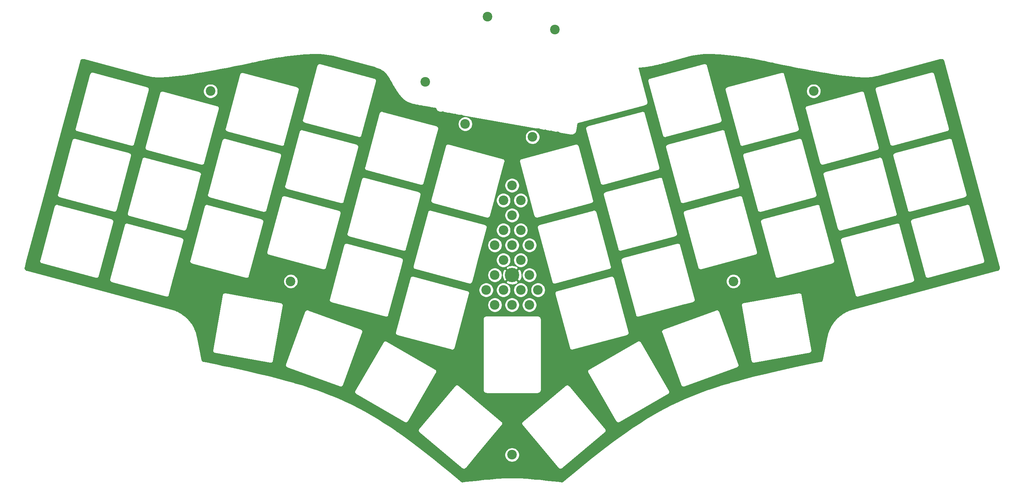
<source format=gtl>
G04 #@! TF.GenerationSoftware,KiCad,Pcbnew,(5.1.9)-1*
G04 #@! TF.CreationDate,2021-07-06T13:23:13+03:00*
G04 #@! TF.ProjectId,choctopus44-top-plate,63686f63-746f-4707-9573-34342d746f70,1.0 Prototype*
G04 #@! TF.SameCoordinates,Original*
G04 #@! TF.FileFunction,Copper,L1,Top*
G04 #@! TF.FilePolarity,Positive*
%FSLAX46Y46*%
G04 Gerber Fmt 4.6, Leading zero omitted, Abs format (unit mm)*
G04 Created by KiCad (PCBNEW (5.1.9)-1) date 2021-07-06 13:23:13*
%MOMM*%
%LPD*%
G01*
G04 APERTURE LIST*
G04 #@! TA.AperFunction,ComponentPad*
%ADD10C,3.600000*%
G04 #@! TD*
G04 #@! TA.AperFunction,WasherPad*
%ADD11C,2.400000*%
G04 #@! TD*
G04 #@! TA.AperFunction,Conductor*
%ADD12C,0.254000*%
G04 #@! TD*
G04 #@! TA.AperFunction,Conductor*
%ADD13C,0.100000*%
G04 #@! TD*
G04 APERTURE END LIST*
D10*
X144660000Y-109680000D03*
D11*
X151110000Y-113404000D03*
X138210000Y-113404000D03*
X148960000Y-117128000D03*
X140360000Y-117128000D03*
X144660000Y-117128000D03*
X144660000Y-87334000D03*
X142510000Y-91058000D03*
X142510000Y-113404000D03*
X142510000Y-105955000D03*
X148960000Y-109680000D03*
X144660000Y-102231000D03*
X146810000Y-98507000D03*
X144660000Y-94782000D03*
X140360000Y-102231000D03*
X146810000Y-113404000D03*
X148960000Y-102231000D03*
X142510000Y-98507000D03*
X146810000Y-91058000D03*
X140360000Y-109680000D03*
X146810000Y-105955000D03*
X155313528Y-48440332D03*
X123086265Y-61496600D03*
X138557879Y-45219572D03*
X149750000Y-75250000D03*
X133000000Y-72000000D03*
X89570000Y-111250000D03*
X199750000Y-111250000D03*
X219710000Y-63810000D03*
X144660000Y-154500000D03*
X69610000Y-63810000D03*
D12*
X194721202Y-54661377D02*
X195500170Y-54692293D01*
X196289997Y-54738118D01*
X197087300Y-54797593D01*
X197888857Y-54869455D01*
X198691314Y-54952413D01*
X199491515Y-55045193D01*
X200286050Y-55146479D01*
X201071745Y-55254979D01*
X201845515Y-55369410D01*
X202604044Y-55488454D01*
X203344162Y-55610809D01*
X204062497Y-55735141D01*
X204756195Y-55860199D01*
X205421841Y-55984633D01*
X206056327Y-56107150D01*
X206656544Y-56226454D01*
X207219159Y-56341204D01*
X207741323Y-56450158D01*
X208219424Y-56551914D01*
X208650971Y-56645308D01*
X209032582Y-56728986D01*
X209361440Y-56801717D01*
X209361443Y-56801717D01*
X209633949Y-56862095D01*
X209634030Y-56862105D01*
X209635385Y-56862412D01*
X209848257Y-56909098D01*
X209848421Y-56909117D01*
X209854240Y-56910382D01*
X211854792Y-57330438D01*
X211854946Y-57330455D01*
X211857883Y-57331079D01*
X213745326Y-57718313D01*
X213745472Y-57718328D01*
X213748634Y-57718984D01*
X215526488Y-58074613D01*
X215526653Y-58074630D01*
X215530035Y-58075312D01*
X217201822Y-58400557D01*
X217201978Y-58400572D01*
X217205633Y-58401288D01*
X218774874Y-58697367D01*
X218775047Y-58697382D01*
X218778976Y-58698127D01*
X220249191Y-58966262D01*
X220249367Y-58966277D01*
X220253614Y-58967053D01*
X221628325Y-59208462D01*
X221628493Y-59208475D01*
X221633107Y-59209285D01*
X222915835Y-59425186D01*
X222916008Y-59425198D01*
X222921014Y-59426037D01*
X224115280Y-59617651D01*
X224115449Y-59617661D01*
X224120901Y-59618529D01*
X225230226Y-59787076D01*
X225230390Y-59787085D01*
X225236342Y-59787977D01*
X226264248Y-59934676D01*
X226264401Y-59934683D01*
X226270916Y-59935594D01*
X227220923Y-60061664D01*
X227221052Y-60061668D01*
X227228208Y-60062591D01*
X228103836Y-60169251D01*
X228103937Y-60169253D01*
X228111810Y-60170175D01*
X228916583Y-60258647D01*
X228916641Y-60258648D01*
X228925331Y-60259552D01*
X229662770Y-60331052D01*
X229662815Y-60331052D01*
X229662851Y-60331059D01*
X229672377Y-60331915D01*
X230346001Y-60387666D01*
X230346522Y-60387658D01*
X230347031Y-60387750D01*
X230356569Y-60388458D01*
X230969899Y-60429676D01*
X230970942Y-60429644D01*
X230971977Y-60429813D01*
X230981526Y-60430359D01*
X231538086Y-60458265D01*
X231539707Y-60458188D01*
X231541319Y-60458420D01*
X231550876Y-60458787D01*
X232054184Y-60474602D01*
X232056435Y-60474452D01*
X232058672Y-60474728D01*
X232068235Y-60474899D01*
X232521814Y-60479841D01*
X232524724Y-60479588D01*
X232527634Y-60479880D01*
X232537198Y-60479836D01*
X232944568Y-60475125D01*
X232948160Y-60474731D01*
X232951762Y-60475004D01*
X232961322Y-60474726D01*
X233326005Y-60461581D01*
X233330256Y-60461009D01*
X233334541Y-60461220D01*
X233344091Y-60460690D01*
X233669608Y-60440330D01*
X233674441Y-60439549D01*
X233679338Y-60439652D01*
X233688869Y-60438852D01*
X233978740Y-60412498D01*
X233983998Y-60411495D01*
X233989350Y-60411450D01*
X233998853Y-60410370D01*
X234256601Y-60379240D01*
X234261998Y-60378045D01*
X234267519Y-60377832D01*
X234276985Y-60376467D01*
X234506129Y-60341782D01*
X234511229Y-60340491D01*
X234516470Y-60340135D01*
X234525893Y-60338494D01*
X234729955Y-60301471D01*
X234734115Y-60300287D01*
X234738421Y-60299880D01*
X234747796Y-60297989D01*
X234930299Y-60259850D01*
X234932697Y-60259098D01*
X234935190Y-60258809D01*
X234944524Y-60256719D01*
X235108986Y-60218683D01*
X235109038Y-60218665D01*
X235117553Y-60216644D01*
X235267497Y-60179929D01*
X235267538Y-60179915D01*
X235268178Y-60179762D01*
X235402557Y-60146712D01*
X235508011Y-60122319D01*
X235519575Y-60120414D01*
X251188809Y-55927239D01*
X251221168Y-55919853D01*
X251285715Y-55909901D01*
X251358699Y-55903652D01*
X251436771Y-55902192D01*
X251516849Y-55906163D01*
X251596110Y-55915827D01*
X251672024Y-55931091D01*
X251742297Y-55951492D01*
X251805172Y-55976252D01*
X251859627Y-56004424D01*
X251905569Y-56035184D01*
X251944027Y-56068406D01*
X251976852Y-56105272D01*
X252005999Y-56148678D01*
X252032574Y-56203143D01*
X252063550Y-56296683D01*
X265870502Y-107698113D01*
X265892362Y-107823207D01*
X265898999Y-107924234D01*
X265894847Y-108006359D01*
X265883166Y-108073124D01*
X265865999Y-108128770D01*
X265843984Y-108177428D01*
X265816639Y-108222376D01*
X265783005Y-108265591D01*
X265742289Y-108307799D01*
X265694252Y-108348828D01*
X265639410Y-108387970D01*
X265578904Y-108424376D01*
X265514387Y-108457252D01*
X265447850Y-108485974D01*
X265381615Y-108510083D01*
X265311833Y-108531256D01*
X229807960Y-118046934D01*
X229541994Y-118113707D01*
X229536336Y-118115732D01*
X229530411Y-118116723D01*
X229521194Y-118119278D01*
X229251536Y-118196064D01*
X229245876Y-118198293D01*
X229239910Y-118199486D01*
X229230779Y-118202332D01*
X228962989Y-118287837D01*
X228957320Y-118290279D01*
X228951306Y-118291683D01*
X228942270Y-118294818D01*
X228676667Y-118389066D01*
X228670982Y-118391734D01*
X228664924Y-118393355D01*
X228655993Y-118396780D01*
X228392894Y-118499796D01*
X228387203Y-118502694D01*
X228381092Y-118504544D01*
X228372278Y-118508257D01*
X228112003Y-118620063D01*
X228106304Y-118623202D01*
X228100141Y-118625292D01*
X228091454Y-118629294D01*
X227834320Y-118749915D01*
X227828615Y-118753306D01*
X227822403Y-118755646D01*
X227813854Y-118759934D01*
X227560182Y-118889394D01*
X227554481Y-118893045D01*
X227548227Y-118895644D01*
X227539827Y-118900217D01*
X227289934Y-119038539D01*
X227284242Y-119042461D01*
X227277951Y-119045330D01*
X227269712Y-119050187D01*
X227023917Y-119197395D01*
X227018247Y-119201594D01*
X227011930Y-119204742D01*
X227003863Y-119209880D01*
X226762484Y-119365997D01*
X226756840Y-119370485D01*
X226750511Y-119373921D01*
X226742628Y-119379337D01*
X226505984Y-119544389D01*
X226500390Y-119549166D01*
X226494059Y-119552898D01*
X226486373Y-119558589D01*
X226254782Y-119732598D01*
X226249254Y-119737667D01*
X226242936Y-119741703D01*
X226235458Y-119747666D01*
X226009240Y-119930656D01*
X226003795Y-119936020D01*
X225997505Y-119940366D01*
X225990248Y-119946596D01*
X225769722Y-120138592D01*
X225764378Y-120144251D01*
X225758147Y-120148903D01*
X225751122Y-120155394D01*
X225536605Y-120356419D01*
X225531390Y-120362364D01*
X225525231Y-120367326D01*
X225518451Y-120374072D01*
X225310262Y-120584149D01*
X225305193Y-120590377D01*
X225299130Y-120595647D01*
X225292607Y-120602641D01*
X225091065Y-120821794D01*
X225086163Y-120828299D01*
X225080227Y-120833864D01*
X225073971Y-120841099D01*
X224879394Y-121069353D01*
X224874687Y-121076113D01*
X224868901Y-121081966D01*
X224862924Y-121089433D01*
X224675631Y-121326811D01*
X224671141Y-121333812D01*
X224665528Y-121339940D01*
X224659841Y-121347629D01*
X224480150Y-121594155D01*
X224475900Y-121601374D01*
X224470483Y-121607763D01*
X224465094Y-121615665D01*
X224293325Y-121871363D01*
X224289335Y-121878776D01*
X224284143Y-121885400D01*
X224279062Y-121893503D01*
X224115532Y-122158395D01*
X224111818Y-122165981D01*
X224106873Y-122172816D01*
X224102107Y-122181109D01*
X223947136Y-122455222D01*
X223943718Y-122462941D01*
X223939039Y-122469964D01*
X223934597Y-122478434D01*
X223788503Y-122761790D01*
X223785393Y-122769614D01*
X223780999Y-122776793D01*
X223776885Y-122785428D01*
X223639986Y-123078051D01*
X223637194Y-123085947D01*
X223633100Y-123093250D01*
X223629321Y-123102036D01*
X223501936Y-123403949D01*
X223499469Y-123411882D01*
X223495687Y-123419275D01*
X223492245Y-123428198D01*
X223374693Y-123739426D01*
X223372554Y-123747357D01*
X223369092Y-123754808D01*
X223365991Y-123763855D01*
X223258591Y-124084423D01*
X223256780Y-124092315D01*
X223253644Y-124099786D01*
X223250884Y-124108943D01*
X223153953Y-124438872D01*
X223152464Y-124446700D01*
X223149656Y-124454152D01*
X223147237Y-124463405D01*
X223061095Y-124802721D01*
X223059920Y-124810447D01*
X223057438Y-124817848D01*
X223055360Y-124827184D01*
X222986254Y-125148358D01*
X222984671Y-125153583D01*
X221871572Y-130759192D01*
X221845469Y-130862380D01*
X221820807Y-130933993D01*
X221798340Y-130982992D01*
X221779715Y-131013945D01*
X221764764Y-131033062D01*
X221750722Y-131046973D01*
X221732638Y-131060931D01*
X221704908Y-131077704D01*
X221663015Y-131097722D01*
X221604328Y-131120151D01*
X221527954Y-131143952D01*
X221434195Y-131168474D01*
X221323902Y-131193649D01*
X221197972Y-131219972D01*
X221058732Y-131248046D01*
X221058637Y-131248075D01*
X221056998Y-131248398D01*
X220907878Y-131278865D01*
X220907759Y-131278902D01*
X220905422Y-131279371D01*
X217978882Y-131888472D01*
X217978748Y-131888514D01*
X217976192Y-131889038D01*
X215186904Y-132481262D01*
X215186759Y-132481308D01*
X215183460Y-132482002D01*
X212523945Y-133060981D01*
X212523785Y-133061033D01*
X212519670Y-133061926D01*
X209982454Y-133631289D01*
X209982289Y-133631343D01*
X209977270Y-133632474D01*
X207554876Y-134195853D01*
X207554721Y-134195905D01*
X207548714Y-134197317D01*
X205233664Y-134758344D01*
X205233545Y-134758386D01*
X205226460Y-134760131D01*
X203011281Y-135322436D01*
X203011221Y-135322458D01*
X203002987Y-135324596D01*
X200880201Y-135891810D01*
X200880107Y-135891845D01*
X200880012Y-135891861D01*
X200870790Y-135894397D01*
X198832920Y-136470151D01*
X198832263Y-136470408D01*
X198831570Y-136470534D01*
X198822390Y-136473217D01*
X196861961Y-137061142D01*
X196860754Y-137061637D01*
X196859474Y-137061893D01*
X196850343Y-137064739D01*
X194959879Y-137668467D01*
X194958148Y-137669213D01*
X194956314Y-137669617D01*
X194947240Y-137672639D01*
X193119265Y-138295799D01*
X193117065Y-138296798D01*
X193114722Y-138297366D01*
X193105714Y-138300578D01*
X191332751Y-138946802D01*
X191330155Y-138948047D01*
X191327372Y-138948788D01*
X191318437Y-138952201D01*
X189593009Y-139625120D01*
X189590099Y-139626597D01*
X189586969Y-139627509D01*
X189578117Y-139631130D01*
X187892750Y-140334375D01*
X187889634Y-140336049D01*
X187886260Y-140337122D01*
X187877498Y-140340957D01*
X186224714Y-141078159D01*
X186221496Y-141079990D01*
X186218001Y-141081197D01*
X186209337Y-141085247D01*
X184581660Y-141860036D01*
X184578461Y-141861962D01*
X184574962Y-141863269D01*
X184566401Y-141867533D01*
X182956355Y-142683542D01*
X182953281Y-142685498D01*
X182949904Y-142686855D01*
X182941451Y-142691327D01*
X181341560Y-143552186D01*
X181338717Y-143554095D01*
X181335569Y-143555448D01*
X181327224Y-143560122D01*
X179730012Y-144469462D01*
X179727481Y-144471251D01*
X179724664Y-144472539D01*
X179716429Y-144477403D01*
X178114420Y-145438854D01*
X178112270Y-145440449D01*
X178109862Y-145441614D01*
X178101735Y-145446656D01*
X176487453Y-146463850D01*
X176485733Y-146465185D01*
X176483792Y-146466173D01*
X176475769Y-146471379D01*
X174841736Y-147547946D01*
X174840475Y-147548967D01*
X174839040Y-147549731D01*
X174831116Y-147555086D01*
X173169858Y-148694659D01*
X173169064Y-148695327D01*
X173168160Y-148695828D01*
X173160327Y-148701316D01*
X171464367Y-149907524D01*
X171464036Y-149907812D01*
X171463667Y-149908024D01*
X171455919Y-149913631D01*
X169717780Y-151190105D01*
X169717756Y-151190127D01*
X169710382Y-151195615D01*
X167922589Y-152545987D01*
X167922514Y-152546056D01*
X167916190Y-152550880D01*
X166071267Y-153978782D01*
X166071170Y-153978874D01*
X166065804Y-153983054D01*
X164156273Y-155492115D01*
X164156151Y-155492232D01*
X164151675Y-155495781D01*
X162170061Y-157089631D01*
X162169932Y-157089757D01*
X162166253Y-157092717D01*
X160105079Y-158774991D01*
X160104960Y-158775109D01*
X160101986Y-158777531D01*
X157953777Y-160551857D01*
X157953675Y-160551960D01*
X157948399Y-160556346D01*
X157838987Y-160648614D01*
X157838879Y-160648725D01*
X157834061Y-160652808D01*
X157730523Y-160741809D01*
X157730411Y-160741926D01*
X157727682Y-160744265D01*
X157629565Y-160829546D01*
X157629541Y-160829572D01*
X157629121Y-160829932D01*
X157537176Y-160909987D01*
X157452476Y-160983065D01*
X157375475Y-161048059D01*
X157308895Y-161102206D01*
X157220890Y-161168690D01*
X157157286Y-161210494D01*
X157129381Y-161225179D01*
X156032251Y-161103820D01*
X156032239Y-161103820D01*
X156031959Y-161103787D01*
X154967837Y-160986541D01*
X154967790Y-160986540D01*
X154967167Y-160986468D01*
X153967387Y-160877308D01*
X153967317Y-160877307D01*
X153966268Y-160877187D01*
X153026237Y-160776113D01*
X153026149Y-160776112D01*
X153024596Y-160775938D01*
X152139717Y-160682950D01*
X152139601Y-160682949D01*
X152137477Y-160682718D01*
X151303152Y-160597815D01*
X151303003Y-160597814D01*
X151300233Y-160597525D01*
X150511868Y-160520709D01*
X150511711Y-160520709D01*
X150508198Y-160520361D01*
X149761197Y-160451631D01*
X149761022Y-160451632D01*
X149756715Y-160451234D01*
X149046481Y-160390589D01*
X149046310Y-160390591D01*
X149041141Y-160390154D01*
X148363079Y-160337595D01*
X148362926Y-160337598D01*
X148356863Y-160337141D01*
X147706378Y-160292669D01*
X147706238Y-160292673D01*
X147699309Y-160292223D01*
X147071802Y-160255836D01*
X147071699Y-160255840D01*
X147063940Y-160255425D01*
X146454817Y-160227124D01*
X146454745Y-160227128D01*
X146446271Y-160226781D01*
X145851427Y-160206583D01*
X145851422Y-160206582D01*
X145851343Y-160206580D01*
X145850936Y-160206566D01*
X145850908Y-160206568D01*
X145841861Y-160206318D01*
X145255872Y-160194192D01*
X145255850Y-160194192D01*
X145255719Y-160194189D01*
X145255709Y-160194190D01*
X145246308Y-160194059D01*
X144664806Y-160190017D01*
X144655239Y-160190017D01*
X144073691Y-160194059D01*
X144073679Y-160194060D01*
X144064280Y-160194189D01*
X143478137Y-160206318D01*
X143478103Y-160206322D01*
X143469063Y-160206566D01*
X142873728Y-160226781D01*
X142873665Y-160226789D01*
X142865182Y-160227124D01*
X142256059Y-160255425D01*
X142255951Y-160255441D01*
X142248197Y-160255836D01*
X141620690Y-160292223D01*
X141620556Y-160292244D01*
X141613621Y-160292669D01*
X140963135Y-160337141D01*
X140962974Y-160337168D01*
X140956920Y-160337595D01*
X140278858Y-160390154D01*
X140278690Y-160390184D01*
X140273517Y-160390589D01*
X139563284Y-160451234D01*
X139563120Y-160451264D01*
X139558801Y-160451631D01*
X138811801Y-160520361D01*
X138811640Y-160520392D01*
X138808132Y-160520709D01*
X138019766Y-160597525D01*
X138019632Y-160597552D01*
X138016847Y-160597815D01*
X137182522Y-160682718D01*
X137182403Y-160682742D01*
X137180281Y-160682950D01*
X136295403Y-160775938D01*
X136295307Y-160775958D01*
X136293761Y-160776113D01*
X135353731Y-160877187D01*
X135353668Y-160877200D01*
X135352612Y-160877308D01*
X134352833Y-160986468D01*
X134352797Y-160986476D01*
X134352162Y-160986541D01*
X133288040Y-161103787D01*
X133288013Y-161103793D01*
X133287749Y-161103820D01*
X132190617Y-161225179D01*
X132162713Y-161210494D01*
X132099115Y-161168694D01*
X132011104Y-161102206D01*
X131944524Y-161048059D01*
X131867523Y-160983065D01*
X131782823Y-160909987D01*
X131690878Y-160829932D01*
X131690846Y-160829909D01*
X131690434Y-160829546D01*
X131592317Y-160744265D01*
X131592188Y-160744173D01*
X131589476Y-160741809D01*
X131485938Y-160652808D01*
X131485813Y-160652720D01*
X131481015Y-160648616D01*
X131371604Y-160556348D01*
X131371487Y-160556267D01*
X131366222Y-160551857D01*
X129218014Y-158777531D01*
X129217875Y-158777437D01*
X129214920Y-158774991D01*
X127153746Y-157092717D01*
X127153601Y-157092620D01*
X127149937Y-157089631D01*
X125168324Y-155495780D01*
X125168179Y-155495685D01*
X125163725Y-155492115D01*
X123254195Y-153983054D01*
X123254075Y-153982977D01*
X123248732Y-153978781D01*
X121403808Y-152550880D01*
X121403730Y-152550831D01*
X121397410Y-152545988D01*
X119609617Y-151195615D01*
X119609594Y-151195601D01*
X119602219Y-151190105D01*
X117864080Y-149913630D01*
X117863708Y-149913409D01*
X117863387Y-149913122D01*
X117855632Y-149907525D01*
X116159672Y-148701316D01*
X116158772Y-148700800D01*
X116157990Y-148700124D01*
X116150141Y-148694659D01*
X115829243Y-148474532D01*
X121272509Y-148474532D01*
X121296479Y-148602311D01*
X121344918Y-148722959D01*
X121415963Y-148831838D01*
X121506885Y-148924766D01*
X121533775Y-148943161D01*
X132208726Y-157900509D01*
X132231507Y-157923792D01*
X132258393Y-157942184D01*
X132338810Y-157997196D01*
X132427925Y-158035252D01*
X132458374Y-158048255D01*
X132585599Y-158075008D01*
X132714182Y-158076410D01*
X132715599Y-158076425D01*
X132715600Y-158076425D01*
X132843379Y-158052455D01*
X132964027Y-158004016D01*
X133072906Y-157932971D01*
X133142549Y-157864831D01*
X133142555Y-157864823D01*
X133165833Y-157842048D01*
X133184221Y-157815168D01*
X136117629Y-154319268D01*
X142825000Y-154319268D01*
X142825000Y-154680732D01*
X142895518Y-155035250D01*
X143033844Y-155369199D01*
X143234662Y-155669744D01*
X143490256Y-155925338D01*
X143790801Y-156126156D01*
X144124750Y-156264482D01*
X144479268Y-156335000D01*
X144840732Y-156335000D01*
X145195250Y-156264482D01*
X145529199Y-156126156D01*
X145829744Y-155925338D01*
X146085338Y-155669744D01*
X146286156Y-155369199D01*
X146424482Y-155035250D01*
X146495000Y-154680732D01*
X146495000Y-154319268D01*
X146424482Y-153964750D01*
X146286156Y-153630801D01*
X146085338Y-153330256D01*
X145829744Y-153074662D01*
X145529199Y-152873844D01*
X145195250Y-152735518D01*
X144840732Y-152665000D01*
X144479268Y-152665000D01*
X144124750Y-152735518D01*
X143790801Y-152873844D01*
X143490256Y-153074662D01*
X143234662Y-153330256D01*
X143033844Y-153630801D01*
X142895518Y-153964750D01*
X142825000Y-154319268D01*
X136117629Y-154319268D01*
X142141585Y-147140198D01*
X142164859Y-147117426D01*
X142183244Y-147090550D01*
X142183252Y-147090541D01*
X142238264Y-147010124D01*
X142289322Y-146890562D01*
X142316075Y-146763336D01*
X142317493Y-146633335D01*
X142317493Y-146633334D01*
X147003405Y-146633334D01*
X147004822Y-146763335D01*
X147031575Y-146890560D01*
X147082634Y-147010123D01*
X147156038Y-147117427D01*
X147179326Y-147140212D01*
X156136674Y-157815166D01*
X156155064Y-157842049D01*
X156178344Y-157864827D01*
X156178347Y-157864830D01*
X156247990Y-157932970D01*
X156298888Y-157966181D01*
X156356871Y-158004016D01*
X156477519Y-158052455D01*
X156575792Y-158070890D01*
X156605297Y-158076425D01*
X156605298Y-158076425D01*
X156735299Y-158075008D01*
X156862524Y-158048255D01*
X156982087Y-157997196D01*
X157062504Y-157942184D01*
X157062509Y-157942180D01*
X157089390Y-157923791D01*
X157112167Y-157900512D01*
X167787140Y-148943148D01*
X167814012Y-148924765D01*
X167836781Y-148901494D01*
X167836794Y-148901483D01*
X167904934Y-148831840D01*
X167975979Y-148722960D01*
X168024418Y-148602313D01*
X168048389Y-148474533D01*
X168046971Y-148344532D01*
X168026618Y-148247740D01*
X168020218Y-148217304D01*
X167969160Y-148097742D01*
X167914148Y-148017325D01*
X167914140Y-148017316D01*
X167895755Y-147990440D01*
X167872481Y-147967668D01*
X158915117Y-137292698D01*
X158896729Y-137265818D01*
X158873451Y-137243043D01*
X158873445Y-137243035D01*
X158803802Y-137174895D01*
X158694923Y-137103850D01*
X158574275Y-137055411D01*
X158446496Y-137031441D01*
X158446495Y-137031441D01*
X158445078Y-137031456D01*
X158316495Y-137032858D01*
X158189270Y-137059611D01*
X158179166Y-137063926D01*
X158069706Y-137110670D01*
X158017806Y-137146174D01*
X157962403Y-137184074D01*
X157939622Y-137207357D01*
X147264671Y-146164705D01*
X147237781Y-146183100D01*
X147180093Y-146242061D01*
X147146859Y-146276028D01*
X147075814Y-146384907D01*
X147027375Y-146505555D01*
X147003405Y-146633334D01*
X142317493Y-146633334D01*
X142307254Y-146578754D01*
X142293522Y-146505553D01*
X142245083Y-146384906D01*
X142174038Y-146276026D01*
X142105898Y-146206383D01*
X142105885Y-146206372D01*
X142083116Y-146183101D01*
X142056244Y-146164718D01*
X132723534Y-138333646D01*
X137425000Y-138333646D01*
X137427832Y-138362395D01*
X137427824Y-138363477D01*
X137428757Y-138372995D01*
X137430645Y-138390957D01*
X137434912Y-138434282D01*
X137442758Y-138460146D01*
X137445324Y-138472649D01*
X137456954Y-138533616D01*
X137459718Y-138542772D01*
X137471260Y-138580059D01*
X137495330Y-138637320D01*
X137518575Y-138694855D01*
X137523064Y-138703298D01*
X137523066Y-138703303D01*
X137523069Y-138703308D01*
X137541630Y-138737636D01*
X137576332Y-138789085D01*
X137610352Y-138841071D01*
X137616397Y-138848483D01*
X137641278Y-138878558D01*
X137685338Y-138922310D01*
X137728769Y-138966659D01*
X137736138Y-138972755D01*
X137766387Y-138997425D01*
X137818100Y-139031782D01*
X137869319Y-139066853D01*
X137877732Y-139071402D01*
X137912196Y-139089727D01*
X137969606Y-139113390D01*
X138026659Y-139137843D01*
X138035795Y-139140672D01*
X138073162Y-139151954D01*
X138134085Y-139164017D01*
X138151246Y-139167665D01*
X138175717Y-139175088D01*
X138201605Y-139177638D01*
X138204308Y-139177922D01*
X138243155Y-139181731D01*
X138243163Y-139181731D01*
X138276353Y-139185000D01*
X151043647Y-139185000D01*
X151072396Y-139182168D01*
X151073477Y-139182176D01*
X151082995Y-139181243D01*
X151100942Y-139179357D01*
X151144283Y-139175088D01*
X151170150Y-139167241D01*
X151182649Y-139164676D01*
X151243616Y-139153046D01*
X151252772Y-139150282D01*
X151290059Y-139138740D01*
X151347320Y-139114670D01*
X151404855Y-139091425D01*
X151413298Y-139086936D01*
X151413303Y-139086934D01*
X151413309Y-139086930D01*
X151447636Y-139068370D01*
X151499085Y-139033668D01*
X151551071Y-138999648D01*
X151558483Y-138993603D01*
X151588558Y-138968722D01*
X151632310Y-138924662D01*
X151676659Y-138881231D01*
X151682755Y-138873862D01*
X151707425Y-138843613D01*
X151741782Y-138791900D01*
X151776853Y-138740681D01*
X151781402Y-138732268D01*
X151799727Y-138697804D01*
X151823390Y-138640394D01*
X151847843Y-138583341D01*
X151850672Y-138574205D01*
X151861954Y-138536838D01*
X151874017Y-138475915D01*
X151877665Y-138458754D01*
X151885088Y-138434283D01*
X151887638Y-138408395D01*
X151887922Y-138405692D01*
X151891731Y-138366845D01*
X151891731Y-138366837D01*
X151895000Y-138333647D01*
X151895000Y-133663643D01*
X163419141Y-133663643D01*
X163423396Y-133793580D01*
X163452917Y-133920193D01*
X163493128Y-134008941D01*
X163493129Y-134008942D01*
X163506573Y-134038613D01*
X163525544Y-134065086D01*
X170493134Y-146133309D01*
X170506573Y-146162969D01*
X170525540Y-146189437D01*
X170525546Y-146189448D01*
X170582299Y-146268646D01*
X170677187Y-146357518D01*
X170787590Y-146426172D01*
X170909266Y-146471967D01*
X170945622Y-146477969D01*
X171037540Y-146493146D01*
X171167477Y-146488891D01*
X171294090Y-146459370D01*
X171382838Y-146419159D01*
X171382844Y-146419155D01*
X171412510Y-146405714D01*
X171438983Y-146386743D01*
X183507206Y-139419153D01*
X183536866Y-139405714D01*
X183563334Y-139386747D01*
X183563345Y-139386741D01*
X183642543Y-139329988D01*
X183731415Y-139235100D01*
X183800069Y-139124697D01*
X183845864Y-139003021D01*
X183867042Y-138874748D01*
X183866023Y-138843613D01*
X183862788Y-138744808D01*
X183833267Y-138618196D01*
X183793056Y-138529448D01*
X183793050Y-138529438D01*
X183779611Y-138499777D01*
X183760643Y-138473308D01*
X176793053Y-126405089D01*
X176779611Y-126375421D01*
X176760639Y-126348946D01*
X176760637Y-126348942D01*
X176703884Y-126269744D01*
X176608995Y-126180871D01*
X176498593Y-126112218D01*
X176376916Y-126066423D01*
X176248644Y-126045244D01*
X176126692Y-126049238D01*
X176118705Y-126049499D01*
X175992093Y-126079020D01*
X175903345Y-126119231D01*
X175903336Y-126119236D01*
X175873674Y-126132676D01*
X175847205Y-126151644D01*
X163778986Y-133119233D01*
X163749318Y-133132676D01*
X163722843Y-133151648D01*
X163722839Y-133151650D01*
X163671040Y-133188769D01*
X163643641Y-133208403D01*
X163554768Y-133303292D01*
X163486115Y-133413694D01*
X163440320Y-133535371D01*
X163419141Y-133663643D01*
X151895000Y-133663643D01*
X151895000Y-120666353D01*
X151892168Y-120637604D01*
X151892176Y-120636523D01*
X151891243Y-120627005D01*
X151889358Y-120609065D01*
X151885088Y-120565717D01*
X151877241Y-120539849D01*
X151874674Y-120527346D01*
X151863046Y-120466385D01*
X151860282Y-120457229D01*
X151848740Y-120419941D01*
X151824675Y-120362691D01*
X151801425Y-120305145D01*
X151796935Y-120296700D01*
X151778370Y-120262364D01*
X151743665Y-120210910D01*
X151709648Y-120158929D01*
X151703603Y-120151517D01*
X151678722Y-120121442D01*
X151634661Y-120077690D01*
X151591231Y-120033341D01*
X151583862Y-120027245D01*
X151553613Y-120002575D01*
X151501900Y-119968218D01*
X151450681Y-119933147D01*
X151442268Y-119928598D01*
X151407804Y-119910273D01*
X151350394Y-119886610D01*
X151293341Y-119862157D01*
X151284205Y-119859328D01*
X151246838Y-119848046D01*
X151185915Y-119835983D01*
X151168754Y-119832335D01*
X151144283Y-119824912D01*
X151118384Y-119822361D01*
X151115691Y-119822078D01*
X151076845Y-119818269D01*
X151076837Y-119818269D01*
X151043647Y-119815000D01*
X138276353Y-119815000D01*
X138247604Y-119817832D01*
X138246523Y-119817824D01*
X138237005Y-119818757D01*
X138219065Y-119820642D01*
X138175717Y-119824912D01*
X138149849Y-119832759D01*
X138137346Y-119835326D01*
X138076385Y-119846954D01*
X138067229Y-119849718D01*
X138029941Y-119861260D01*
X137972691Y-119885325D01*
X137915145Y-119908575D01*
X137906700Y-119913065D01*
X137872364Y-119931630D01*
X137820915Y-119966332D01*
X137768929Y-120000352D01*
X137761517Y-120006397D01*
X137731442Y-120031278D01*
X137687690Y-120075339D01*
X137643341Y-120118769D01*
X137637245Y-120126138D01*
X137612575Y-120156387D01*
X137578218Y-120208100D01*
X137543147Y-120259319D01*
X137538598Y-120267732D01*
X137520273Y-120302196D01*
X137496610Y-120359606D01*
X137472157Y-120416659D01*
X137469328Y-120425795D01*
X137458046Y-120463162D01*
X137445983Y-120524085D01*
X137442333Y-120541257D01*
X137434913Y-120565717D01*
X137432377Y-120591466D01*
X137432078Y-120594309D01*
X137428269Y-120633155D01*
X137428269Y-120633173D01*
X137425001Y-120666353D01*
X137425000Y-138333646D01*
X132723534Y-138333646D01*
X131381271Y-137207354D01*
X131358494Y-137184075D01*
X131331613Y-137165686D01*
X131331608Y-137165682D01*
X131251191Y-137110670D01*
X131131628Y-137059611D01*
X131004403Y-137032858D01*
X130874402Y-137031441D01*
X130874401Y-137031441D01*
X130853228Y-137035413D01*
X130746623Y-137055411D01*
X130625975Y-137103850D01*
X130567992Y-137141685D01*
X130517094Y-137174896D01*
X130447451Y-137243036D01*
X130447448Y-137243039D01*
X130424168Y-137265817D01*
X130405778Y-137292700D01*
X121448430Y-147967654D01*
X121425142Y-147990439D01*
X121351739Y-148097742D01*
X121351738Y-148097743D01*
X121300679Y-148217306D01*
X121273926Y-148344531D01*
X121272509Y-148474532D01*
X115829243Y-148474532D01*
X114488883Y-147555086D01*
X114487460Y-147554302D01*
X114486212Y-147553263D01*
X114478262Y-147547946D01*
X112844230Y-146471379D01*
X112842304Y-146470364D01*
X112840602Y-146469005D01*
X112832546Y-146463850D01*
X111218264Y-145446656D01*
X111215872Y-145445457D01*
X111213745Y-145443833D01*
X111205579Y-145438854D01*
X109603570Y-144477403D01*
X109600769Y-144476075D01*
X109598265Y-144474252D01*
X109589987Y-144469462D01*
X107992775Y-143560122D01*
X107989649Y-143558727D01*
X107986830Y-143556776D01*
X107978439Y-143552186D01*
X106378549Y-142691328D01*
X106375188Y-142689923D01*
X106372145Y-142687926D01*
X106363644Y-142683542D01*
X104753598Y-141867533D01*
X104750118Y-141866178D01*
X104746946Y-141864207D01*
X104738339Y-141860036D01*
X103110663Y-141085247D01*
X103107185Y-141083991D01*
X103103994Y-141082116D01*
X103095286Y-141078159D01*
X101442501Y-140340957D01*
X101439143Y-140339837D01*
X101436049Y-140338119D01*
X101427248Y-140334375D01*
X99741882Y-139631130D01*
X99738765Y-139630174D01*
X99735876Y-139628657D01*
X99726990Y-139625120D01*
X98001562Y-138952201D01*
X97998789Y-138951421D01*
X97996211Y-138950140D01*
X97987248Y-138946802D01*
X97789560Y-138874747D01*
X105447411Y-138874747D01*
X105468590Y-139003019D01*
X105514385Y-139124696D01*
X105583038Y-139235098D01*
X105671911Y-139329987D01*
X105751109Y-139386740D01*
X105751111Y-139386741D01*
X105777588Y-139405714D01*
X105807256Y-139419157D01*
X117875475Y-146386746D01*
X117901944Y-146405714D01*
X117931606Y-146419154D01*
X117931615Y-146419159D01*
X118020363Y-146459370D01*
X118146975Y-146488891D01*
X118154962Y-146489152D01*
X118276914Y-146493146D01*
X118405186Y-146471967D01*
X118526863Y-146426172D01*
X118637265Y-146357519D01*
X118732154Y-146268646D01*
X118788907Y-146189448D01*
X118788909Y-146189444D01*
X118807881Y-146162969D01*
X118821323Y-146133301D01*
X125788913Y-134065082D01*
X125807881Y-134038613D01*
X125821320Y-134008952D01*
X125821326Y-134008942D01*
X125861537Y-133920194D01*
X125891058Y-133793582D01*
X125895312Y-133663643D01*
X125889819Y-133630372D01*
X125874134Y-133535369D01*
X125828339Y-133413693D01*
X125759685Y-133303290D01*
X125670813Y-133208402D01*
X125591615Y-133151649D01*
X125591604Y-133151643D01*
X125565136Y-133132676D01*
X125535476Y-133119237D01*
X113467253Y-126151647D01*
X113440780Y-126132676D01*
X113411114Y-126119235D01*
X113411108Y-126119231D01*
X113322360Y-126079020D01*
X113195747Y-126049499D01*
X113065810Y-126045244D01*
X112973892Y-126060421D01*
X112937536Y-126066423D01*
X112815860Y-126112218D01*
X112705457Y-126180872D01*
X112610569Y-126269744D01*
X112553816Y-126348942D01*
X112553810Y-126348953D01*
X112534843Y-126375421D01*
X112521404Y-126405081D01*
X105553814Y-138473304D01*
X105534843Y-138499777D01*
X105521401Y-138529444D01*
X105521398Y-138529449D01*
X105496980Y-138583341D01*
X105481187Y-138618197D01*
X105451666Y-138744810D01*
X105447411Y-138874747D01*
X97789560Y-138874747D01*
X96214285Y-138300578D01*
X96211950Y-138299977D01*
X96209765Y-138298948D01*
X96200734Y-138295799D01*
X94372758Y-137672639D01*
X94370926Y-137672208D01*
X94369211Y-137671441D01*
X94360121Y-137668467D01*
X92469656Y-137064739D01*
X92468376Y-137064464D01*
X92467179Y-137063954D01*
X92458037Y-137061142D01*
X90497609Y-136473217D01*
X90496915Y-136473081D01*
X90496265Y-136472816D01*
X90487079Y-136470151D01*
X88449209Y-135894397D01*
X88449110Y-135894379D01*
X88449020Y-135894344D01*
X88439798Y-135891810D01*
X86317012Y-135324596D01*
X86316938Y-135324584D01*
X86308718Y-135322436D01*
X84093538Y-134760131D01*
X84093419Y-134760113D01*
X84086335Y-134758344D01*
X81771286Y-134197317D01*
X81771133Y-134197295D01*
X81765123Y-134195853D01*
X79342728Y-133632473D01*
X79342553Y-133632450D01*
X79337545Y-133631289D01*
X76800329Y-133061926D01*
X76800161Y-133061905D01*
X76796055Y-133060981D01*
X74136539Y-132482002D01*
X74136380Y-132481983D01*
X74133096Y-132481262D01*
X72619976Y-132159995D01*
X88217163Y-132159995D01*
X88235537Y-132288698D01*
X88278668Y-132411344D01*
X88344896Y-132523219D01*
X88431678Y-132620023D01*
X88535677Y-132698038D01*
X88623527Y-132740176D01*
X88623530Y-132740177D01*
X88652899Y-132754264D01*
X88684451Y-132762350D01*
X101779221Y-137528457D01*
X101808595Y-137542546D01*
X101862979Y-137556484D01*
X101934532Y-137574823D01*
X102064347Y-137581910D01*
X102064348Y-137581910D01*
X102193051Y-137563536D01*
X102315697Y-137520405D01*
X102427572Y-137454177D01*
X102524376Y-137367395D01*
X102602391Y-137263396D01*
X102644529Y-137175546D01*
X102644530Y-137175543D01*
X102658617Y-137146174D01*
X102666703Y-137114622D01*
X107424774Y-124041928D01*
X115570601Y-124041928D01*
X115574856Y-124171866D01*
X115604377Y-124298478D01*
X115658033Y-124416898D01*
X115733760Y-124522575D01*
X115828648Y-124611447D01*
X115939051Y-124680101D01*
X116060727Y-124725897D01*
X116092872Y-124731204D01*
X129553196Y-128337888D01*
X129583688Y-128349364D01*
X129685692Y-128366205D01*
X129711960Y-128370542D01*
X129711961Y-128370542D01*
X129841899Y-128366287D01*
X129968511Y-128336766D01*
X130086931Y-128283110D01*
X130087045Y-128283028D01*
X130192609Y-128207383D01*
X130281481Y-128112495D01*
X130350135Y-128002092D01*
X130395930Y-127880416D01*
X130401237Y-127848271D01*
X133322152Y-116947268D01*
X138525000Y-116947268D01*
X138525000Y-117308732D01*
X138595518Y-117663250D01*
X138733844Y-117997199D01*
X138934662Y-118297744D01*
X139190256Y-118553338D01*
X139490801Y-118754156D01*
X139824750Y-118892482D01*
X140179268Y-118963000D01*
X140540732Y-118963000D01*
X140895250Y-118892482D01*
X141229199Y-118754156D01*
X141529744Y-118553338D01*
X141785338Y-118297744D01*
X141986156Y-117997199D01*
X142124482Y-117663250D01*
X142195000Y-117308732D01*
X142195000Y-116947268D01*
X142825000Y-116947268D01*
X142825000Y-117308732D01*
X142895518Y-117663250D01*
X143033844Y-117997199D01*
X143234662Y-118297744D01*
X143490256Y-118553338D01*
X143790801Y-118754156D01*
X144124750Y-118892482D01*
X144479268Y-118963000D01*
X144840732Y-118963000D01*
X145195250Y-118892482D01*
X145529199Y-118754156D01*
X145829744Y-118553338D01*
X146085338Y-118297744D01*
X146286156Y-117997199D01*
X146424482Y-117663250D01*
X146495000Y-117308732D01*
X146495000Y-116947268D01*
X147125000Y-116947268D01*
X147125000Y-117308732D01*
X147195518Y-117663250D01*
X147333844Y-117997199D01*
X147534662Y-118297744D01*
X147790256Y-118553338D01*
X148090801Y-118754156D01*
X148424750Y-118892482D01*
X148779268Y-118963000D01*
X149140732Y-118963000D01*
X149495250Y-118892482D01*
X149829199Y-118754156D01*
X150129744Y-118553338D01*
X150385338Y-118297744D01*
X150586156Y-117997199D01*
X150724482Y-117663250D01*
X150795000Y-117308732D01*
X150795000Y-116947268D01*
X150724482Y-116592750D01*
X150586156Y-116258801D01*
X150385338Y-115958256D01*
X150129744Y-115702662D01*
X149829199Y-115501844D01*
X149495250Y-115363518D01*
X149140732Y-115293000D01*
X148779268Y-115293000D01*
X148424750Y-115363518D01*
X148090801Y-115501844D01*
X147790256Y-115702662D01*
X147534662Y-115958256D01*
X147333844Y-116258801D01*
X147195518Y-116592750D01*
X147125000Y-116947268D01*
X146495000Y-116947268D01*
X146424482Y-116592750D01*
X146286156Y-116258801D01*
X146085338Y-115958256D01*
X145829744Y-115702662D01*
X145529199Y-115501844D01*
X145195250Y-115363518D01*
X144840732Y-115293000D01*
X144479268Y-115293000D01*
X144124750Y-115363518D01*
X143790801Y-115501844D01*
X143490256Y-115702662D01*
X143234662Y-115958256D01*
X143033844Y-116258801D01*
X142895518Y-116592750D01*
X142825000Y-116947268D01*
X142195000Y-116947268D01*
X142124482Y-116592750D01*
X141986156Y-116258801D01*
X141785338Y-115958256D01*
X141529744Y-115702662D01*
X141229199Y-115501844D01*
X140895250Y-115363518D01*
X140540732Y-115293000D01*
X140179268Y-115293000D01*
X139824750Y-115363518D01*
X139490801Y-115501844D01*
X139190256Y-115702662D01*
X138934662Y-115958256D01*
X138733844Y-116258801D01*
X138595518Y-116592750D01*
X138525000Y-116947268D01*
X133322152Y-116947268D01*
X134007920Y-114387949D01*
X134019397Y-114357455D01*
X134040575Y-114229182D01*
X134036321Y-114099243D01*
X134006799Y-113972632D01*
X133953144Y-113854211D01*
X133877417Y-113748534D01*
X133782528Y-113659662D01*
X133672125Y-113591008D01*
X133580937Y-113556687D01*
X133580930Y-113556685D01*
X133550449Y-113545213D01*
X133518317Y-113539908D01*
X132336601Y-113223268D01*
X136375000Y-113223268D01*
X136375000Y-113584732D01*
X136445518Y-113939250D01*
X136583844Y-114273199D01*
X136784662Y-114573744D01*
X137040256Y-114829338D01*
X137340801Y-115030156D01*
X137674750Y-115168482D01*
X138029268Y-115239000D01*
X138390732Y-115239000D01*
X138745250Y-115168482D01*
X139079199Y-115030156D01*
X139379744Y-114829338D01*
X139635338Y-114573744D01*
X139836156Y-114273199D01*
X139974482Y-113939250D01*
X140045000Y-113584732D01*
X140045000Y-113223268D01*
X140675000Y-113223268D01*
X140675000Y-113584732D01*
X140745518Y-113939250D01*
X140883844Y-114273199D01*
X141084662Y-114573744D01*
X141340256Y-114829338D01*
X141640801Y-115030156D01*
X141974750Y-115168482D01*
X142329268Y-115239000D01*
X142690732Y-115239000D01*
X143045250Y-115168482D01*
X143379199Y-115030156D01*
X143679744Y-114829338D01*
X143935338Y-114573744D01*
X144136156Y-114273199D01*
X144274482Y-113939250D01*
X144345000Y-113584732D01*
X144345000Y-113223268D01*
X144975000Y-113223268D01*
X144975000Y-113584732D01*
X145045518Y-113939250D01*
X145183844Y-114273199D01*
X145384662Y-114573744D01*
X145640256Y-114829338D01*
X145940801Y-115030156D01*
X146274750Y-115168482D01*
X146629268Y-115239000D01*
X146990732Y-115239000D01*
X147345250Y-115168482D01*
X147679199Y-115030156D01*
X147979744Y-114829338D01*
X148235338Y-114573744D01*
X148436156Y-114273199D01*
X148574482Y-113939250D01*
X148645000Y-113584732D01*
X148645000Y-113223268D01*
X149275000Y-113223268D01*
X149275000Y-113584732D01*
X149345518Y-113939250D01*
X149483844Y-114273199D01*
X149684662Y-114573744D01*
X149940256Y-114829338D01*
X150240801Y-115030156D01*
X150574750Y-115168482D01*
X150929268Y-115239000D01*
X151290732Y-115239000D01*
X151645250Y-115168482D01*
X151979199Y-115030156D01*
X152279744Y-114829338D01*
X152535338Y-114573744D01*
X152736156Y-114273199D01*
X152754422Y-114229100D01*
X155281304Y-114229100D01*
X155302482Y-114357373D01*
X155313958Y-114387865D01*
X158920644Y-127848202D01*
X158925949Y-127880334D01*
X158937421Y-127910813D01*
X158937423Y-127910822D01*
X158971744Y-128002010D01*
X159040398Y-128112413D01*
X159129270Y-128207302D01*
X159234947Y-128283029D01*
X159353368Y-128336684D01*
X159479979Y-128366206D01*
X159609918Y-128370460D01*
X159738191Y-128349282D01*
X159768685Y-128337805D01*
X173229020Y-124731120D01*
X173261152Y-124725815D01*
X173291633Y-124714343D01*
X173291640Y-124714341D01*
X173382828Y-124680020D01*
X173493231Y-124611366D01*
X173588120Y-124522494D01*
X173663847Y-124416817D01*
X173717502Y-124298396D01*
X173747024Y-124171785D01*
X173751278Y-124041846D01*
X173750918Y-124039662D01*
X173742268Y-123987275D01*
X173730100Y-123913573D01*
X173718623Y-123883079D01*
X173678872Y-123734725D01*
X181834284Y-123734725D01*
X181841371Y-123864539D01*
X181865560Y-123958922D01*
X181865562Y-123958927D01*
X181873648Y-123990478D01*
X181887735Y-124019846D01*
X186653845Y-137114628D01*
X186661930Y-137146174D01*
X186676014Y-137175537D01*
X186676017Y-137175545D01*
X186718155Y-137263395D01*
X186796170Y-137367395D01*
X186841805Y-137408305D01*
X186892975Y-137454177D01*
X186896504Y-137456266D01*
X187004849Y-137520405D01*
X187127495Y-137563536D01*
X187256198Y-137581910D01*
X187256199Y-137581910D01*
X187386013Y-137574823D01*
X187480396Y-137550634D01*
X187480401Y-137550632D01*
X187511952Y-137542546D01*
X187541320Y-137528459D01*
X200636102Y-132762349D01*
X200667648Y-132754264D01*
X200697011Y-132740180D01*
X200697019Y-132740177D01*
X200784869Y-132698039D01*
X200888869Y-132620024D01*
X200975650Y-132523220D01*
X200975877Y-132522838D01*
X200998448Y-132484709D01*
X201041879Y-132411345D01*
X201085010Y-132288699D01*
X201103384Y-132159996D01*
X201102428Y-132142485D01*
X201096297Y-132030179D01*
X201076557Y-131953158D01*
X201064020Y-131904242D01*
X201049931Y-131874868D01*
X196283824Y-118780098D01*
X196275738Y-118748546D01*
X196255717Y-118706804D01*
X196219512Y-118631324D01*
X196141497Y-118527325D01*
X196044693Y-118440543D01*
X195932818Y-118374315D01*
X195810172Y-118331184D01*
X195681469Y-118312810D01*
X195681468Y-118312810D01*
X195551653Y-118319897D01*
X195507615Y-118331184D01*
X195425716Y-118352174D01*
X195396342Y-118366263D01*
X182301572Y-123132370D01*
X182270020Y-123140456D01*
X182240651Y-123154543D01*
X182240648Y-123154544D01*
X182178671Y-123184272D01*
X182152798Y-123196682D01*
X182048799Y-123274697D01*
X181962017Y-123371501D01*
X181895789Y-123483376D01*
X181852658Y-123606022D01*
X181834284Y-123734725D01*
X173678872Y-123734725D01*
X170111940Y-110422757D01*
X170106633Y-110390612D01*
X170060838Y-110268936D01*
X169992184Y-110158533D01*
X169903312Y-110063645D01*
X169797634Y-109987918D01*
X169679214Y-109934262D01*
X169552602Y-109904741D01*
X169422664Y-109900486D01*
X169422663Y-109900486D01*
X169399192Y-109904361D01*
X169294391Y-109921664D01*
X169263899Y-109933140D01*
X155803575Y-113539824D01*
X155771430Y-113545131D01*
X155666214Y-113584732D01*
X155649754Y-113590927D01*
X155539351Y-113659581D01*
X155444463Y-113748453D01*
X155368736Y-113854130D01*
X155315080Y-113972550D01*
X155285559Y-114099162D01*
X155281304Y-114229100D01*
X152754422Y-114229100D01*
X152874482Y-113939250D01*
X152945000Y-113584732D01*
X152945000Y-113223268D01*
X152874482Y-112868750D01*
X152736156Y-112534801D01*
X152535338Y-112234256D01*
X152279744Y-111978662D01*
X151979199Y-111777844D01*
X151645250Y-111639518D01*
X151290732Y-111569000D01*
X150929268Y-111569000D01*
X150574750Y-111639518D01*
X150240801Y-111777844D01*
X149940256Y-111978662D01*
X149684662Y-112234256D01*
X149483844Y-112534801D01*
X149345518Y-112868750D01*
X149275000Y-113223268D01*
X148645000Y-113223268D01*
X148574482Y-112868750D01*
X148436156Y-112534801D01*
X148235338Y-112234256D01*
X147979744Y-111978662D01*
X147679199Y-111777844D01*
X147345250Y-111639518D01*
X146990732Y-111569000D01*
X146629268Y-111569000D01*
X146274750Y-111639518D01*
X145940801Y-111777844D01*
X145640256Y-111978662D01*
X145384662Y-112234256D01*
X145183844Y-112534801D01*
X145045518Y-112868750D01*
X144975000Y-113223268D01*
X144345000Y-113223268D01*
X144274482Y-112868750D01*
X144136156Y-112534801D01*
X143935338Y-112234256D01*
X143679744Y-111978662D01*
X143379199Y-111777844D01*
X143045250Y-111639518D01*
X142690732Y-111569000D01*
X142329268Y-111569000D01*
X141974750Y-111639518D01*
X141640801Y-111777844D01*
X141340256Y-111978662D01*
X141084662Y-112234256D01*
X140883844Y-112534801D01*
X140745518Y-112868750D01*
X140675000Y-113223268D01*
X140045000Y-113223268D01*
X139974482Y-112868750D01*
X139836156Y-112534801D01*
X139635338Y-112234256D01*
X139379744Y-111978662D01*
X139079199Y-111777844D01*
X138745250Y-111639518D01*
X138390732Y-111569000D01*
X138029268Y-111569000D01*
X137674750Y-111639518D01*
X137340801Y-111777844D01*
X137040256Y-111978662D01*
X136784662Y-112234256D01*
X136583844Y-112534801D01*
X136445518Y-112868750D01*
X136375000Y-113223268D01*
X132336601Y-113223268D01*
X120057982Y-109933223D01*
X120027488Y-109921746D01*
X119899215Y-109900568D01*
X119769276Y-109904822D01*
X119642665Y-109934344D01*
X119524244Y-109987999D01*
X119418567Y-110063726D01*
X119329695Y-110158615D01*
X119261041Y-110269018D01*
X119226720Y-110360206D01*
X119226718Y-110360215D01*
X119215246Y-110390694D01*
X119209941Y-110422826D01*
X115603255Y-123883163D01*
X115591779Y-123913655D01*
X115575647Y-124011365D01*
X115570601Y-124041928D01*
X107424774Y-124041928D01*
X107432810Y-124019852D01*
X107446899Y-123990478D01*
X107475330Y-123879545D01*
X107479176Y-123864541D01*
X107486263Y-123734726D01*
X107485956Y-123732576D01*
X107467889Y-123606021D01*
X107424758Y-123483375D01*
X107364589Y-123381737D01*
X107358530Y-123371501D01*
X107345780Y-123357279D01*
X107271748Y-123274696D01*
X107167748Y-123196681D01*
X107079898Y-123154543D01*
X107079890Y-123154540D01*
X107050527Y-123140456D01*
X107018981Y-123132371D01*
X93924199Y-118366261D01*
X93894831Y-118352174D01*
X93863280Y-118344088D01*
X93863275Y-118344086D01*
X93768892Y-118319897D01*
X93639078Y-118312810D01*
X93639077Y-118312810D01*
X93510374Y-118331184D01*
X93387728Y-118374315D01*
X93349780Y-118396780D01*
X93275854Y-118440543D01*
X93275853Y-118440544D01*
X93179049Y-118527325D01*
X93101034Y-118631325D01*
X93058896Y-118719175D01*
X93058893Y-118719183D01*
X93044809Y-118748546D01*
X93036724Y-118780092D01*
X88270614Y-131874874D01*
X88256527Y-131904242D01*
X88248441Y-131935793D01*
X88248439Y-131935798D01*
X88229256Y-132010647D01*
X88224250Y-132030181D01*
X88217163Y-132159995D01*
X72619976Y-132159995D01*
X71343807Y-131889038D01*
X71343675Y-131889023D01*
X71341117Y-131888472D01*
X68414578Y-131279371D01*
X68414444Y-131279357D01*
X68412121Y-131278865D01*
X68263001Y-131248398D01*
X68262903Y-131248388D01*
X68261267Y-131248046D01*
X68122026Y-131219972D01*
X67996119Y-131193654D01*
X67885804Y-131168474D01*
X67792045Y-131143952D01*
X67715670Y-131120151D01*
X67656988Y-131097724D01*
X67615095Y-131077706D01*
X67587358Y-131060928D01*
X67569272Y-131046969D01*
X67555236Y-131033064D01*
X67540284Y-131013945D01*
X67521659Y-130982992D01*
X67499192Y-130933994D01*
X67474530Y-130862379D01*
X67448429Y-130759198D01*
X67008279Y-128542584D01*
X70101682Y-128542584D01*
X70117245Y-128671658D01*
X70157689Y-128795215D01*
X70221462Y-128908508D01*
X70306111Y-129007183D01*
X70408384Y-129087447D01*
X70524351Y-129146218D01*
X70649555Y-129181234D01*
X70682037Y-129183719D01*
X84405491Y-131603535D01*
X84436864Y-131612309D01*
X84566493Y-131622227D01*
X84566494Y-131622227D01*
X84695567Y-131606664D01*
X84819124Y-131566220D01*
X84932418Y-131502447D01*
X85031093Y-131417798D01*
X85111357Y-131315525D01*
X85170127Y-131199558D01*
X85205144Y-131074354D01*
X85207630Y-131041864D01*
X87627442Y-117318426D01*
X87636219Y-117287045D01*
X87646136Y-117157415D01*
X87630573Y-117028341D01*
X87590129Y-116904784D01*
X87526357Y-116791491D01*
X87441707Y-116692816D01*
X87339434Y-116612552D01*
X87223468Y-116553782D01*
X87129635Y-116527539D01*
X87129634Y-116527539D01*
X87098263Y-116518765D01*
X87065783Y-116516280D01*
X83101601Y-115817288D01*
X99124844Y-115817288D01*
X99129099Y-115947226D01*
X99158620Y-116073838D01*
X99212276Y-116192258D01*
X99288003Y-116297935D01*
X99382891Y-116386807D01*
X99493294Y-116455461D01*
X99614970Y-116501257D01*
X99647115Y-116506564D01*
X113107439Y-120113248D01*
X113137931Y-120124724D01*
X113239935Y-120141565D01*
X113266203Y-120145902D01*
X113266204Y-120145902D01*
X113396142Y-120141647D01*
X113522754Y-120112126D01*
X113641174Y-120058470D01*
X113656340Y-120047602D01*
X113746852Y-119982743D01*
X113835724Y-119887855D01*
X113904378Y-119777452D01*
X113950173Y-119655776D01*
X113955480Y-119623631D01*
X117184456Y-107572928D01*
X119972720Y-107572928D01*
X119976975Y-107702866D01*
X120006496Y-107829478D01*
X120060152Y-107947898D01*
X120135879Y-108053575D01*
X120230767Y-108142447D01*
X120341170Y-108211101D01*
X120462846Y-108256897D01*
X120494991Y-108262204D01*
X133955315Y-111868888D01*
X133985807Y-111880364D01*
X134087811Y-111897205D01*
X134114079Y-111901542D01*
X134114080Y-111901542D01*
X134244018Y-111897287D01*
X134370630Y-111867766D01*
X134489050Y-111814110D01*
X134489164Y-111814028D01*
X134594728Y-111738383D01*
X134683600Y-111643495D01*
X134752254Y-111533092D01*
X134798049Y-111411416D01*
X134803356Y-111379271D01*
X135307101Y-109499268D01*
X138525000Y-109499268D01*
X138525000Y-109860732D01*
X138595518Y-110215250D01*
X138733844Y-110549199D01*
X138934662Y-110849744D01*
X139190256Y-111105338D01*
X139490801Y-111306156D01*
X139824750Y-111444482D01*
X140179268Y-111515000D01*
X140540732Y-111515000D01*
X140895250Y-111444482D01*
X141038388Y-111385192D01*
X143134414Y-111385192D01*
X143326502Y-111731469D01*
X143752346Y-111952203D01*
X144213071Y-112085618D01*
X144690971Y-112126585D01*
X145167681Y-112073532D01*
X145624881Y-111928498D01*
X145993498Y-111731469D01*
X146185586Y-111385192D01*
X144660000Y-109859605D01*
X143134414Y-111385192D01*
X141038388Y-111385192D01*
X141229199Y-111306156D01*
X141529744Y-111105338D01*
X141785338Y-110849744D01*
X141986156Y-110549199D01*
X142124482Y-110215250D01*
X142195000Y-109860732D01*
X142195000Y-109710971D01*
X142213415Y-109710971D01*
X142266468Y-110187681D01*
X142411502Y-110644881D01*
X142608531Y-111013498D01*
X142954808Y-111205586D01*
X144480395Y-109680000D01*
X144839605Y-109680000D01*
X146365192Y-111205586D01*
X146711469Y-111013498D01*
X146932203Y-110587654D01*
X147065618Y-110126929D01*
X147106585Y-109649029D01*
X147089919Y-109499268D01*
X147125000Y-109499268D01*
X147125000Y-109860732D01*
X147195518Y-110215250D01*
X147333844Y-110549199D01*
X147534662Y-110849744D01*
X147790256Y-111105338D01*
X148090801Y-111306156D01*
X148424750Y-111444482D01*
X148779268Y-111515000D01*
X149140732Y-111515000D01*
X149495250Y-111444482D01*
X149829199Y-111306156D01*
X150129744Y-111105338D01*
X150385338Y-110849744D01*
X150586156Y-110549199D01*
X150724482Y-110215250D01*
X150795000Y-109860732D01*
X150795000Y-109499268D01*
X150724482Y-109144750D01*
X150586156Y-108810801D01*
X150385338Y-108510256D01*
X150129744Y-108254662D01*
X149829199Y-108053844D01*
X149495250Y-107915518D01*
X149140732Y-107845000D01*
X148779268Y-107845000D01*
X148424750Y-107915518D01*
X148090801Y-108053844D01*
X147790256Y-108254662D01*
X147534662Y-108510256D01*
X147333844Y-108810801D01*
X147195518Y-109144750D01*
X147125000Y-109499268D01*
X147089919Y-109499268D01*
X147053532Y-109172319D01*
X146908498Y-108715119D01*
X146711469Y-108346502D01*
X146365192Y-108154414D01*
X144839605Y-109680000D01*
X144480395Y-109680000D01*
X142954808Y-108154414D01*
X142608531Y-108346502D01*
X142387797Y-108772346D01*
X142254382Y-109233071D01*
X142213415Y-109710971D01*
X142195000Y-109710971D01*
X142195000Y-109499268D01*
X142124482Y-109144750D01*
X141986156Y-108810801D01*
X141785338Y-108510256D01*
X141529744Y-108254662D01*
X141229199Y-108053844D01*
X141038389Y-107974808D01*
X143134414Y-107974808D01*
X144660000Y-109500395D01*
X146185586Y-107974808D01*
X145993498Y-107628531D01*
X145567654Y-107407797D01*
X145106929Y-107274382D01*
X144629029Y-107233415D01*
X144152319Y-107286468D01*
X143695119Y-107431502D01*
X143326502Y-107628531D01*
X143134414Y-107974808D01*
X141038389Y-107974808D01*
X140895250Y-107915518D01*
X140540732Y-107845000D01*
X140179268Y-107845000D01*
X139824750Y-107915518D01*
X139490801Y-108053844D01*
X139190256Y-108254662D01*
X138934662Y-108510256D01*
X138733844Y-108810801D01*
X138595518Y-109144750D01*
X138525000Y-109499268D01*
X135307101Y-109499268D01*
X136305211Y-105774268D01*
X140675000Y-105774268D01*
X140675000Y-106135732D01*
X140745518Y-106490250D01*
X140883844Y-106824199D01*
X141084662Y-107124744D01*
X141340256Y-107380338D01*
X141640801Y-107581156D01*
X141974750Y-107719482D01*
X142329268Y-107790000D01*
X142690732Y-107790000D01*
X143045250Y-107719482D01*
X143379199Y-107581156D01*
X143679744Y-107380338D01*
X143935338Y-107124744D01*
X144136156Y-106824199D01*
X144274482Y-106490250D01*
X144345000Y-106135732D01*
X144345000Y-105774268D01*
X144975000Y-105774268D01*
X144975000Y-106135732D01*
X145045518Y-106490250D01*
X145183844Y-106824199D01*
X145384662Y-107124744D01*
X145640256Y-107380338D01*
X145940801Y-107581156D01*
X146274750Y-107719482D01*
X146629268Y-107790000D01*
X146990732Y-107790000D01*
X147345250Y-107719482D01*
X147679199Y-107581156D01*
X147979744Y-107380338D01*
X148235338Y-107124744D01*
X148436156Y-106824199D01*
X148574482Y-106490250D01*
X148645000Y-106135732D01*
X148645000Y-105774268D01*
X148574482Y-105419750D01*
X148436156Y-105085801D01*
X148235338Y-104785256D01*
X147979744Y-104529662D01*
X147679199Y-104328844D01*
X147345250Y-104190518D01*
X146990732Y-104120000D01*
X146629268Y-104120000D01*
X146274750Y-104190518D01*
X145940801Y-104328844D01*
X145640256Y-104529662D01*
X145384662Y-104785256D01*
X145183844Y-105085801D01*
X145045518Y-105419750D01*
X144975000Y-105774268D01*
X144345000Y-105774268D01*
X144274482Y-105419750D01*
X144136156Y-105085801D01*
X143935338Y-104785256D01*
X143679744Y-104529662D01*
X143379199Y-104328844D01*
X143045250Y-104190518D01*
X142690732Y-104120000D01*
X142329268Y-104120000D01*
X141974750Y-104190518D01*
X141640801Y-104328844D01*
X141340256Y-104529662D01*
X141084662Y-104785256D01*
X140883844Y-105085801D01*
X140745518Y-105419750D01*
X140675000Y-105774268D01*
X136305211Y-105774268D01*
X137303055Y-102050268D01*
X138525000Y-102050268D01*
X138525000Y-102411732D01*
X138595518Y-102766250D01*
X138733844Y-103100199D01*
X138934662Y-103400744D01*
X139190256Y-103656338D01*
X139490801Y-103857156D01*
X139824750Y-103995482D01*
X140179268Y-104066000D01*
X140540732Y-104066000D01*
X140895250Y-103995482D01*
X141229199Y-103857156D01*
X141529744Y-103656338D01*
X141785338Y-103400744D01*
X141986156Y-103100199D01*
X142124482Y-102766250D01*
X142195000Y-102411732D01*
X142195000Y-102050268D01*
X142825000Y-102050268D01*
X142825000Y-102411732D01*
X142895518Y-102766250D01*
X143033844Y-103100199D01*
X143234662Y-103400744D01*
X143490256Y-103656338D01*
X143790801Y-103857156D01*
X144124750Y-103995482D01*
X144479268Y-104066000D01*
X144840732Y-104066000D01*
X145195250Y-103995482D01*
X145529199Y-103857156D01*
X145829744Y-103656338D01*
X146085338Y-103400744D01*
X146286156Y-103100199D01*
X146424482Y-102766250D01*
X146495000Y-102411732D01*
X146495000Y-102050268D01*
X147125000Y-102050268D01*
X147125000Y-102411732D01*
X147195518Y-102766250D01*
X147333844Y-103100199D01*
X147534662Y-103400744D01*
X147790256Y-103656338D01*
X148090801Y-103857156D01*
X148424750Y-103995482D01*
X148779268Y-104066000D01*
X149140732Y-104066000D01*
X149495250Y-103995482D01*
X149829199Y-103857156D01*
X150129744Y-103656338D01*
X150385338Y-103400744D01*
X150586156Y-103100199D01*
X150724482Y-102766250D01*
X150795000Y-102411732D01*
X150795000Y-102050268D01*
X150724482Y-101695750D01*
X150586156Y-101361801D01*
X150385338Y-101061256D01*
X150129744Y-100805662D01*
X149829199Y-100604844D01*
X149495250Y-100466518D01*
X149140732Y-100396000D01*
X148779268Y-100396000D01*
X148424750Y-100466518D01*
X148090801Y-100604844D01*
X147790256Y-100805662D01*
X147534662Y-101061256D01*
X147333844Y-101361801D01*
X147195518Y-101695750D01*
X147125000Y-102050268D01*
X146495000Y-102050268D01*
X146424482Y-101695750D01*
X146286156Y-101361801D01*
X146085338Y-101061256D01*
X145829744Y-100805662D01*
X145529199Y-100604844D01*
X145195250Y-100466518D01*
X144840732Y-100396000D01*
X144479268Y-100396000D01*
X144124750Y-100466518D01*
X143790801Y-100604844D01*
X143490256Y-100805662D01*
X143234662Y-101061256D01*
X143033844Y-101361801D01*
X142895518Y-101695750D01*
X142825000Y-102050268D01*
X142195000Y-102050268D01*
X142124482Y-101695750D01*
X141986156Y-101361801D01*
X141785338Y-101061256D01*
X141529744Y-100805662D01*
X141229199Y-100604844D01*
X140895250Y-100466518D01*
X140540732Y-100396000D01*
X140179268Y-100396000D01*
X139824750Y-100466518D01*
X139490801Y-100604844D01*
X139190256Y-100805662D01*
X138934662Y-101061256D01*
X138733844Y-101361801D01*
X138595518Y-101695750D01*
X138525000Y-102050268D01*
X137303055Y-102050268D01*
X138300898Y-98326268D01*
X140675000Y-98326268D01*
X140675000Y-98687732D01*
X140745518Y-99042250D01*
X140883844Y-99376199D01*
X141084662Y-99676744D01*
X141340256Y-99932338D01*
X141640801Y-100133156D01*
X141974750Y-100271482D01*
X142329268Y-100342000D01*
X142690732Y-100342000D01*
X143045250Y-100271482D01*
X143379199Y-100133156D01*
X143679744Y-99932338D01*
X143935338Y-99676744D01*
X144136156Y-99376199D01*
X144274482Y-99042250D01*
X144345000Y-98687732D01*
X144345000Y-98326268D01*
X144975000Y-98326268D01*
X144975000Y-98687732D01*
X145045518Y-99042250D01*
X145183844Y-99376199D01*
X145384662Y-99676744D01*
X145640256Y-99932338D01*
X145940801Y-100133156D01*
X146274750Y-100271482D01*
X146629268Y-100342000D01*
X146990732Y-100342000D01*
X147345250Y-100271482D01*
X147679199Y-100133156D01*
X147979744Y-99932338D01*
X148235338Y-99676744D01*
X148436156Y-99376199D01*
X148574482Y-99042250D01*
X148645000Y-98687732D01*
X148645000Y-98326268D01*
X148574482Y-97971750D01*
X148486814Y-97760100D01*
X150879184Y-97760100D01*
X150900362Y-97888373D01*
X150911838Y-97918865D01*
X154518524Y-111379202D01*
X154523829Y-111411334D01*
X154535301Y-111441813D01*
X154535303Y-111441822D01*
X154569624Y-111533010D01*
X154638278Y-111643413D01*
X154727150Y-111738302D01*
X154832827Y-111814029D01*
X154951248Y-111867684D01*
X155077859Y-111897206D01*
X155207798Y-111901460D01*
X155336071Y-111880282D01*
X155366565Y-111868805D01*
X168826900Y-108262120D01*
X168859032Y-108256815D01*
X168889513Y-108245343D01*
X168889520Y-108245341D01*
X168980708Y-108211020D01*
X169091111Y-108142366D01*
X169186000Y-108053494D01*
X169261727Y-107947817D01*
X169315382Y-107829396D01*
X169344904Y-107702785D01*
X169349158Y-107572846D01*
X169348571Y-107569287D01*
X169338235Y-107506687D01*
X169327980Y-107444573D01*
X169316503Y-107414079D01*
X168938797Y-106004460D01*
X171727060Y-106004460D01*
X171748238Y-106132733D01*
X171759714Y-106163225D01*
X175366400Y-119623562D01*
X175371705Y-119655694D01*
X175383177Y-119686173D01*
X175383179Y-119686182D01*
X175417500Y-119777370D01*
X175486154Y-119887773D01*
X175575026Y-119982662D01*
X175680703Y-120058389D01*
X175799124Y-120112044D01*
X175925735Y-120141566D01*
X176055674Y-120145820D01*
X176183947Y-120124642D01*
X176214441Y-120113165D01*
X187245449Y-117157416D01*
X201677773Y-117157416D01*
X201687691Y-117287045D01*
X201696465Y-117318418D01*
X204116282Y-131041882D01*
X204118766Y-131074354D01*
X204127538Y-131105718D01*
X204127539Y-131105726D01*
X204153782Y-131199559D01*
X204212552Y-131315525D01*
X204292816Y-131417798D01*
X204391491Y-131502448D01*
X204504784Y-131566220D01*
X204628341Y-131606664D01*
X204757415Y-131622227D01*
X204757416Y-131622227D01*
X204765244Y-131621628D01*
X204887045Y-131612310D01*
X204918426Y-131603533D01*
X218641874Y-129183720D01*
X218674354Y-129181235D01*
X218705726Y-129172461D01*
X218799559Y-129146218D01*
X218915525Y-129087448D01*
X219017798Y-129007184D01*
X219102448Y-128908509D01*
X219166220Y-128795216D01*
X219206664Y-128671659D01*
X219222227Y-128542585D01*
X219212310Y-128412955D01*
X219203533Y-128381574D01*
X216783721Y-114658136D01*
X216781235Y-114625646D01*
X216746218Y-114500442D01*
X216687448Y-114384475D01*
X216607184Y-114282202D01*
X216508509Y-114197553D01*
X216395215Y-114133780D01*
X216271658Y-114093336D01*
X216142585Y-114077773D01*
X216142584Y-114077773D01*
X216012955Y-114087691D01*
X215981582Y-114096465D01*
X202258128Y-116516281D01*
X202225646Y-116518766D01*
X202100442Y-116553782D01*
X201984475Y-116612553D01*
X201882202Y-116692817D01*
X201797553Y-116791492D01*
X201733780Y-116904785D01*
X201693336Y-117028342D01*
X201677773Y-117157416D01*
X187245449Y-117157416D01*
X189674776Y-116506480D01*
X189706908Y-116501175D01*
X189737389Y-116489703D01*
X189737396Y-116489701D01*
X189828584Y-116455380D01*
X189938987Y-116386726D01*
X190033876Y-116297854D01*
X190109603Y-116192177D01*
X190163258Y-116073756D01*
X190192780Y-115947145D01*
X190197034Y-115817206D01*
X190175856Y-115688933D01*
X190164379Y-115658439D01*
X188934715Y-111069268D01*
X197915000Y-111069268D01*
X197915000Y-111430732D01*
X197985518Y-111785250D01*
X198123844Y-112119199D01*
X198324662Y-112419744D01*
X198580256Y-112675338D01*
X198880801Y-112876156D01*
X199214750Y-113014482D01*
X199569268Y-113085000D01*
X199930732Y-113085000D01*
X200285250Y-113014482D01*
X200619199Y-112876156D01*
X200919744Y-112675338D01*
X201175338Y-112419744D01*
X201376156Y-112119199D01*
X201514482Y-111785250D01*
X201585000Y-111430732D01*
X201585000Y-111069268D01*
X201514482Y-110714750D01*
X201376156Y-110380801D01*
X201175338Y-110080256D01*
X200919744Y-109824662D01*
X200619199Y-109623844D01*
X200285250Y-109485518D01*
X199930732Y-109415000D01*
X199569268Y-109415000D01*
X199214750Y-109485518D01*
X198880801Y-109623844D01*
X198580256Y-109824662D01*
X198324662Y-110080256D01*
X198123844Y-110380801D01*
X197985518Y-110714750D01*
X197915000Y-111069268D01*
X188934715Y-111069268D01*
X186557696Y-102198117D01*
X186552389Y-102165972D01*
X186506594Y-102044296D01*
X186437940Y-101933893D01*
X186349068Y-101839005D01*
X186243390Y-101763278D01*
X186124970Y-101709622D01*
X185998358Y-101680101D01*
X185868420Y-101675846D01*
X185868419Y-101675846D01*
X185844948Y-101679721D01*
X185740147Y-101697024D01*
X185709655Y-101708500D01*
X172249331Y-105315184D01*
X172217186Y-105320491D01*
X172095510Y-105366287D01*
X171985107Y-105434941D01*
X171890219Y-105523813D01*
X171814492Y-105629490D01*
X171760836Y-105747910D01*
X171731315Y-105874522D01*
X171727060Y-106004460D01*
X168938797Y-106004460D01*
X165709820Y-93953757D01*
X165704513Y-93921612D01*
X165658718Y-93799936D01*
X165590064Y-93689533D01*
X165501192Y-93594645D01*
X165395514Y-93518918D01*
X165277094Y-93465262D01*
X165150482Y-93435741D01*
X165020544Y-93431486D01*
X165020543Y-93431486D01*
X164997072Y-93435361D01*
X164892271Y-93452664D01*
X164861779Y-93464140D01*
X151401455Y-97070824D01*
X151369310Y-97076131D01*
X151247634Y-97121927D01*
X151137231Y-97190581D01*
X151042343Y-97279453D01*
X150966616Y-97385130D01*
X150912960Y-97503550D01*
X150883439Y-97630162D01*
X150879184Y-97760100D01*
X148486814Y-97760100D01*
X148436156Y-97637801D01*
X148235338Y-97337256D01*
X147979744Y-97081662D01*
X147679199Y-96880844D01*
X147345250Y-96742518D01*
X146990732Y-96672000D01*
X146629268Y-96672000D01*
X146274750Y-96742518D01*
X145940801Y-96880844D01*
X145640256Y-97081662D01*
X145384662Y-97337256D01*
X145183844Y-97637801D01*
X145045518Y-97971750D01*
X144975000Y-98326268D01*
X144345000Y-98326268D01*
X144274482Y-97971750D01*
X144136156Y-97637801D01*
X143935338Y-97337256D01*
X143679744Y-97081662D01*
X143379199Y-96880844D01*
X143045250Y-96742518D01*
X142690732Y-96672000D01*
X142329268Y-96672000D01*
X141974750Y-96742518D01*
X141640801Y-96880844D01*
X141340256Y-97081662D01*
X141084662Y-97337256D01*
X140883844Y-97637801D01*
X140745518Y-97971750D01*
X140675000Y-98326268D01*
X138300898Y-98326268D01*
X138410039Y-97918949D01*
X138421516Y-97888455D01*
X138442694Y-97760182D01*
X138438440Y-97630243D01*
X138408918Y-97503632D01*
X138355263Y-97385211D01*
X138279536Y-97279534D01*
X138184647Y-97190662D01*
X138074244Y-97122008D01*
X137983056Y-97087687D01*
X137983049Y-97087685D01*
X137952568Y-97076213D01*
X137920436Y-97070908D01*
X124460101Y-93464223D01*
X124429607Y-93452746D01*
X124301334Y-93431568D01*
X124171395Y-93435822D01*
X124044784Y-93465344D01*
X123926363Y-93518999D01*
X123820686Y-93594726D01*
X123731814Y-93689615D01*
X123663160Y-93800018D01*
X123628839Y-93891206D01*
X123628837Y-93891215D01*
X123617365Y-93921694D01*
X123612060Y-93953826D01*
X120005374Y-107414163D01*
X119993898Y-107444655D01*
X119978351Y-107538823D01*
X119972720Y-107572928D01*
X117184456Y-107572928D01*
X117562163Y-106163309D01*
X117573640Y-106132815D01*
X117594818Y-106004542D01*
X117590564Y-105874603D01*
X117561042Y-105747992D01*
X117507387Y-105629571D01*
X117431660Y-105523894D01*
X117336771Y-105435022D01*
X117226368Y-105366368D01*
X117135180Y-105332047D01*
X117135173Y-105332045D01*
X117104692Y-105320573D01*
X117072560Y-105315268D01*
X103612225Y-101708583D01*
X103581731Y-101697106D01*
X103453458Y-101675928D01*
X103323519Y-101680182D01*
X103196908Y-101709704D01*
X103078487Y-101763359D01*
X102972810Y-101839086D01*
X102883938Y-101933975D01*
X102815284Y-102044378D01*
X102780963Y-102135566D01*
X102780961Y-102135575D01*
X102769489Y-102166054D01*
X102764184Y-102198186D01*
X99157498Y-115658523D01*
X99146022Y-115689015D01*
X99124858Y-115817205D01*
X99124844Y-115817288D01*
X83101601Y-115817288D01*
X73342335Y-114096467D01*
X73310954Y-114087690D01*
X73189153Y-114078372D01*
X73181325Y-114077773D01*
X73181324Y-114077773D01*
X73052250Y-114093336D01*
X72928693Y-114133780D01*
X72815400Y-114197552D01*
X72716725Y-114282202D01*
X72636461Y-114384475D01*
X72577691Y-114500441D01*
X72551448Y-114594274D01*
X72551447Y-114594282D01*
X72542675Y-114625646D01*
X72540191Y-114658118D01*
X70120374Y-128381582D01*
X70111600Y-128412955D01*
X70109115Y-128445436D01*
X70101682Y-128542584D01*
X67008279Y-128542584D01*
X66335328Y-125153583D01*
X66333747Y-125148365D01*
X66264638Y-124827182D01*
X66262258Y-124819744D01*
X66261192Y-124812007D01*
X66258904Y-124802721D01*
X66172762Y-124463406D01*
X66170057Y-124455912D01*
X66168678Y-124448067D01*
X66166046Y-124438872D01*
X66069115Y-124108943D01*
X66066083Y-124101429D01*
X66064383Y-124093513D01*
X66061408Y-124084423D01*
X65954008Y-123763856D01*
X65950652Y-123756361D01*
X65948623Y-123748397D01*
X65945306Y-123739426D01*
X65827754Y-123428198D01*
X65824074Y-123420749D01*
X65821719Y-123412787D01*
X65818063Y-123403949D01*
X65690678Y-123102035D01*
X65686686Y-123094675D01*
X65684005Y-123086742D01*
X65680013Y-123078051D01*
X65543114Y-122785428D01*
X65538817Y-122778183D01*
X65535819Y-122770322D01*
X65531496Y-122761790D01*
X65385402Y-122478434D01*
X65380820Y-122471344D01*
X65377511Y-122463580D01*
X65372862Y-122455222D01*
X65217892Y-122181109D01*
X65213039Y-122174199D01*
X65209434Y-122166569D01*
X65204467Y-122158395D01*
X65040937Y-121893502D01*
X65035837Y-121886805D01*
X65031952Y-121879339D01*
X65026674Y-121871363D01*
X64854905Y-121615665D01*
X64849577Y-121609200D01*
X64845429Y-121601924D01*
X64839849Y-121594155D01*
X64660158Y-121347629D01*
X64654628Y-121341420D01*
X64650239Y-121334361D01*
X64644368Y-121326811D01*
X64457075Y-121089433D01*
X64451367Y-121083496D01*
X64446758Y-121076675D01*
X64440604Y-121069353D01*
X64246028Y-120841098D01*
X64240164Y-120835444D01*
X64235359Y-120828880D01*
X64228934Y-120821795D01*
X64027392Y-120602641D01*
X64021402Y-120597286D01*
X64016423Y-120590991D01*
X64009739Y-120584150D01*
X63801550Y-120374073D01*
X63795456Y-120369022D01*
X63790326Y-120363006D01*
X63783393Y-120356417D01*
X63568875Y-120155392D01*
X63562704Y-120150650D01*
X63557446Y-120144923D01*
X63550277Y-120138592D01*
X63329751Y-119946596D01*
X63323520Y-119942161D01*
X63318153Y-119936724D01*
X63310759Y-119930657D01*
X63084541Y-119747666D01*
X63078278Y-119743541D01*
X63072823Y-119738397D01*
X63065217Y-119732599D01*
X62833627Y-119558589D01*
X62827343Y-119554765D01*
X62821821Y-119549915D01*
X62814015Y-119544389D01*
X62577371Y-119379337D01*
X62571086Y-119375811D01*
X62565509Y-119371247D01*
X62557514Y-119365997D01*
X62316136Y-119209880D01*
X62309863Y-119206643D01*
X62304252Y-119202366D01*
X62296081Y-119197395D01*
X62050287Y-119050187D01*
X62044034Y-119047229D01*
X62038400Y-119043230D01*
X62030065Y-119038539D01*
X61780172Y-118900217D01*
X61773953Y-118897530D01*
X61768305Y-118893801D01*
X61759817Y-118889394D01*
X61506145Y-118759934D01*
X61499966Y-118757508D01*
X61494309Y-118754037D01*
X61485679Y-118749915D01*
X61228545Y-118629294D01*
X61222411Y-118627118D01*
X61216757Y-118623900D01*
X61207996Y-118620063D01*
X60947721Y-118508257D01*
X60941634Y-118506321D01*
X60935986Y-118503345D01*
X60927105Y-118499796D01*
X60664006Y-118396780D01*
X60657965Y-118395073D01*
X60652322Y-118392328D01*
X60643331Y-118389066D01*
X60377729Y-118294818D01*
X60371732Y-118293330D01*
X60366101Y-118290810D01*
X60357011Y-118287837D01*
X60089220Y-118202332D01*
X60083270Y-118201056D01*
X60077642Y-118198748D01*
X60068462Y-118196064D01*
X59798805Y-118119278D01*
X59792893Y-118118204D01*
X59787266Y-118116101D01*
X59778006Y-118113708D01*
X59512086Y-118046945D01*
X32535598Y-110816761D01*
X44492777Y-110816761D01*
X44497032Y-110946699D01*
X44526553Y-111073311D01*
X44580209Y-111191731D01*
X44655936Y-111297408D01*
X44750824Y-111386280D01*
X44861227Y-111454934D01*
X44982903Y-111500730D01*
X45015048Y-111506037D01*
X58475372Y-115112721D01*
X58505864Y-115124197D01*
X58607868Y-115141038D01*
X58634136Y-115145375D01*
X58634137Y-115145375D01*
X58764075Y-115141120D01*
X58890687Y-115111599D01*
X59009107Y-115057943D01*
X59047884Y-115030156D01*
X59114785Y-114982216D01*
X59203657Y-114887328D01*
X59272311Y-114776925D01*
X59318106Y-114655249D01*
X59323413Y-114623104D01*
X60275660Y-111069268D01*
X87735000Y-111069268D01*
X87735000Y-111430732D01*
X87805518Y-111785250D01*
X87943844Y-112119199D01*
X88144662Y-112419744D01*
X88400256Y-112675338D01*
X88700801Y-112876156D01*
X89034750Y-113014482D01*
X89389268Y-113085000D01*
X89750732Y-113085000D01*
X90105250Y-113014482D01*
X90439199Y-112876156D01*
X90739744Y-112675338D01*
X90995338Y-112419744D01*
X91196156Y-112119199D01*
X91334482Y-111785250D01*
X91405000Y-111430732D01*
X91405000Y-111069268D01*
X91334482Y-110714750D01*
X91196156Y-110380801D01*
X90995338Y-110080256D01*
X90739744Y-109824662D01*
X90439199Y-109623844D01*
X90105250Y-109485518D01*
X89750732Y-109415000D01*
X89389268Y-109415000D01*
X89034750Y-109485518D01*
X88700801Y-109623844D01*
X88400256Y-109824662D01*
X88144662Y-110080256D01*
X87943844Y-110380801D01*
X87805518Y-110714750D01*
X87735000Y-111069268D01*
X60275660Y-111069268D01*
X61592809Y-106153604D01*
X64394932Y-106153604D01*
X64399187Y-106283542D01*
X64428708Y-106410154D01*
X64482364Y-106528574D01*
X64558091Y-106634251D01*
X64652979Y-106723123D01*
X64763382Y-106791777D01*
X64885058Y-106837573D01*
X64917203Y-106842880D01*
X78377527Y-110449564D01*
X78408019Y-110461040D01*
X78497280Y-110475777D01*
X78536291Y-110482218D01*
X78536292Y-110482218D01*
X78666230Y-110477963D01*
X78792842Y-110448442D01*
X78911262Y-110394786D01*
X78917087Y-110390612D01*
X79016940Y-110319059D01*
X79105812Y-110224171D01*
X79174466Y-110113768D01*
X79220261Y-109992092D01*
X79225568Y-109959947D01*
X80819453Y-104011488D01*
X83602340Y-104011488D01*
X83606595Y-104141426D01*
X83636116Y-104268038D01*
X83689772Y-104386458D01*
X83765499Y-104492135D01*
X83860387Y-104581007D01*
X83970790Y-104649661D01*
X84092466Y-104695457D01*
X84124611Y-104700764D01*
X97584935Y-108307448D01*
X97615427Y-108318924D01*
X97711132Y-108334725D01*
X97743699Y-108340102D01*
X97743700Y-108340102D01*
X97873638Y-108335847D01*
X98000250Y-108306326D01*
X98118670Y-108252670D01*
X98134082Y-108241626D01*
X98224348Y-108176943D01*
X98313220Y-108082055D01*
X98381874Y-107971652D01*
X98427669Y-107849976D01*
X98432976Y-107817831D01*
X100691706Y-99388136D01*
X103523477Y-99388136D01*
X103527732Y-99518074D01*
X103557253Y-99644686D01*
X103610909Y-99763106D01*
X103686636Y-99868783D01*
X103781524Y-99957655D01*
X103891927Y-100026309D01*
X104013603Y-100072105D01*
X104045748Y-100077412D01*
X117506072Y-103684096D01*
X117536564Y-103695572D01*
X117638568Y-103712413D01*
X117664836Y-103716750D01*
X117664837Y-103716750D01*
X117794775Y-103712495D01*
X117921387Y-103682974D01*
X118039807Y-103629318D01*
X118039921Y-103629236D01*
X118145485Y-103553591D01*
X118234357Y-103458703D01*
X118303011Y-103348300D01*
X118348806Y-103226624D01*
X118354113Y-103194479D01*
X121590863Y-91114762D01*
X124383930Y-91114762D01*
X124388185Y-91244700D01*
X124417706Y-91371312D01*
X124471362Y-91489732D01*
X124547089Y-91595409D01*
X124641977Y-91684281D01*
X124752380Y-91752935D01*
X124874056Y-91798731D01*
X124906201Y-91804038D01*
X138366525Y-95410722D01*
X138397017Y-95422198D01*
X138499021Y-95439039D01*
X138525289Y-95443376D01*
X138525290Y-95443376D01*
X138655228Y-95439121D01*
X138781840Y-95409600D01*
X138900260Y-95355944D01*
X138900374Y-95355862D01*
X139005938Y-95280217D01*
X139094810Y-95185329D01*
X139163464Y-95074926D01*
X139209259Y-94953250D01*
X139214566Y-94921105D01*
X139300266Y-94601268D01*
X142825000Y-94601268D01*
X142825000Y-94962732D01*
X142895518Y-95317250D01*
X143033844Y-95651199D01*
X143234662Y-95951744D01*
X143490256Y-96207338D01*
X143790801Y-96408156D01*
X144124750Y-96546482D01*
X144479268Y-96617000D01*
X144840732Y-96617000D01*
X145195250Y-96546482D01*
X145529199Y-96408156D01*
X145829744Y-96207338D01*
X146085338Y-95951744D01*
X146286156Y-95651199D01*
X146424482Y-95317250D01*
X146495000Y-94962732D01*
X146495000Y-94601268D01*
X146424482Y-94246750D01*
X146286156Y-93912801D01*
X146085338Y-93612256D01*
X145829744Y-93356662D01*
X145529199Y-93155844D01*
X145195250Y-93017518D01*
X144840732Y-92947000D01*
X144479268Y-92947000D01*
X144124750Y-93017518D01*
X143790801Y-93155844D01*
X143490256Y-93356662D01*
X143234662Y-93612256D01*
X143033844Y-93912801D01*
X142895518Y-94246750D01*
X142825000Y-94601268D01*
X139300266Y-94601268D01*
X140298109Y-90877268D01*
X140675000Y-90877268D01*
X140675000Y-91238732D01*
X140745518Y-91593250D01*
X140883844Y-91927199D01*
X141084662Y-92227744D01*
X141340256Y-92483338D01*
X141640801Y-92684156D01*
X141974750Y-92822482D01*
X142329268Y-92893000D01*
X142690732Y-92893000D01*
X143045250Y-92822482D01*
X143379199Y-92684156D01*
X143679744Y-92483338D01*
X143935338Y-92227744D01*
X144136156Y-91927199D01*
X144274482Y-91593250D01*
X144345000Y-91238732D01*
X144345000Y-90877268D01*
X144975000Y-90877268D01*
X144975000Y-91238732D01*
X145045518Y-91593250D01*
X145183844Y-91927199D01*
X145384662Y-92227744D01*
X145640256Y-92483338D01*
X145940801Y-92684156D01*
X146274750Y-92822482D01*
X146629268Y-92893000D01*
X146990732Y-92893000D01*
X147345250Y-92822482D01*
X147679199Y-92684156D01*
X147979744Y-92483338D01*
X148235338Y-92227744D01*
X148436156Y-91927199D01*
X148574482Y-91593250D01*
X148645000Y-91238732D01*
X148645000Y-90877268D01*
X148574482Y-90522750D01*
X148436156Y-90188801D01*
X148235338Y-89888256D01*
X147979744Y-89632662D01*
X147679199Y-89431844D01*
X147345250Y-89293518D01*
X146990732Y-89223000D01*
X146629268Y-89223000D01*
X146274750Y-89293518D01*
X145940801Y-89431844D01*
X145640256Y-89632662D01*
X145384662Y-89888256D01*
X145183844Y-90188801D01*
X145045518Y-90522750D01*
X144975000Y-90877268D01*
X144345000Y-90877268D01*
X144274482Y-90522750D01*
X144136156Y-90188801D01*
X143935338Y-89888256D01*
X143679744Y-89632662D01*
X143379199Y-89431844D01*
X143045250Y-89293518D01*
X142690732Y-89223000D01*
X142329268Y-89223000D01*
X141974750Y-89293518D01*
X141640801Y-89431844D01*
X141340256Y-89632662D01*
X141084662Y-89888256D01*
X140883844Y-90188801D01*
X140745518Y-90522750D01*
X140675000Y-90877268D01*
X140298109Y-90877268D01*
X141295951Y-87153268D01*
X142825000Y-87153268D01*
X142825000Y-87514732D01*
X142895518Y-87869250D01*
X143033844Y-88203199D01*
X143234662Y-88503744D01*
X143490256Y-88759338D01*
X143790801Y-88960156D01*
X144124750Y-89098482D01*
X144479268Y-89169000D01*
X144840732Y-89169000D01*
X145195250Y-89098482D01*
X145529199Y-88960156D01*
X145829744Y-88759338D01*
X146085338Y-88503744D01*
X146286156Y-88203199D01*
X146424482Y-87869250D01*
X146495000Y-87514732D01*
X146495000Y-87153268D01*
X146424482Y-86798750D01*
X146286156Y-86464801D01*
X146085338Y-86164256D01*
X145829744Y-85908662D01*
X145529199Y-85707844D01*
X145195250Y-85569518D01*
X144840732Y-85499000D01*
X144479268Y-85499000D01*
X144124750Y-85569518D01*
X143790801Y-85707844D01*
X143490256Y-85908662D01*
X143234662Y-86164256D01*
X143033844Y-86464801D01*
X142895518Y-86798750D01*
X142825000Y-87153268D01*
X141295951Y-87153268D01*
X142821249Y-81460783D01*
X142832726Y-81430289D01*
X142853904Y-81302016D01*
X142853902Y-81301934D01*
X146467975Y-81301934D01*
X146489153Y-81430207D01*
X146500629Y-81460699D01*
X150107315Y-94921036D01*
X150112620Y-94953168D01*
X150124092Y-94983647D01*
X150124094Y-94983656D01*
X150158415Y-95074844D01*
X150227069Y-95185247D01*
X150315941Y-95280136D01*
X150421618Y-95355863D01*
X150540039Y-95409518D01*
X150666650Y-95439040D01*
X150796589Y-95443294D01*
X150924862Y-95422116D01*
X150955356Y-95410639D01*
X164415691Y-91803954D01*
X164447823Y-91798649D01*
X164478304Y-91787177D01*
X164478311Y-91787175D01*
X164569499Y-91752854D01*
X164679902Y-91684200D01*
X164774791Y-91595328D01*
X164850518Y-91489651D01*
X164904173Y-91371230D01*
X164933695Y-91244619D01*
X164937949Y-91114680D01*
X164916771Y-90986407D01*
X164905294Y-90955913D01*
X164535362Y-89575308D01*
X167328427Y-89575308D01*
X167349605Y-89703581D01*
X167361081Y-89734073D01*
X170967767Y-103194410D01*
X170973072Y-103226542D01*
X170984544Y-103257021D01*
X170984546Y-103257030D01*
X171018867Y-103348218D01*
X171087521Y-103458621D01*
X171176393Y-103553510D01*
X171282070Y-103629237D01*
X171400491Y-103682892D01*
X171527102Y-103712414D01*
X171657041Y-103716668D01*
X171785314Y-103695490D01*
X171815808Y-103684013D01*
X185276143Y-100077328D01*
X185308275Y-100072023D01*
X185338756Y-100060551D01*
X185338763Y-100060549D01*
X185429951Y-100026228D01*
X185540354Y-99957574D01*
X185635243Y-99868702D01*
X185710970Y-99763025D01*
X185764625Y-99644604D01*
X185794147Y-99517993D01*
X185798401Y-99388054D01*
X185777223Y-99259781D01*
X185765746Y-99229287D01*
X184417920Y-94199129D01*
X187244205Y-94199129D01*
X187265383Y-94327402D01*
X187276859Y-94357894D01*
X190883545Y-107818231D01*
X190888850Y-107850363D01*
X190900322Y-107880842D01*
X190900324Y-107880851D01*
X190934645Y-107972039D01*
X191003299Y-108082442D01*
X191092171Y-108177331D01*
X191197848Y-108253058D01*
X191316269Y-108306713D01*
X191442880Y-108336235D01*
X191572819Y-108340489D01*
X191701092Y-108319311D01*
X191731586Y-108307834D01*
X205191921Y-104701149D01*
X205224053Y-104695844D01*
X205254534Y-104684372D01*
X205254541Y-104684370D01*
X205345729Y-104650049D01*
X205456132Y-104581395D01*
X205551021Y-104492523D01*
X205626748Y-104386846D01*
X205680403Y-104268425D01*
X205709925Y-104141814D01*
X205714179Y-104011875D01*
X205711473Y-103995482D01*
X205710304Y-103988403D01*
X205693001Y-103883602D01*
X205681524Y-103853108D01*
X203668601Y-96340776D01*
X206456972Y-96340776D01*
X206478150Y-96469049D01*
X206489626Y-96499541D01*
X210096312Y-109959878D01*
X210101617Y-109992010D01*
X210113089Y-110022489D01*
X210113091Y-110022498D01*
X210147412Y-110113686D01*
X210216066Y-110224089D01*
X210304938Y-110318978D01*
X210410615Y-110394705D01*
X210529036Y-110448360D01*
X210655647Y-110477882D01*
X210785586Y-110482136D01*
X210913859Y-110460958D01*
X210944353Y-110449481D01*
X224404688Y-106842796D01*
X224436820Y-106837491D01*
X224467301Y-106826019D01*
X224467308Y-106826017D01*
X224558496Y-106791696D01*
X224668899Y-106723042D01*
X224763788Y-106634170D01*
X224839515Y-106528493D01*
X224893170Y-106410072D01*
X224922692Y-106283461D01*
X224926946Y-106153522D01*
X224905768Y-106025249D01*
X224894291Y-105994755D01*
X223557005Y-101003933D01*
X226359127Y-101003933D01*
X226380305Y-101132206D01*
X226391781Y-101162698D01*
X229998467Y-114623035D01*
X230003772Y-114655167D01*
X230015244Y-114685646D01*
X230015246Y-114685655D01*
X230049567Y-114776843D01*
X230118221Y-114887246D01*
X230207093Y-114982135D01*
X230312770Y-115057862D01*
X230431191Y-115111517D01*
X230557802Y-115141039D01*
X230687741Y-115145293D01*
X230816014Y-115124115D01*
X230846508Y-115112638D01*
X244306843Y-111505953D01*
X244338975Y-111500648D01*
X244369456Y-111489176D01*
X244369463Y-111489174D01*
X244460651Y-111454853D01*
X244571054Y-111386199D01*
X244665943Y-111297327D01*
X244741670Y-111191650D01*
X244795325Y-111073229D01*
X244824847Y-110946618D01*
X244829101Y-110816679D01*
X244807923Y-110688406D01*
X244796446Y-110657912D01*
X241189763Y-97197590D01*
X241184456Y-97165445D01*
X241138661Y-97043769D01*
X241070007Y-96933366D01*
X240981135Y-96838478D01*
X240875457Y-96762751D01*
X240757037Y-96709095D01*
X240630425Y-96679574D01*
X240500487Y-96675319D01*
X240500486Y-96675319D01*
X240477015Y-96679194D01*
X240372214Y-96696497D01*
X240341722Y-96707973D01*
X226881398Y-100314657D01*
X226849253Y-100319964D01*
X226727577Y-100365760D01*
X226617174Y-100434414D01*
X226522286Y-100523286D01*
X226446559Y-100628963D01*
X226392903Y-100747383D01*
X226363382Y-100873995D01*
X226359127Y-101003933D01*
X223557005Y-101003933D01*
X221287608Y-92534433D01*
X221282301Y-92502288D01*
X221236506Y-92380612D01*
X221167852Y-92270209D01*
X221078980Y-92175321D01*
X220973302Y-92099594D01*
X220854882Y-92045938D01*
X220728270Y-92016417D01*
X220598332Y-92012162D01*
X220598331Y-92012162D01*
X220584389Y-92014464D01*
X220470059Y-92033340D01*
X220439567Y-92044816D01*
X206979243Y-95651500D01*
X206947098Y-95656807D01*
X206861479Y-95689032D01*
X206825422Y-95702603D01*
X206715019Y-95771257D01*
X206620131Y-95860129D01*
X206544404Y-95965806D01*
X206490748Y-96084226D01*
X206461227Y-96210838D01*
X206456972Y-96340776D01*
X203668601Y-96340776D01*
X202074841Y-90392786D01*
X202069534Y-90360641D01*
X202023739Y-90238965D01*
X201955085Y-90128562D01*
X201866213Y-90033674D01*
X201760535Y-89957947D01*
X201642115Y-89904291D01*
X201515503Y-89874770D01*
X201503654Y-89874382D01*
X201385565Y-89870515D01*
X201385564Y-89870515D01*
X201362143Y-89874382D01*
X201257292Y-89891693D01*
X201226800Y-89903169D01*
X187766476Y-93509853D01*
X187734331Y-93515160D01*
X187627287Y-93555449D01*
X187612655Y-93560956D01*
X187502252Y-93629610D01*
X187407364Y-93718482D01*
X187331637Y-93824159D01*
X187277981Y-93942579D01*
X187248460Y-94069191D01*
X187244205Y-94199129D01*
X184417920Y-94199129D01*
X182159063Y-85768965D01*
X182153756Y-85736820D01*
X182107961Y-85615144D01*
X182039307Y-85504741D01*
X181950435Y-85409853D01*
X181844757Y-85334126D01*
X181726337Y-85280470D01*
X181599725Y-85250949D01*
X181469787Y-85246694D01*
X181469786Y-85246694D01*
X181446315Y-85250569D01*
X181341514Y-85267872D01*
X181311022Y-85279348D01*
X167850698Y-88886032D01*
X167818553Y-88891339D01*
X167696877Y-88937135D01*
X167586474Y-89005789D01*
X167491586Y-89094661D01*
X167415859Y-89200338D01*
X167362203Y-89318758D01*
X167332682Y-89445370D01*
X167328427Y-89575308D01*
X164535362Y-89575308D01*
X161298611Y-77495591D01*
X161293304Y-77463446D01*
X161247509Y-77341770D01*
X161178855Y-77231367D01*
X161089983Y-77136479D01*
X160984305Y-77060752D01*
X160865885Y-77007096D01*
X160739273Y-76977575D01*
X160609335Y-76973320D01*
X160609334Y-76973320D01*
X160585863Y-76977195D01*
X160481062Y-76994498D01*
X160450570Y-77005974D01*
X146990246Y-80612658D01*
X146958101Y-80617965D01*
X146836425Y-80663761D01*
X146726022Y-80732415D01*
X146631134Y-80821287D01*
X146555407Y-80926964D01*
X146501751Y-81045384D01*
X146472230Y-81171996D01*
X146467975Y-81301934D01*
X142853902Y-81301934D01*
X142849650Y-81172077D01*
X142820128Y-81045466D01*
X142766473Y-80927045D01*
X142690746Y-80821368D01*
X142595857Y-80732496D01*
X142485454Y-80663842D01*
X142394266Y-80629521D01*
X142394259Y-80629519D01*
X142363778Y-80618047D01*
X142331646Y-80612742D01*
X128871311Y-77006057D01*
X128840817Y-76994580D01*
X128712544Y-76973402D01*
X128582605Y-76977656D01*
X128455994Y-77007178D01*
X128337573Y-77060833D01*
X128231896Y-77136560D01*
X128143024Y-77231449D01*
X128074370Y-77341852D01*
X128040049Y-77433040D01*
X128040047Y-77433049D01*
X128028575Y-77463528D01*
X128023270Y-77495660D01*
X124416584Y-90955997D01*
X124405108Y-90986489D01*
X124394431Y-91051158D01*
X124383930Y-91114762D01*
X121590863Y-91114762D01*
X121960796Y-89734157D01*
X121972273Y-89703663D01*
X121992792Y-89579382D01*
X121993451Y-89575391D01*
X121993448Y-89575308D01*
X121989197Y-89445451D01*
X121959675Y-89318840D01*
X121906020Y-89200419D01*
X121830293Y-89094742D01*
X121735404Y-89005870D01*
X121625001Y-88937216D01*
X121533813Y-88902895D01*
X121533806Y-88902893D01*
X121503325Y-88891421D01*
X121471193Y-88886116D01*
X108010858Y-85279431D01*
X107980364Y-85267954D01*
X107852091Y-85246776D01*
X107722152Y-85251030D01*
X107595541Y-85280552D01*
X107477120Y-85334207D01*
X107371443Y-85409934D01*
X107282571Y-85504823D01*
X107213917Y-85615226D01*
X107179596Y-85706414D01*
X107179594Y-85706423D01*
X107168122Y-85736902D01*
X107162817Y-85769034D01*
X103556131Y-99229371D01*
X103544655Y-99259863D01*
X103525448Y-99376199D01*
X103523477Y-99388136D01*
X100691706Y-99388136D01*
X102039659Y-94357509D01*
X102051136Y-94327015D01*
X102072314Y-94198742D01*
X102068060Y-94068803D01*
X102038538Y-93942192D01*
X101984883Y-93823771D01*
X101909156Y-93718094D01*
X101814267Y-93629222D01*
X101703864Y-93560568D01*
X101612676Y-93526247D01*
X101612669Y-93526245D01*
X101582188Y-93514773D01*
X101550056Y-93509468D01*
X88089721Y-89902783D01*
X88059227Y-89891306D01*
X87930954Y-89870128D01*
X87801015Y-89874382D01*
X87674404Y-89903904D01*
X87555983Y-89957559D01*
X87450306Y-90033286D01*
X87361434Y-90128175D01*
X87292780Y-90238578D01*
X87258459Y-90329766D01*
X87258457Y-90329775D01*
X87246985Y-90360254D01*
X87241680Y-90392386D01*
X83634994Y-103852723D01*
X83623518Y-103883215D01*
X83618148Y-103915743D01*
X83602340Y-104011488D01*
X80819453Y-104011488D01*
X82832251Y-96499625D01*
X82843728Y-96469131D01*
X82864906Y-96340858D01*
X82860652Y-96210919D01*
X82831130Y-96084308D01*
X82777475Y-95965887D01*
X82701748Y-95860210D01*
X82606859Y-95771338D01*
X82496456Y-95702684D01*
X82405268Y-95668363D01*
X82405261Y-95668361D01*
X82374780Y-95656889D01*
X82342648Y-95651584D01*
X68882313Y-92044899D01*
X68851819Y-92033422D01*
X68723546Y-92012244D01*
X68593607Y-92016498D01*
X68466996Y-92046020D01*
X68348575Y-92099675D01*
X68242898Y-92175402D01*
X68154026Y-92270291D01*
X68085372Y-92380694D01*
X68051051Y-92471882D01*
X68051049Y-92471891D01*
X68039577Y-92502370D01*
X68034272Y-92534502D01*
X64427586Y-105994839D01*
X64416110Y-106025331D01*
X64397186Y-106139952D01*
X64394932Y-106153604D01*
X61592809Y-106153604D01*
X62930096Y-101162782D01*
X62941573Y-101132288D01*
X62962751Y-101004015D01*
X62958497Y-100874076D01*
X62928975Y-100747465D01*
X62875320Y-100629044D01*
X62799593Y-100523367D01*
X62704704Y-100434495D01*
X62594301Y-100365841D01*
X62503113Y-100331520D01*
X62503106Y-100331518D01*
X62472625Y-100320046D01*
X62440493Y-100314741D01*
X48980158Y-96708056D01*
X48949664Y-96696579D01*
X48821391Y-96675401D01*
X48691452Y-96679655D01*
X48564841Y-96709177D01*
X48446420Y-96762832D01*
X48340743Y-96838559D01*
X48251871Y-96933448D01*
X48183217Y-97043851D01*
X48148896Y-97135039D01*
X48148894Y-97135048D01*
X48137422Y-97165527D01*
X48132117Y-97197659D01*
X44525431Y-110657996D01*
X44513955Y-110688488D01*
X44495146Y-110802414D01*
X44492777Y-110816761D01*
X32535598Y-110816761D01*
X24008185Y-108531261D01*
X23938375Y-108510080D01*
X23872155Y-108485977D01*
X23805605Y-108457249D01*
X23741101Y-108424380D01*
X23680582Y-108387965D01*
X23625741Y-108348825D01*
X23577718Y-108307806D01*
X23536993Y-108265589D01*
X23503360Y-108222374D01*
X23476013Y-108177425D01*
X23454000Y-108128770D01*
X23436833Y-108073124D01*
X23425152Y-108006359D01*
X23421000Y-107924234D01*
X23427637Y-107823214D01*
X23449501Y-107698098D01*
X23868035Y-106139952D01*
X27064067Y-106139952D01*
X27068322Y-106269890D01*
X27097843Y-106396502D01*
X27151499Y-106514922D01*
X27227226Y-106620599D01*
X27322114Y-106709471D01*
X27432517Y-106778125D01*
X27554193Y-106823921D01*
X27586338Y-106829228D01*
X41046662Y-110435912D01*
X41077154Y-110447388D01*
X41179158Y-110464229D01*
X41205426Y-110468566D01*
X41205427Y-110468566D01*
X41335365Y-110464311D01*
X41461977Y-110434790D01*
X41580397Y-110381134D01*
X41607767Y-110361521D01*
X41686075Y-110305407D01*
X41774947Y-110210519D01*
X41843601Y-110100116D01*
X41889396Y-109978440D01*
X41894703Y-109946295D01*
X45501386Y-96485973D01*
X45512863Y-96455479D01*
X45534041Y-96327206D01*
X45529787Y-96197267D01*
X45500265Y-96070656D01*
X45446610Y-95952235D01*
X45370883Y-95846558D01*
X45275994Y-95757686D01*
X45165591Y-95689032D01*
X45074403Y-95654711D01*
X45074396Y-95654709D01*
X45043915Y-95643237D01*
X45011783Y-95637932D01*
X40261400Y-94365071D01*
X48863268Y-94365071D01*
X48867523Y-94495009D01*
X48897044Y-94621621D01*
X48950700Y-94740041D01*
X49026427Y-94845718D01*
X49121315Y-94934590D01*
X49231718Y-95003244D01*
X49353394Y-95049040D01*
X49385539Y-95054347D01*
X62845863Y-98661031D01*
X62876355Y-98672507D01*
X62978359Y-98689348D01*
X63004627Y-98693685D01*
X63004628Y-98693685D01*
X63134566Y-98689430D01*
X63261178Y-98659909D01*
X63379598Y-98606253D01*
X63379712Y-98606171D01*
X63485276Y-98530526D01*
X63574148Y-98435638D01*
X63642802Y-98325235D01*
X63688597Y-98203559D01*
X63693904Y-98171414D01*
X65970373Y-89675514D01*
X68807885Y-89675514D01*
X68812140Y-89805452D01*
X68841661Y-89932064D01*
X68895317Y-90050484D01*
X68971044Y-90156161D01*
X69065932Y-90245033D01*
X69176335Y-90313687D01*
X69298011Y-90359483D01*
X69330156Y-90364790D01*
X82790480Y-93971474D01*
X82820972Y-93982950D01*
X82922976Y-93999791D01*
X82949244Y-94004128D01*
X82949245Y-94004128D01*
X83079183Y-93999873D01*
X83205795Y-93970352D01*
X83324215Y-93916696D01*
X83328731Y-93913460D01*
X83429893Y-93840969D01*
X83518765Y-93746081D01*
X83587419Y-93635678D01*
X83633214Y-93514002D01*
X83638521Y-93481857D01*
X85234949Y-87523905D01*
X88021523Y-87523905D01*
X88025778Y-87653843D01*
X88055299Y-87780455D01*
X88108955Y-87898875D01*
X88184682Y-88004552D01*
X88279570Y-88093424D01*
X88389973Y-88162078D01*
X88511649Y-88207874D01*
X88543794Y-88213181D01*
X102004118Y-91819865D01*
X102034610Y-91831341D01*
X102136614Y-91848182D01*
X102162882Y-91852519D01*
X102162883Y-91852519D01*
X102292821Y-91848264D01*
X102419433Y-91818743D01*
X102537853Y-91765087D01*
X102554924Y-91752854D01*
X102643531Y-91689360D01*
X102732403Y-91594472D01*
X102801057Y-91484069D01*
X102846852Y-91362393D01*
X102852159Y-91330248D01*
X105100804Y-82938189D01*
X107913891Y-82938189D01*
X107918146Y-83068127D01*
X107947667Y-83194739D01*
X108001323Y-83313159D01*
X108077050Y-83418836D01*
X108171938Y-83507708D01*
X108282341Y-83576362D01*
X108404017Y-83622158D01*
X108436162Y-83627465D01*
X121896486Y-87234149D01*
X121926978Y-87245625D01*
X122028982Y-87262466D01*
X122055250Y-87266803D01*
X122055251Y-87266803D01*
X122185189Y-87262548D01*
X122311801Y-87233027D01*
X122430221Y-87179371D01*
X122452295Y-87163553D01*
X122535899Y-87103644D01*
X122624771Y-87008756D01*
X122693425Y-86898353D01*
X122739220Y-86776677D01*
X122744527Y-86744532D01*
X125872905Y-75069268D01*
X147915000Y-75069268D01*
X147915000Y-75430732D01*
X147985518Y-75785250D01*
X148123844Y-76119199D01*
X148324662Y-76419744D01*
X148580256Y-76675338D01*
X148880801Y-76876156D01*
X149214750Y-77014482D01*
X149569268Y-77085000D01*
X149930732Y-77085000D01*
X150285250Y-77014482D01*
X150619199Y-76876156D01*
X150919744Y-76675338D01*
X151175338Y-76419744D01*
X151376156Y-76119199D01*
X151514482Y-75785250D01*
X151585000Y-75430732D01*
X151585000Y-75069268D01*
X151514482Y-74714750D01*
X151376156Y-74380801D01*
X151175338Y-74080256D01*
X150919744Y-73824662D01*
X150619199Y-73623844D01*
X150285250Y-73485518D01*
X149930732Y-73415000D01*
X149569268Y-73415000D01*
X149214750Y-73485518D01*
X148880801Y-73623844D01*
X148580256Y-73824662D01*
X148324662Y-74080256D01*
X148123844Y-74380801D01*
X147985518Y-74714750D01*
X147915000Y-75069268D01*
X125872905Y-75069268D01*
X126351210Y-73284210D01*
X126362687Y-73253716D01*
X126383865Y-73125443D01*
X126379611Y-72995504D01*
X126350089Y-72868893D01*
X126296434Y-72750472D01*
X126220707Y-72644795D01*
X126125818Y-72555923D01*
X126015415Y-72487269D01*
X125924227Y-72452948D01*
X125924220Y-72452946D01*
X125893739Y-72441474D01*
X125861607Y-72436169D01*
X123559301Y-71819268D01*
X131165000Y-71819268D01*
X131165000Y-72180732D01*
X131235518Y-72535250D01*
X131373844Y-72869199D01*
X131574662Y-73169744D01*
X131830256Y-73425338D01*
X132130801Y-73626156D01*
X132464750Y-73764482D01*
X132819268Y-73835000D01*
X133180732Y-73835000D01*
X133535250Y-73764482D01*
X133869199Y-73626156D01*
X134169744Y-73425338D01*
X134425338Y-73169744D01*
X134626156Y-72869199D01*
X134764482Y-72535250D01*
X134835000Y-72180732D01*
X134835000Y-71819268D01*
X134764482Y-71464750D01*
X134626156Y-71130801D01*
X134425338Y-70830256D01*
X134169744Y-70574662D01*
X133869199Y-70373844D01*
X133535250Y-70235518D01*
X133180732Y-70165000D01*
X132819268Y-70165000D01*
X132464750Y-70235518D01*
X132130801Y-70373844D01*
X131830256Y-70574662D01*
X131574662Y-70830256D01*
X131373844Y-71130801D01*
X131235518Y-71464750D01*
X131165000Y-71819268D01*
X123559301Y-71819268D01*
X112401272Y-68829484D01*
X112370778Y-68818007D01*
X112242505Y-68796829D01*
X112112566Y-68801083D01*
X111985955Y-68830605D01*
X111867534Y-68884260D01*
X111761857Y-68959987D01*
X111672985Y-69054876D01*
X111604331Y-69165279D01*
X111570010Y-69256467D01*
X111570008Y-69256476D01*
X111558536Y-69286955D01*
X111553231Y-69319087D01*
X107946545Y-82779424D01*
X107935069Y-82809916D01*
X107913905Y-82938106D01*
X107913891Y-82938189D01*
X105100804Y-82938189D01*
X106458842Y-77869926D01*
X106470319Y-77839432D01*
X106491497Y-77711159D01*
X106487243Y-77581220D01*
X106457721Y-77454609D01*
X106404066Y-77336188D01*
X106328339Y-77230511D01*
X106233450Y-77141639D01*
X106123047Y-77072985D01*
X106031859Y-77038664D01*
X106031852Y-77038662D01*
X106001371Y-77027190D01*
X105969239Y-77021885D01*
X92508904Y-73415200D01*
X92478410Y-73403723D01*
X92350137Y-73382545D01*
X92220198Y-73386799D01*
X92093587Y-73416321D01*
X91975166Y-73469976D01*
X91869489Y-73545703D01*
X91780617Y-73640592D01*
X91711963Y-73750995D01*
X91677642Y-73842183D01*
X91677640Y-73842192D01*
X91666168Y-73872671D01*
X91660863Y-73904803D01*
X88054177Y-87365140D01*
X88042701Y-87395632D01*
X88021537Y-87523822D01*
X88021523Y-87523905D01*
X85234949Y-87523905D01*
X87245204Y-80021535D01*
X87256681Y-79991041D01*
X87277859Y-79862768D01*
X87273605Y-79732829D01*
X87244083Y-79606218D01*
X87190428Y-79487797D01*
X87114701Y-79382120D01*
X87019812Y-79293248D01*
X86909409Y-79224594D01*
X86818221Y-79190273D01*
X86818214Y-79190271D01*
X86787733Y-79178799D01*
X86755601Y-79173494D01*
X73295266Y-75566809D01*
X73264772Y-75555332D01*
X73136499Y-75534154D01*
X73006560Y-75538408D01*
X72879949Y-75567930D01*
X72761528Y-75621585D01*
X72655851Y-75697312D01*
X72566979Y-75792201D01*
X72498325Y-75902604D01*
X72464004Y-75993792D01*
X72464002Y-75993801D01*
X72452530Y-76024280D01*
X72447225Y-76056412D01*
X68840539Y-89516749D01*
X68829063Y-89547241D01*
X68814960Y-89632662D01*
X68807885Y-89675514D01*
X65970373Y-89675514D01*
X67300587Y-84711092D01*
X67312064Y-84680598D01*
X67333242Y-84552325D01*
X67328988Y-84422386D01*
X67299466Y-84295775D01*
X67245811Y-84177354D01*
X67170084Y-84071677D01*
X67075195Y-83982805D01*
X66964792Y-83914151D01*
X66873604Y-83879830D01*
X66873597Y-83879828D01*
X66843116Y-83868356D01*
X66810984Y-83863051D01*
X53350649Y-80256366D01*
X53320155Y-80244889D01*
X53191882Y-80223711D01*
X53061943Y-80227965D01*
X52935332Y-80257487D01*
X52816911Y-80311142D01*
X52711234Y-80386869D01*
X52622362Y-80481758D01*
X52553708Y-80592161D01*
X52519387Y-80683349D01*
X52519385Y-80683358D01*
X52507913Y-80713837D01*
X52502608Y-80745969D01*
X48895922Y-94206306D01*
X48884446Y-94236798D01*
X48869551Y-94327015D01*
X48863268Y-94365071D01*
X40261400Y-94365071D01*
X31551448Y-92031247D01*
X31520954Y-92019770D01*
X31392681Y-91998592D01*
X31262742Y-92002846D01*
X31136131Y-92032368D01*
X31017710Y-92086023D01*
X30912033Y-92161750D01*
X30823161Y-92256639D01*
X30754507Y-92367042D01*
X30720186Y-92458230D01*
X30720184Y-92458239D01*
X30708712Y-92488718D01*
X30703407Y-92520850D01*
X27096721Y-105981187D01*
X27085245Y-106011679D01*
X27070552Y-106100674D01*
X27064067Y-106139952D01*
X23868035Y-106139952D01*
X28296895Y-89651901D01*
X31477891Y-89651901D01*
X31482146Y-89781839D01*
X31511667Y-89908451D01*
X31565323Y-90026871D01*
X31641050Y-90132548D01*
X31735938Y-90221420D01*
X31846341Y-90290074D01*
X31968017Y-90335870D01*
X32000162Y-90341177D01*
X45460486Y-93947861D01*
X45490978Y-93959337D01*
X45592982Y-93976178D01*
X45619250Y-93980515D01*
X45619251Y-93980515D01*
X45749189Y-93976260D01*
X45875801Y-93946739D01*
X45994221Y-93893083D01*
X46012248Y-93880165D01*
X46099899Y-93817356D01*
X46188771Y-93722468D01*
X46257425Y-93612065D01*
X46303220Y-93490389D01*
X46308527Y-93458244D01*
X49915210Y-79997922D01*
X49926687Y-79967428D01*
X49947865Y-79839155D01*
X49943611Y-79709216D01*
X49914089Y-79582605D01*
X49860434Y-79464184D01*
X49784707Y-79358507D01*
X49689818Y-79269635D01*
X49579415Y-79200981D01*
X49488227Y-79166660D01*
X49488220Y-79166658D01*
X49457739Y-79155186D01*
X49425607Y-79149881D01*
X44793262Y-77908648D01*
X53294401Y-77908648D01*
X53298656Y-78038586D01*
X53328177Y-78165198D01*
X53381833Y-78283618D01*
X53457560Y-78389295D01*
X53552448Y-78478167D01*
X53662851Y-78546821D01*
X53784527Y-78592617D01*
X53816672Y-78597924D01*
X67276996Y-82204608D01*
X67307488Y-82216084D01*
X67409492Y-82232925D01*
X67435760Y-82237262D01*
X67435761Y-82237262D01*
X67565699Y-82233007D01*
X67692311Y-82203486D01*
X67810731Y-82149830D01*
X67810845Y-82149748D01*
X67916409Y-82074103D01*
X68005281Y-81979215D01*
X68073935Y-81868812D01*
X68119730Y-81747136D01*
X68125037Y-81714991D01*
X70399538Y-73226438D01*
X73208261Y-73226438D01*
X73212516Y-73356376D01*
X73242037Y-73482988D01*
X73295693Y-73601408D01*
X73371420Y-73707085D01*
X73466308Y-73795957D01*
X73576711Y-73864611D01*
X73698387Y-73910407D01*
X73730532Y-73915714D01*
X87190856Y-77522398D01*
X87221348Y-77533874D01*
X87310609Y-77548611D01*
X87349620Y-77555052D01*
X87349621Y-77555052D01*
X87479559Y-77550797D01*
X87606171Y-77521276D01*
X87724591Y-77467620D01*
X87771558Y-77433964D01*
X87830269Y-77391893D01*
X87919141Y-77297005D01*
X87987795Y-77186602D01*
X88033590Y-77064926D01*
X88038897Y-77032781D01*
X89643333Y-71044944D01*
X92424514Y-71044944D01*
X92428769Y-71174882D01*
X92458290Y-71301494D01*
X92511946Y-71419914D01*
X92587673Y-71525591D01*
X92682561Y-71614463D01*
X92792964Y-71683117D01*
X92914640Y-71728913D01*
X92946785Y-71734220D01*
X106407109Y-75340904D01*
X106437601Y-75352380D01*
X106539605Y-75369221D01*
X106565873Y-75373558D01*
X106565874Y-75373558D01*
X106695812Y-75369303D01*
X106822424Y-75339782D01*
X106940844Y-75286126D01*
X106940958Y-75286044D01*
X107046522Y-75210399D01*
X107135394Y-75115511D01*
X107204048Y-75005108D01*
X107249843Y-74883432D01*
X107255150Y-74851287D01*
X110861833Y-61390965D01*
X110873310Y-61360471D01*
X110894488Y-61232198D01*
X110890234Y-61102259D01*
X110860712Y-60975648D01*
X110807057Y-60857227D01*
X110731330Y-60751550D01*
X110636441Y-60662678D01*
X110526038Y-60594024D01*
X110434850Y-60559703D01*
X110434843Y-60559701D01*
X110404362Y-60548229D01*
X110372230Y-60542924D01*
X96911895Y-56936239D01*
X96881401Y-56924762D01*
X96753128Y-56903584D01*
X96623189Y-56907838D01*
X96496578Y-56937360D01*
X96378157Y-56991015D01*
X96272480Y-57066742D01*
X96183608Y-57161631D01*
X96114954Y-57272034D01*
X96080633Y-57363222D01*
X96080631Y-57363231D01*
X96069159Y-57393710D01*
X96063854Y-57425842D01*
X92457168Y-70886179D01*
X92445692Y-70916671D01*
X92427268Y-71028262D01*
X92424514Y-71044944D01*
X89643333Y-71044944D01*
X91645580Y-63572459D01*
X91657057Y-63541965D01*
X91678235Y-63413692D01*
X91673981Y-63283753D01*
X91644459Y-63157142D01*
X91590804Y-63038721D01*
X91515077Y-62933044D01*
X91420188Y-62844172D01*
X91309785Y-62775518D01*
X91218597Y-62741197D01*
X91218590Y-62741195D01*
X91188109Y-62729723D01*
X91155977Y-62724418D01*
X77695642Y-59117733D01*
X77665148Y-59106256D01*
X77536875Y-59085078D01*
X77406936Y-59089332D01*
X77280325Y-59118854D01*
X77161904Y-59172509D01*
X77056227Y-59248236D01*
X76967355Y-59343125D01*
X76898701Y-59453528D01*
X76864380Y-59544716D01*
X76864378Y-59544725D01*
X76852906Y-59575204D01*
X76847601Y-59607336D01*
X73240915Y-73067673D01*
X73229439Y-73098165D01*
X73211015Y-73209759D01*
X73208261Y-73226438D01*
X70399538Y-73226438D01*
X71731720Y-68254669D01*
X71743197Y-68224175D01*
X71764375Y-68095902D01*
X71760121Y-67965963D01*
X71730599Y-67839352D01*
X71676944Y-67720931D01*
X71601217Y-67615254D01*
X71506328Y-67526382D01*
X71395925Y-67457728D01*
X71304737Y-67423407D01*
X71304730Y-67423405D01*
X71274249Y-67411933D01*
X71242117Y-67406628D01*
X57781782Y-63799943D01*
X57751288Y-63788466D01*
X57623015Y-63767288D01*
X57493076Y-63771542D01*
X57366465Y-63801064D01*
X57248044Y-63854719D01*
X57142367Y-63930446D01*
X57053495Y-64025335D01*
X56984841Y-64135738D01*
X56950520Y-64226926D01*
X56950518Y-64226935D01*
X56939046Y-64257414D01*
X56933741Y-64289546D01*
X53327055Y-77749883D01*
X53315579Y-77780375D01*
X53305829Y-77839432D01*
X53294401Y-77908648D01*
X44793262Y-77908648D01*
X35965272Y-75543196D01*
X35934778Y-75531719D01*
X35806505Y-75510541D01*
X35676566Y-75514795D01*
X35549955Y-75544317D01*
X35431534Y-75597972D01*
X35325857Y-75673699D01*
X35236985Y-75768588D01*
X35168331Y-75878991D01*
X35134010Y-75970179D01*
X35134008Y-75970188D01*
X35122536Y-76000667D01*
X35117231Y-76032799D01*
X31510545Y-89493136D01*
X31499069Y-89523628D01*
X31489864Y-89579382D01*
X31477891Y-89651901D01*
X28296895Y-89651901D01*
X32717962Y-73192863D01*
X35879139Y-73192863D01*
X35883394Y-73322801D01*
X35912915Y-73449413D01*
X35966571Y-73567833D01*
X36042298Y-73673510D01*
X36137186Y-73762382D01*
X36247589Y-73831036D01*
X36369265Y-73876832D01*
X36401410Y-73882139D01*
X49861734Y-77488823D01*
X49892226Y-77500299D01*
X49994230Y-77517140D01*
X50020498Y-77521477D01*
X50020499Y-77521477D01*
X50150437Y-77517222D01*
X50277049Y-77487701D01*
X50395469Y-77434045D01*
X50415986Y-77419343D01*
X50501147Y-77358318D01*
X50590019Y-77263430D01*
X50658673Y-77153027D01*
X50704468Y-77031351D01*
X50709775Y-76999206D01*
X54292239Y-63629268D01*
X67775000Y-63629268D01*
X67775000Y-63990732D01*
X67845518Y-64345250D01*
X67983844Y-64679199D01*
X68184662Y-64979744D01*
X68440256Y-65235338D01*
X68740801Y-65436156D01*
X69074750Y-65574482D01*
X69429268Y-65645000D01*
X69790732Y-65645000D01*
X70145250Y-65574482D01*
X70479199Y-65436156D01*
X70779744Y-65235338D01*
X71035338Y-64979744D01*
X71236156Y-64679199D01*
X71374482Y-64345250D01*
X71445000Y-63990732D01*
X71445000Y-63629268D01*
X71374482Y-63274750D01*
X71236156Y-62940801D01*
X71035338Y-62640256D01*
X70779744Y-62384662D01*
X70479199Y-62183844D01*
X70145250Y-62045518D01*
X69790732Y-61975000D01*
X69429268Y-61975000D01*
X69074750Y-62045518D01*
X68740801Y-62183844D01*
X68440256Y-62384662D01*
X68184662Y-62640256D01*
X67983844Y-62940801D01*
X67845518Y-63274750D01*
X67775000Y-63629268D01*
X54292239Y-63629268D01*
X54316458Y-63538884D01*
X54327935Y-63508390D01*
X54346936Y-63393301D01*
X54349113Y-63380118D01*
X54348880Y-63372993D01*
X54344859Y-63250178D01*
X54315337Y-63123567D01*
X54261682Y-63005146D01*
X54185955Y-62899469D01*
X54091066Y-62810597D01*
X53980663Y-62741943D01*
X53889475Y-62707622D01*
X53889468Y-62707620D01*
X53858987Y-62696148D01*
X53826855Y-62690843D01*
X40366520Y-59084158D01*
X40336026Y-59072681D01*
X40207753Y-59051503D01*
X40077814Y-59055757D01*
X39951203Y-59085279D01*
X39832782Y-59138934D01*
X39727105Y-59214661D01*
X39638233Y-59309550D01*
X39569579Y-59419953D01*
X39535258Y-59511141D01*
X39535256Y-59511150D01*
X39523784Y-59541629D01*
X39518479Y-59573761D01*
X35911793Y-73034098D01*
X35900317Y-73064590D01*
X35882989Y-73169545D01*
X35879139Y-73192863D01*
X32717962Y-73192863D01*
X37256453Y-56296672D01*
X37287425Y-56203143D01*
X37314000Y-56148678D01*
X37343147Y-56105272D01*
X37375972Y-56068406D01*
X37414432Y-56035182D01*
X37460373Y-56004423D01*
X37514821Y-55976254D01*
X37577708Y-55951490D01*
X37647972Y-55931092D01*
X37723887Y-55915827D01*
X37803151Y-55906163D01*
X37883228Y-55902192D01*
X37961300Y-55903652D01*
X38034286Y-55909901D01*
X38098837Y-55919854D01*
X38165212Y-55935004D01*
X53805424Y-60120414D01*
X53813071Y-60121674D01*
X53908744Y-60144974D01*
X54037813Y-60178091D01*
X54037924Y-60178108D01*
X54039895Y-60178622D01*
X54184875Y-60215337D01*
X54185228Y-60215390D01*
X54185558Y-60215509D01*
X54194848Y-60217783D01*
X54355102Y-60255819D01*
X54358223Y-60256244D01*
X54361210Y-60257239D01*
X54370550Y-60259298D01*
X54549557Y-60297437D01*
X54554352Y-60297977D01*
X54558962Y-60299371D01*
X54568356Y-60301168D01*
X54769595Y-60338191D01*
X54775190Y-60338663D01*
X54780608Y-60340124D01*
X54790053Y-60341635D01*
X55017007Y-60376320D01*
X55022764Y-60376631D01*
X55028366Y-60377958D01*
X55037852Y-60379179D01*
X55293999Y-60410309D01*
X55299497Y-60410437D01*
X55304876Y-60411542D01*
X55314395Y-60412478D01*
X55603216Y-60438832D01*
X55608189Y-60438798D01*
X55613088Y-60439661D01*
X55622629Y-60440326D01*
X55947603Y-60460686D01*
X55951926Y-60460534D01*
X55956200Y-60461170D01*
X55965755Y-60461581D01*
X56330363Y-60474726D01*
X56333973Y-60474503D01*
X56337566Y-60474948D01*
X56347129Y-60475125D01*
X56754848Y-60479836D01*
X56757748Y-60479585D01*
X56760650Y-60479879D01*
X56770214Y-60479841D01*
X57224528Y-60474899D01*
X57226753Y-60474656D01*
X57228983Y-60474836D01*
X57238545Y-60474604D01*
X57742931Y-60458789D01*
X57744525Y-60458582D01*
X57746127Y-60458681D01*
X57755683Y-60458270D01*
X58313621Y-60430363D01*
X58314641Y-60430211D01*
X58315664Y-60430257D01*
X58325211Y-60429685D01*
X58940184Y-60388467D01*
X58940682Y-60388384D01*
X58941183Y-60388399D01*
X58950720Y-60387679D01*
X59626204Y-60331928D01*
X59626234Y-60331923D01*
X59626258Y-60331923D01*
X59635784Y-60331069D01*
X60375262Y-60259569D01*
X60375320Y-60259558D01*
X60383991Y-60258669D01*
X61190941Y-60170197D01*
X61191037Y-60170177D01*
X61198903Y-60169277D01*
X62076805Y-60062617D01*
X62076935Y-60062588D01*
X62084085Y-60061693D01*
X63036420Y-59935623D01*
X63036572Y-59935587D01*
X63043089Y-59934706D01*
X64073336Y-59788007D01*
X64073487Y-59787970D01*
X64079457Y-59787108D01*
X65191096Y-59618561D01*
X65191261Y-59618519D01*
X65196728Y-59617683D01*
X66393240Y-59426069D01*
X66393414Y-59426023D01*
X66398433Y-59425216D01*
X67683297Y-59209315D01*
X67683462Y-59209270D01*
X67688097Y-59208491D01*
X69064793Y-58967082D01*
X69064956Y-58967037D01*
X69069236Y-58966288D01*
X70541245Y-58698154D01*
X70541407Y-58698108D01*
X70545369Y-58697390D01*
X72116168Y-58401311D01*
X72116333Y-58401263D01*
X72120004Y-58400576D01*
X73793074Y-58075331D01*
X73793223Y-58075287D01*
X73796647Y-58074627D01*
X75575470Y-57718998D01*
X75575620Y-57718952D01*
X75578807Y-57718322D01*
X77466860Y-57331088D01*
X77467000Y-57331045D01*
X77469980Y-57330441D01*
X79470745Y-56910385D01*
X79470898Y-56910337D01*
X79476743Y-56909098D01*
X79689615Y-56862412D01*
X79689701Y-56862384D01*
X79691050Y-56862095D01*
X79963558Y-56801717D01*
X80292417Y-56728986D01*
X80674028Y-56645308D01*
X81105575Y-56551914D01*
X81583676Y-56450158D01*
X82105797Y-56341213D01*
X82668455Y-56226454D01*
X83268566Y-56107171D01*
X83903158Y-55984633D01*
X84568805Y-55860199D01*
X85262477Y-55735145D01*
X85980837Y-55610809D01*
X86720955Y-55488454D01*
X87479501Y-55369408D01*
X88253240Y-55254982D01*
X89038936Y-55146481D01*
X89833475Y-55045195D01*
X90633606Y-54952421D01*
X91436142Y-54869455D01*
X92237705Y-54797593D01*
X93034998Y-54738118D01*
X93824829Y-54692293D01*
X94603797Y-54661377D01*
X95368534Y-54646607D01*
X96115683Y-54649188D01*
X96841735Y-54670288D01*
X97543145Y-54711016D01*
X98216356Y-54772402D01*
X98857632Y-54855353D01*
X99463175Y-54960604D01*
X100035638Y-55090127D01*
X109392089Y-57600151D01*
X109749881Y-57702410D01*
X110086634Y-57803081D01*
X110401307Y-57902080D01*
X110694757Y-57999841D01*
X110967955Y-58096808D01*
X111221803Y-58193373D01*
X111457289Y-58289921D01*
X111675491Y-58386842D01*
X111877535Y-58484516D01*
X112064685Y-58583368D01*
X112238253Y-58683846D01*
X112399708Y-58786506D01*
X112550651Y-58892048D01*
X112692674Y-59001267D01*
X112827378Y-59115088D01*
X112956405Y-59234633D01*
X113081188Y-59360999D01*
X113203042Y-59495305D01*
X113323256Y-59638758D01*
X113442822Y-59792291D01*
X113562750Y-59956872D01*
X113683914Y-60133267D01*
X113807200Y-60322206D01*
X113933456Y-60524297D01*
X114063428Y-60739897D01*
X114198102Y-60969688D01*
X114338215Y-61213861D01*
X114484668Y-61472838D01*
X114638868Y-61747897D01*
X114800681Y-62037538D01*
X114800693Y-62037555D01*
X114800837Y-62037817D01*
X114971683Y-62343293D01*
X114971731Y-62343363D01*
X114972395Y-62344563D01*
X115152862Y-62665636D01*
X115154068Y-62667362D01*
X115154924Y-62669277D01*
X115159718Y-62677552D01*
X115375034Y-63043243D01*
X115375042Y-63043255D01*
X115379814Y-63051237D01*
X115587533Y-63393301D01*
X115587915Y-63393810D01*
X115588187Y-63394374D01*
X115593223Y-63402505D01*
X115794127Y-63721863D01*
X115795031Y-63723029D01*
X115795696Y-63724345D01*
X115800880Y-63732383D01*
X115995750Y-64029959D01*
X115997262Y-64031839D01*
X115998395Y-64033967D01*
X116003746Y-64041895D01*
X116193365Y-64318611D01*
X116195575Y-64321242D01*
X116197261Y-64324236D01*
X116202800Y-64332033D01*
X116387949Y-64588812D01*
X116390956Y-64592223D01*
X116393295Y-64596124D01*
X116399044Y-64603767D01*
X116580507Y-64841534D01*
X116584406Y-64845722D01*
X116587500Y-64850541D01*
X116593481Y-64858004D01*
X116772036Y-65077680D01*
X116776927Y-65082622D01*
X116780884Y-65088344D01*
X116787117Y-65095599D01*
X116963549Y-65298107D01*
X116969507Y-65303729D01*
X116974417Y-65310285D01*
X116980919Y-65317299D01*
X117156008Y-65503561D01*
X117163079Y-65509745D01*
X117169018Y-65517028D01*
X117175804Y-65523768D01*
X117350333Y-65694708D01*
X117358518Y-65701290D01*
X117365510Y-65709125D01*
X117372589Y-65715556D01*
X117547340Y-65872097D01*
X117556572Y-65878867D01*
X117564585Y-65887034D01*
X117571960Y-65893124D01*
X117747714Y-66036187D01*
X117757839Y-66042900D01*
X117766760Y-66051138D01*
X117774426Y-66056857D01*
X117951965Y-66187368D01*
X117962755Y-66193780D01*
X117972396Y-66201820D01*
X117980342Y-66207144D01*
X118160449Y-66326023D01*
X118171595Y-66331906D01*
X118181668Y-66339476D01*
X118189872Y-66344392D01*
X118373328Y-66452564D01*
X118384468Y-66457741D01*
X118394645Y-66464625D01*
X118403084Y-66469126D01*
X118590669Y-66567512D01*
X118601424Y-66571874D01*
X118611334Y-66577909D01*
X118619978Y-66582003D01*
X118812477Y-66671527D01*
X118822484Y-66675040D01*
X118831772Y-66680140D01*
X118840591Y-66683843D01*
X119038785Y-66765427D01*
X119047722Y-66768121D01*
X119056076Y-66772271D01*
X119065039Y-66775608D01*
X119269709Y-66850177D01*
X119277342Y-66852139D01*
X119284515Y-66855379D01*
X119293595Y-66858383D01*
X119505523Y-66926857D01*
X119511684Y-66928201D01*
X119517513Y-66930610D01*
X119526685Y-66933319D01*
X119746655Y-66996622D01*
X119751267Y-66997473D01*
X119755649Y-66999144D01*
X119764893Y-67001600D01*
X119993683Y-67060656D01*
X119996746Y-67061134D01*
X119999659Y-67062169D01*
X120008956Y-67064411D01*
X120247351Y-67120141D01*
X120248895Y-67120346D01*
X120250372Y-67120840D01*
X120259710Y-67122910D01*
X120508490Y-67176237D01*
X120508598Y-67176249D01*
X120508707Y-67176284D01*
X120518073Y-67178220D01*
X120778021Y-67230068D01*
X120778155Y-67230081D01*
X120785027Y-67231427D01*
X121056924Y-67282719D01*
X121057092Y-67282734D01*
X121061582Y-67283581D01*
X121346211Y-67335240D01*
X121346351Y-67335251D01*
X121348762Y-67335697D01*
X121646903Y-67388644D01*
X121646954Y-67388648D01*
X121647585Y-67388764D01*
X121959439Y-67443820D01*
X122285456Y-67501847D01*
X122627614Y-67563978D01*
X122627781Y-67563992D01*
X122631772Y-67564720D01*
X122932488Y-67617413D01*
X123214415Y-67666814D01*
X123478110Y-67713020D01*
X123478158Y-67713029D01*
X123724328Y-67756165D01*
X123953527Y-67796327D01*
X123953531Y-67796327D01*
X124166364Y-67833621D01*
X124363416Y-67868150D01*
X124363440Y-67868154D01*
X124545364Y-67900032D01*
X124545366Y-67900032D01*
X124712669Y-67929348D01*
X124712741Y-67929361D01*
X124866181Y-67956248D01*
X124866185Y-67956248D01*
X125006263Y-67980794D01*
X125006287Y-67980798D01*
X125133665Y-68003118D01*
X125248921Y-68023314D01*
X125248925Y-68023314D01*
X125445445Y-68057749D01*
X125445493Y-68057758D01*
X125600850Y-68084981D01*
X125600852Y-68084981D01*
X125681310Y-68099080D01*
X125701367Y-68181050D01*
X125713071Y-68214378D01*
X125721649Y-68248645D01*
X125724929Y-68257629D01*
X125771159Y-68381574D01*
X125784439Y-68408736D01*
X125794732Y-68437159D01*
X125813728Y-68468641D01*
X125829880Y-68501677D01*
X125848182Y-68525741D01*
X125863800Y-68551625D01*
X125869570Y-68559253D01*
X125942754Y-68654604D01*
X125961378Y-68674501D01*
X125977577Y-68696425D01*
X126006958Y-68723197D01*
X126034112Y-68752208D01*
X126056243Y-68768107D01*
X126076393Y-68786468D01*
X126110414Y-68807023D01*
X126142687Y-68830208D01*
X126167489Y-68841507D01*
X126190819Y-68855603D01*
X126199477Y-68859666D01*
X126288104Y-68900505D01*
X126322677Y-68919974D01*
X126418777Y-68951449D01*
X126644474Y-69001525D01*
X126704136Y-69008729D01*
X126705390Y-69008967D01*
X126707692Y-69009158D01*
X126744867Y-69013647D01*
X126755429Y-69012841D01*
X126909876Y-69024591D01*
X126971919Y-69023238D01*
X127034025Y-69022751D01*
X127043528Y-69021677D01*
X127237650Y-68998361D01*
X127298293Y-68984973D01*
X127359083Y-68972440D01*
X127368198Y-68969541D01*
X127444109Y-68944804D01*
X127563348Y-69038382D01*
X127718849Y-69117188D01*
X127844664Y-69152375D01*
X128668901Y-69297710D01*
X128799163Y-69307676D01*
X128972239Y-69286807D01*
X129009619Y-69274572D01*
X129040560Y-69298854D01*
X129196061Y-69377660D01*
X129321876Y-69412847D01*
X130146113Y-69558182D01*
X130276375Y-69568148D01*
X130449451Y-69547279D01*
X130486830Y-69535044D01*
X130517771Y-69559326D01*
X130673272Y-69638132D01*
X130799087Y-69673319D01*
X131623324Y-69818654D01*
X131753586Y-69828620D01*
X131926662Y-69807751D01*
X132076804Y-69758606D01*
X132128152Y-69799240D01*
X132180365Y-69832832D01*
X132232106Y-69867151D01*
X132240585Y-69871576D01*
X132414465Y-69960769D01*
X132472222Y-69983585D01*
X132529626Y-70007194D01*
X132538797Y-70009885D01*
X132538804Y-70009888D01*
X132538811Y-70009889D01*
X132663876Y-70045647D01*
X132665764Y-70046603D01*
X132763160Y-70073804D01*
X150530174Y-73199939D01*
X150536116Y-73201003D01*
X150536311Y-73201019D01*
X150564435Y-73205967D01*
X150589735Y-73207893D01*
X150595390Y-73208967D01*
X150604921Y-73209759D01*
X150799876Y-73224591D01*
X150861919Y-73223238D01*
X150924025Y-73222751D01*
X150933528Y-73221677D01*
X151127650Y-73198361D01*
X151188293Y-73184973D01*
X151249083Y-73172440D01*
X151258198Y-73169541D01*
X151334109Y-73144804D01*
X151453348Y-73238382D01*
X151608849Y-73317188D01*
X151734664Y-73352375D01*
X152558901Y-73497710D01*
X152689163Y-73507676D01*
X152862239Y-73486807D01*
X152899619Y-73474572D01*
X152930560Y-73498854D01*
X153086061Y-73577660D01*
X153211876Y-73612847D01*
X154036113Y-73758182D01*
X154166375Y-73768148D01*
X154339451Y-73747279D01*
X154376830Y-73735044D01*
X154407771Y-73759326D01*
X154563272Y-73838132D01*
X154689087Y-73873319D01*
X155513324Y-74018654D01*
X155643586Y-74028620D01*
X155816662Y-74007751D01*
X155966804Y-73958606D01*
X156018152Y-73999240D01*
X156070365Y-74032832D01*
X156122106Y-74067151D01*
X156130585Y-74071576D01*
X156304465Y-74160769D01*
X156362222Y-74183585D01*
X156419626Y-74207194D01*
X156428797Y-74209885D01*
X156428804Y-74209888D01*
X156428811Y-74209889D01*
X156553152Y-74245440D01*
X156554368Y-74246059D01*
X156651704Y-74273472D01*
X159102952Y-74710279D01*
X159115893Y-74711293D01*
X159237444Y-74728235D01*
X159270578Y-74729586D01*
X159303420Y-74734197D01*
X159312979Y-74734530D01*
X159441144Y-74738092D01*
X159481564Y-74735260D01*
X159522079Y-74735553D01*
X159531598Y-74734622D01*
X159646318Y-74722595D01*
X159693578Y-74712907D01*
X159741298Y-74705810D01*
X159750560Y-74703422D01*
X159852226Y-74676448D01*
X159913552Y-74653569D01*
X159974898Y-74630975D01*
X159977353Y-74629766D01*
X159977482Y-74629718D01*
X159977606Y-74629641D01*
X159983478Y-74626750D01*
X160099416Y-74568645D01*
X160111444Y-74561065D01*
X160124497Y-74555419D01*
X160167905Y-74525484D01*
X160212520Y-74497368D01*
X160222851Y-74487592D01*
X160234553Y-74479522D01*
X160241816Y-74473299D01*
X160336191Y-74391287D01*
X160343483Y-74383578D01*
X160351947Y-74377163D01*
X160389371Y-74335069D01*
X160428063Y-74294167D01*
X160433722Y-74285185D01*
X160440775Y-74277251D01*
X160446348Y-74269478D01*
X160520098Y-74165083D01*
X160548873Y-74114510D01*
X160578910Y-74064712D01*
X160582967Y-74056051D01*
X160625308Y-73963983D01*
X160638674Y-73925379D01*
X160654946Y-73887888D01*
X160657816Y-73878764D01*
X160689478Y-73775605D01*
X160694976Y-73748489D01*
X160703543Y-73722187D01*
X160705539Y-73712833D01*
X160716303Y-73660583D01*
X160719178Y-73650191D01*
X160810189Y-73125361D01*
X162938013Y-73125361D01*
X162959191Y-73253634D01*
X162970667Y-73284126D01*
X166577353Y-86744463D01*
X166582658Y-86776595D01*
X166594130Y-86807074D01*
X166594132Y-86807083D01*
X166628453Y-86898271D01*
X166697107Y-87008674D01*
X166785979Y-87103563D01*
X166891656Y-87179290D01*
X167010077Y-87232945D01*
X167136688Y-87262467D01*
X167266627Y-87266721D01*
X167394900Y-87245543D01*
X167425394Y-87234066D01*
X180885729Y-83627381D01*
X180917861Y-83622076D01*
X180948342Y-83610604D01*
X180948349Y-83610602D01*
X181039537Y-83576281D01*
X181149940Y-83507627D01*
X181244829Y-83418755D01*
X181320556Y-83313078D01*
X181374211Y-83194657D01*
X181403733Y-83068046D01*
X181407987Y-82938107D01*
X181386809Y-82809834D01*
X181375332Y-82779340D01*
X180017295Y-77711077D01*
X182830381Y-77711077D01*
X182851559Y-77839350D01*
X182863035Y-77869842D01*
X186469721Y-91330179D01*
X186475026Y-91362311D01*
X186486498Y-91392790D01*
X186486500Y-91392799D01*
X186520821Y-91483987D01*
X186589475Y-91594390D01*
X186678347Y-91689279D01*
X186784024Y-91765006D01*
X186902445Y-91818661D01*
X187029056Y-91848183D01*
X187158995Y-91852437D01*
X187287268Y-91831259D01*
X187317762Y-91819782D01*
X200778097Y-88213097D01*
X200810229Y-88207792D01*
X200840710Y-88196320D01*
X200840717Y-88196318D01*
X200931905Y-88161997D01*
X201042308Y-88093343D01*
X201137197Y-88004471D01*
X201212924Y-87898794D01*
X201266579Y-87780373D01*
X201296101Y-87653762D01*
X201300355Y-87523823D01*
X201279177Y-87395550D01*
X201267700Y-87365056D01*
X199257446Y-79862686D01*
X202044020Y-79862686D01*
X202065198Y-79990959D01*
X202076674Y-80021451D01*
X205683360Y-93481788D01*
X205688665Y-93513920D01*
X205700137Y-93544399D01*
X205700139Y-93544408D01*
X205734460Y-93635596D01*
X205803114Y-93745999D01*
X205891986Y-93840888D01*
X205997663Y-93916615D01*
X206116084Y-93970270D01*
X206242695Y-93999792D01*
X206372634Y-94004046D01*
X206500907Y-93982868D01*
X206531401Y-93971391D01*
X219991736Y-90364706D01*
X220023868Y-90359401D01*
X220054349Y-90347929D01*
X220054356Y-90347927D01*
X220145544Y-90313606D01*
X220255947Y-90244952D01*
X220350836Y-90156080D01*
X220426563Y-90050403D01*
X220480218Y-89931982D01*
X220509740Y-89805371D01*
X220513994Y-89675432D01*
X220513349Y-89671522D01*
X220510095Y-89651818D01*
X220492816Y-89547159D01*
X220481339Y-89516665D01*
X219151126Y-84552243D01*
X221988637Y-84552243D01*
X222009815Y-84680516D01*
X222021291Y-84711008D01*
X225627977Y-98171345D01*
X225633282Y-98203477D01*
X225644754Y-98233956D01*
X225644756Y-98233965D01*
X225679077Y-98325153D01*
X225747731Y-98435556D01*
X225836603Y-98530445D01*
X225942280Y-98606172D01*
X226060701Y-98659827D01*
X226187312Y-98689349D01*
X226317251Y-98693603D01*
X226445524Y-98672425D01*
X226476018Y-98660948D01*
X235185969Y-96327124D01*
X243787838Y-96327124D01*
X243809016Y-96455397D01*
X243820492Y-96485889D01*
X247427178Y-109946226D01*
X247432483Y-109978358D01*
X247443955Y-110008837D01*
X247443957Y-110008846D01*
X247478278Y-110100034D01*
X247546932Y-110210437D01*
X247635804Y-110305326D01*
X247741481Y-110381053D01*
X247859902Y-110434708D01*
X247986513Y-110464230D01*
X248116452Y-110468484D01*
X248244725Y-110447306D01*
X248275219Y-110435829D01*
X261735554Y-106829144D01*
X261767686Y-106823839D01*
X261798167Y-106812367D01*
X261798174Y-106812365D01*
X261889362Y-106778044D01*
X261999765Y-106709390D01*
X262094654Y-106620518D01*
X262170381Y-106514841D01*
X262224036Y-106396420D01*
X262253558Y-106269809D01*
X262257812Y-106139870D01*
X262236634Y-106011597D01*
X262225157Y-105981103D01*
X258618474Y-92520781D01*
X258613167Y-92488636D01*
X258567372Y-92366960D01*
X258498718Y-92256557D01*
X258409846Y-92161669D01*
X258304168Y-92085942D01*
X258185748Y-92032286D01*
X258059136Y-92002765D01*
X257929198Y-91998510D01*
X257929197Y-91998510D01*
X257905726Y-92002385D01*
X257800925Y-92019688D01*
X257770433Y-92031164D01*
X244310109Y-95637848D01*
X244277964Y-95643155D01*
X244156288Y-95688951D01*
X244045885Y-95757605D01*
X243950997Y-95846477D01*
X243875270Y-95952154D01*
X243821614Y-96070574D01*
X243792093Y-96197186D01*
X243787838Y-96327124D01*
X235185969Y-96327124D01*
X239936353Y-95054263D01*
X239968485Y-95048958D01*
X239998966Y-95037486D01*
X239998973Y-95037484D01*
X240090161Y-95003163D01*
X240200564Y-94934509D01*
X240295453Y-94845637D01*
X240371180Y-94739960D01*
X240424835Y-94621539D01*
X240454357Y-94494928D01*
X240458611Y-94364989D01*
X240437433Y-94236716D01*
X240425956Y-94206222D01*
X236819273Y-80745900D01*
X236813966Y-80713755D01*
X236768171Y-80592079D01*
X236699517Y-80481676D01*
X236610645Y-80386788D01*
X236504967Y-80311061D01*
X236386547Y-80257405D01*
X236259935Y-80227884D01*
X236129997Y-80223629D01*
X236129996Y-80223629D01*
X236106525Y-80227504D01*
X236001724Y-80244807D01*
X235971232Y-80256283D01*
X222510908Y-83862967D01*
X222478763Y-83868274D01*
X222357087Y-83914070D01*
X222246684Y-83982724D01*
X222151796Y-84071596D01*
X222076069Y-84177273D01*
X222022413Y-84295693D01*
X221992892Y-84422305D01*
X221988637Y-84552243D01*
X219151126Y-84552243D01*
X216874656Y-76056343D01*
X216869349Y-76024198D01*
X216823554Y-75902522D01*
X216754900Y-75792119D01*
X216666028Y-75697231D01*
X216560350Y-75621504D01*
X216441930Y-75567848D01*
X216315318Y-75538327D01*
X216185380Y-75534072D01*
X216185379Y-75534072D01*
X216161908Y-75537947D01*
X216057107Y-75555250D01*
X216026615Y-75566726D01*
X202566291Y-79173410D01*
X202534146Y-79178717D01*
X202420853Y-79221358D01*
X202412470Y-79224513D01*
X202302067Y-79293167D01*
X202207179Y-79382039D01*
X202131452Y-79487716D01*
X202077796Y-79606136D01*
X202048275Y-79732748D01*
X202044020Y-79862686D01*
X199257446Y-79862686D01*
X197661017Y-73904734D01*
X197655710Y-73872589D01*
X197609915Y-73750913D01*
X197541261Y-73640510D01*
X197452389Y-73545622D01*
X197346711Y-73469895D01*
X197228291Y-73416239D01*
X197101679Y-73386718D01*
X197049032Y-73384994D01*
X196971741Y-73382463D01*
X196971740Y-73382463D01*
X196956411Y-73384994D01*
X196843468Y-73403641D01*
X196812976Y-73415117D01*
X183352652Y-77021801D01*
X183320507Y-77027108D01*
X183220246Y-77064844D01*
X183198831Y-77072904D01*
X183088428Y-77141558D01*
X182993540Y-77230430D01*
X182917813Y-77336107D01*
X182864157Y-77454527D01*
X182834636Y-77581139D01*
X182830381Y-77711077D01*
X180017295Y-77711077D01*
X177768649Y-69319018D01*
X177763342Y-69286873D01*
X177717547Y-69165197D01*
X177648893Y-69054794D01*
X177560021Y-68959906D01*
X177454343Y-68884179D01*
X177335923Y-68830523D01*
X177209311Y-68801002D01*
X177154129Y-68799195D01*
X177079373Y-68796747D01*
X177079372Y-68796747D01*
X177060076Y-68799933D01*
X176951100Y-68817925D01*
X176920608Y-68829401D01*
X163460284Y-72436085D01*
X163428139Y-72441392D01*
X163352125Y-72470002D01*
X163306463Y-72487188D01*
X163196060Y-72555842D01*
X163101172Y-72644714D01*
X163025445Y-72750391D01*
X162971789Y-72868811D01*
X162942268Y-72995423D01*
X162938013Y-73125361D01*
X160810189Y-73125361D01*
X161021974Y-71904068D01*
X161043243Y-71896234D01*
X161134214Y-71869805D01*
X177779669Y-67412990D01*
X177874317Y-67377387D01*
X177875855Y-67376431D01*
X177915971Y-67361100D01*
X177928524Y-67354837D01*
X177941890Y-67350583D01*
X177988241Y-67325043D01*
X178035598Y-67301416D01*
X178046695Y-67292835D01*
X178058979Y-67286066D01*
X178099477Y-67252018D01*
X178141353Y-67219634D01*
X178150575Y-67209057D01*
X178161308Y-67200033D01*
X178167946Y-67193147D01*
X178241881Y-67115358D01*
X178258765Y-67093704D01*
X178278031Y-67074139D01*
X178299776Y-67041109D01*
X178324087Y-67009930D01*
X178336442Y-66985413D01*
X178351542Y-66962476D01*
X178366455Y-66925855D01*
X178384249Y-66890545D01*
X178391608Y-66864089D01*
X178401963Y-66838661D01*
X178409480Y-66799840D01*
X178420076Y-66761746D01*
X178422156Y-66734367D01*
X178427376Y-66707409D01*
X178428203Y-66697881D01*
X178436769Y-66590429D01*
X178436281Y-66563603D01*
X178438934Y-66536913D01*
X178435068Y-66496929D01*
X178434337Y-66456762D01*
X178428649Y-66430547D01*
X178426067Y-66403844D01*
X178424156Y-66394473D01*
X178413831Y-66345577D01*
X178411304Y-66329617D01*
X177081267Y-61232116D01*
X178427390Y-61232116D01*
X178448568Y-61360389D01*
X178460044Y-61390881D01*
X182066730Y-74851218D01*
X182072035Y-74883350D01*
X182083507Y-74913829D01*
X182083509Y-74913838D01*
X182117830Y-75005026D01*
X182186484Y-75115429D01*
X182275356Y-75210318D01*
X182381033Y-75286045D01*
X182499454Y-75339700D01*
X182626065Y-75369222D01*
X182756004Y-75373476D01*
X182884277Y-75352298D01*
X182914771Y-75340821D01*
X196375106Y-71734136D01*
X196407238Y-71728831D01*
X196437719Y-71717359D01*
X196437726Y-71717357D01*
X196528914Y-71683036D01*
X196639317Y-71614382D01*
X196734206Y-71525510D01*
X196809933Y-71419833D01*
X196863588Y-71301412D01*
X196893110Y-71174801D01*
X196897364Y-71044862D01*
X196876186Y-70916589D01*
X196864709Y-70886095D01*
X194862463Y-63413610D01*
X197643644Y-63413610D01*
X197664822Y-63541883D01*
X197676298Y-63572375D01*
X201282984Y-77032712D01*
X201288289Y-77064844D01*
X201299761Y-77095323D01*
X201299763Y-77095332D01*
X201334084Y-77186520D01*
X201402738Y-77296923D01*
X201491610Y-77391812D01*
X201597287Y-77467539D01*
X201715708Y-77521194D01*
X201842319Y-77550716D01*
X201972258Y-77554970D01*
X202100531Y-77533792D01*
X202131025Y-77522315D01*
X215591360Y-73915630D01*
X215623492Y-73910325D01*
X215653973Y-73898853D01*
X215653980Y-73898851D01*
X215745168Y-73864530D01*
X215855571Y-73795876D01*
X215950460Y-73707004D01*
X216026187Y-73601327D01*
X216079842Y-73482906D01*
X216109364Y-73356295D01*
X216113618Y-73226356D01*
X216113335Y-73224638D01*
X216108075Y-73192781D01*
X216092440Y-73098083D01*
X216080963Y-73067589D01*
X214748782Y-68095820D01*
X217557503Y-68095820D01*
X217578681Y-68224093D01*
X217590157Y-68254585D01*
X221196843Y-81714922D01*
X221202148Y-81747054D01*
X221213620Y-81777533D01*
X221213622Y-81777542D01*
X221247943Y-81868730D01*
X221316597Y-81979133D01*
X221405469Y-82074022D01*
X221511146Y-82149749D01*
X221629567Y-82203404D01*
X221756178Y-82232926D01*
X221886117Y-82237180D01*
X222014390Y-82216002D01*
X222044884Y-82204525D01*
X230872873Y-79839073D01*
X239374014Y-79839073D01*
X239395192Y-79967346D01*
X239406668Y-79997838D01*
X243013354Y-93458175D01*
X243018659Y-93490307D01*
X243030131Y-93520786D01*
X243030133Y-93520795D01*
X243064454Y-93611983D01*
X243133108Y-93722386D01*
X243221980Y-93817275D01*
X243327657Y-93893002D01*
X243446078Y-93946657D01*
X243572689Y-93976179D01*
X243702628Y-93980433D01*
X243830901Y-93959255D01*
X243861395Y-93947778D01*
X257321730Y-90341093D01*
X257353862Y-90335788D01*
X257384343Y-90324316D01*
X257384350Y-90324314D01*
X257475538Y-90289993D01*
X257585941Y-90221339D01*
X257680830Y-90132467D01*
X257756557Y-90026790D01*
X257810212Y-89908369D01*
X257839734Y-89781758D01*
X257843988Y-89651819D01*
X257822810Y-89523546D01*
X257811333Y-89493052D01*
X254204650Y-76032730D01*
X254199343Y-76000585D01*
X254153548Y-75878909D01*
X254084894Y-75768506D01*
X253996022Y-75673618D01*
X253890344Y-75597891D01*
X253771924Y-75544235D01*
X253645312Y-75514714D01*
X253515374Y-75510459D01*
X253515373Y-75510459D01*
X253491902Y-75514334D01*
X253387101Y-75531637D01*
X253356609Y-75543113D01*
X239896285Y-79149797D01*
X239864140Y-79155104D01*
X239770699Y-79190273D01*
X239742464Y-79200900D01*
X239632061Y-79269554D01*
X239537173Y-79358426D01*
X239461446Y-79464103D01*
X239407790Y-79582523D01*
X239378269Y-79709135D01*
X239374014Y-79839073D01*
X230872873Y-79839073D01*
X235505219Y-78597840D01*
X235537351Y-78592535D01*
X235567832Y-78581063D01*
X235567839Y-78581061D01*
X235659027Y-78546740D01*
X235769430Y-78478086D01*
X235864319Y-78389214D01*
X235940046Y-78283537D01*
X235993701Y-78165116D01*
X236023223Y-78038505D01*
X236027477Y-77908566D01*
X236006299Y-77780293D01*
X235994822Y-77749799D01*
X232388139Y-64289477D01*
X232382832Y-64257332D01*
X232337037Y-64135656D01*
X232268383Y-64025253D01*
X232179511Y-63930365D01*
X232073833Y-63854638D01*
X231955413Y-63800982D01*
X231828801Y-63771461D01*
X231698863Y-63767206D01*
X231698862Y-63767206D01*
X231691116Y-63768485D01*
X231570590Y-63788384D01*
X231540098Y-63799860D01*
X218079774Y-67406544D01*
X218047629Y-67411851D01*
X217947660Y-67449477D01*
X217925953Y-67457647D01*
X217815550Y-67526301D01*
X217720662Y-67615173D01*
X217644935Y-67720850D01*
X217591279Y-67839270D01*
X217561758Y-67965882D01*
X217557503Y-68095820D01*
X214748782Y-68095820D01*
X213551973Y-63629268D01*
X217875000Y-63629268D01*
X217875000Y-63990732D01*
X217945518Y-64345250D01*
X218083844Y-64679199D01*
X218284662Y-64979744D01*
X218540256Y-65235338D01*
X218840801Y-65436156D01*
X219174750Y-65574482D01*
X219529268Y-65645000D01*
X219890732Y-65645000D01*
X220245250Y-65574482D01*
X220579199Y-65436156D01*
X220879744Y-65235338D01*
X221135338Y-64979744D01*
X221336156Y-64679199D01*
X221474482Y-64345250D01*
X221545000Y-63990732D01*
X221545000Y-63629268D01*
X221495425Y-63380035D01*
X234972766Y-63380035D01*
X234993944Y-63508308D01*
X235005420Y-63538800D01*
X238612106Y-76999137D01*
X238617411Y-77031269D01*
X238628883Y-77061748D01*
X238628885Y-77061757D01*
X238663206Y-77152945D01*
X238731860Y-77263348D01*
X238820732Y-77358237D01*
X238926409Y-77433964D01*
X239044830Y-77487619D01*
X239171441Y-77517141D01*
X239301380Y-77521395D01*
X239429653Y-77500217D01*
X239460147Y-77488740D01*
X252920482Y-73882055D01*
X252952614Y-73876750D01*
X252983095Y-73865278D01*
X252983102Y-73865276D01*
X253074290Y-73830955D01*
X253184693Y-73762301D01*
X253279582Y-73673429D01*
X253355309Y-73567752D01*
X253408964Y-73449331D01*
X253438486Y-73322720D01*
X253442740Y-73192781D01*
X253421562Y-73064508D01*
X253410085Y-73034014D01*
X249803402Y-59573692D01*
X249798095Y-59541547D01*
X249752300Y-59419871D01*
X249683646Y-59309468D01*
X249594774Y-59214580D01*
X249489096Y-59138853D01*
X249370676Y-59085197D01*
X249244064Y-59055676D01*
X249241987Y-59055608D01*
X249114126Y-59051421D01*
X249114125Y-59051421D01*
X249090654Y-59055296D01*
X248985853Y-59072599D01*
X248955361Y-59084075D01*
X235495037Y-62690759D01*
X235462892Y-62696066D01*
X235350353Y-62738423D01*
X235341216Y-62741862D01*
X235230813Y-62810516D01*
X235135925Y-62899388D01*
X235060198Y-63005065D01*
X235006542Y-63123485D01*
X234977021Y-63250097D01*
X234972766Y-63380035D01*
X221495425Y-63380035D01*
X221474482Y-63274750D01*
X221336156Y-62940801D01*
X221135338Y-62640256D01*
X220879744Y-62384662D01*
X220579199Y-62183844D01*
X220245250Y-62045518D01*
X219890732Y-61975000D01*
X219529268Y-61975000D01*
X219174750Y-62045518D01*
X218840801Y-62183844D01*
X218540256Y-62384662D01*
X218284662Y-62640256D01*
X218083844Y-62940801D01*
X217945518Y-63274750D01*
X217875000Y-63629268D01*
X213551973Y-63629268D01*
X212474280Y-59607267D01*
X212468973Y-59575122D01*
X212423178Y-59453446D01*
X212354524Y-59343043D01*
X212265652Y-59248155D01*
X212159974Y-59172428D01*
X212041554Y-59118772D01*
X211914942Y-59089251D01*
X211914270Y-59089229D01*
X211785004Y-59084996D01*
X211785003Y-59084996D01*
X211761532Y-59088871D01*
X211656731Y-59106174D01*
X211626239Y-59117650D01*
X198165915Y-62724334D01*
X198133770Y-62729641D01*
X198046945Y-62762320D01*
X198012094Y-62775437D01*
X197901691Y-62844091D01*
X197806803Y-62932963D01*
X197731076Y-63038640D01*
X197677420Y-63157060D01*
X197647899Y-63283672D01*
X197643644Y-63413610D01*
X194862463Y-63413610D01*
X193258026Y-57425773D01*
X193252719Y-57393628D01*
X193206924Y-57271952D01*
X193138270Y-57161549D01*
X193049398Y-57066661D01*
X192943720Y-56990934D01*
X192825300Y-56937278D01*
X192698688Y-56907757D01*
X192633398Y-56905619D01*
X192568750Y-56903502D01*
X192568749Y-56903502D01*
X192552469Y-56906190D01*
X192440477Y-56924680D01*
X192409985Y-56936156D01*
X178949661Y-60542840D01*
X178917516Y-60548147D01*
X178804281Y-60590766D01*
X178795840Y-60593943D01*
X178685437Y-60662597D01*
X178590549Y-60751469D01*
X178514822Y-60857146D01*
X178461166Y-60975566D01*
X178431645Y-61102178D01*
X178427390Y-61232116D01*
X177081267Y-61232116D01*
X176250050Y-58046398D01*
X176351740Y-58039976D01*
X176351902Y-58039950D01*
X176357748Y-58039570D01*
X176537655Y-58026620D01*
X176537812Y-58026593D01*
X176543561Y-58026170D01*
X176725359Y-58011503D01*
X176725530Y-58011472D01*
X176731169Y-58011009D01*
X176914874Y-57994613D01*
X176915039Y-57994582D01*
X176920593Y-57994078D01*
X177106225Y-57975940D01*
X177106385Y-57975908D01*
X177111845Y-57975368D01*
X177299421Y-57955477D01*
X177299591Y-57955442D01*
X177304947Y-57954868D01*
X177494485Y-57933212D01*
X177494646Y-57933177D01*
X177499917Y-57932570D01*
X177691438Y-57909137D01*
X177691608Y-57909099D01*
X177696777Y-57908462D01*
X177890296Y-57883240D01*
X177890461Y-57883202D01*
X177895541Y-57882536D01*
X178091078Y-57855513D01*
X178091247Y-57855472D01*
X178096229Y-57854781D01*
X178293802Y-57825946D01*
X178293965Y-57825906D01*
X178298865Y-57825188D01*
X178498493Y-57794528D01*
X178498658Y-57794486D01*
X178503464Y-57793746D01*
X178705165Y-57761249D01*
X178705332Y-57761205D01*
X178710044Y-57760445D01*
X178913837Y-57726100D01*
X178914005Y-57726055D01*
X178918632Y-57725274D01*
X179124532Y-57689068D01*
X179124698Y-57689022D01*
X179129236Y-57688224D01*
X179337264Y-57650146D01*
X179337423Y-57650101D01*
X179341881Y-57649285D01*
X179552056Y-57609323D01*
X179552226Y-57609273D01*
X179556588Y-57608445D01*
X179768927Y-57566588D01*
X179769094Y-57566538D01*
X179773376Y-57565695D01*
X179987898Y-57521929D01*
X179988060Y-57521879D01*
X179992262Y-57521024D01*
X180208985Y-57475338D01*
X180209145Y-57475288D01*
X180213268Y-57474421D01*
X180432210Y-57426803D01*
X180432368Y-57426752D01*
X180436410Y-57425876D01*
X180657590Y-57376315D01*
X180657750Y-57376262D01*
X180661713Y-57375378D01*
X180885149Y-57323861D01*
X180885309Y-57323807D01*
X180889191Y-57322916D01*
X181114901Y-57269432D01*
X181115061Y-57269377D01*
X181118870Y-57268479D01*
X181346872Y-57213015D01*
X181347034Y-57212958D01*
X181350762Y-57212056D01*
X181581075Y-57154601D01*
X181581225Y-57154548D01*
X181584891Y-57153638D01*
X181817533Y-57094180D01*
X181817690Y-57094123D01*
X181821276Y-57093212D01*
X182056267Y-57031739D01*
X182056426Y-57031680D01*
X182059938Y-57030767D01*
X182297293Y-56967267D01*
X182297443Y-56967211D01*
X182300894Y-56966293D01*
X182539059Y-56901184D01*
X189289397Y-55090119D01*
X189861808Y-54960607D01*
X190467370Y-54855352D01*
X191108643Y-54772402D01*
X191781854Y-54711016D01*
X192483264Y-54670288D01*
X193209316Y-54649188D01*
X193956464Y-54646607D01*
X194721202Y-54661377D01*
G04 #@! TA.AperFunction,Conductor*
D13*
G36*
X194721202Y-54661377D02*
G01*
X195500170Y-54692293D01*
X196289997Y-54738118D01*
X197087300Y-54797593D01*
X197888857Y-54869455D01*
X198691314Y-54952413D01*
X199491515Y-55045193D01*
X200286050Y-55146479D01*
X201071745Y-55254979D01*
X201845515Y-55369410D01*
X202604044Y-55488454D01*
X203344162Y-55610809D01*
X204062497Y-55735141D01*
X204756195Y-55860199D01*
X205421841Y-55984633D01*
X206056327Y-56107150D01*
X206656544Y-56226454D01*
X207219159Y-56341204D01*
X207741323Y-56450158D01*
X208219424Y-56551914D01*
X208650971Y-56645308D01*
X209032582Y-56728986D01*
X209361440Y-56801717D01*
X209361443Y-56801717D01*
X209633949Y-56862095D01*
X209634030Y-56862105D01*
X209635385Y-56862412D01*
X209848257Y-56909098D01*
X209848421Y-56909117D01*
X209854240Y-56910382D01*
X211854792Y-57330438D01*
X211854946Y-57330455D01*
X211857883Y-57331079D01*
X213745326Y-57718313D01*
X213745472Y-57718328D01*
X213748634Y-57718984D01*
X215526488Y-58074613D01*
X215526653Y-58074630D01*
X215530035Y-58075312D01*
X217201822Y-58400557D01*
X217201978Y-58400572D01*
X217205633Y-58401288D01*
X218774874Y-58697367D01*
X218775047Y-58697382D01*
X218778976Y-58698127D01*
X220249191Y-58966262D01*
X220249367Y-58966277D01*
X220253614Y-58967053D01*
X221628325Y-59208462D01*
X221628493Y-59208475D01*
X221633107Y-59209285D01*
X222915835Y-59425186D01*
X222916008Y-59425198D01*
X222921014Y-59426037D01*
X224115280Y-59617651D01*
X224115449Y-59617661D01*
X224120901Y-59618529D01*
X225230226Y-59787076D01*
X225230390Y-59787085D01*
X225236342Y-59787977D01*
X226264248Y-59934676D01*
X226264401Y-59934683D01*
X226270916Y-59935594D01*
X227220923Y-60061664D01*
X227221052Y-60061668D01*
X227228208Y-60062591D01*
X228103836Y-60169251D01*
X228103937Y-60169253D01*
X228111810Y-60170175D01*
X228916583Y-60258647D01*
X228916641Y-60258648D01*
X228925331Y-60259552D01*
X229662770Y-60331052D01*
X229662815Y-60331052D01*
X229662851Y-60331059D01*
X229672377Y-60331915D01*
X230346001Y-60387666D01*
X230346522Y-60387658D01*
X230347031Y-60387750D01*
X230356569Y-60388458D01*
X230969899Y-60429676D01*
X230970942Y-60429644D01*
X230971977Y-60429813D01*
X230981526Y-60430359D01*
X231538086Y-60458265D01*
X231539707Y-60458188D01*
X231541319Y-60458420D01*
X231550876Y-60458787D01*
X232054184Y-60474602D01*
X232056435Y-60474452D01*
X232058672Y-60474728D01*
X232068235Y-60474899D01*
X232521814Y-60479841D01*
X232524724Y-60479588D01*
X232527634Y-60479880D01*
X232537198Y-60479836D01*
X232944568Y-60475125D01*
X232948160Y-60474731D01*
X232951762Y-60475004D01*
X232961322Y-60474726D01*
X233326005Y-60461581D01*
X233330256Y-60461009D01*
X233334541Y-60461220D01*
X233344091Y-60460690D01*
X233669608Y-60440330D01*
X233674441Y-60439549D01*
X233679338Y-60439652D01*
X233688869Y-60438852D01*
X233978740Y-60412498D01*
X233983998Y-60411495D01*
X233989350Y-60411450D01*
X233998853Y-60410370D01*
X234256601Y-60379240D01*
X234261998Y-60378045D01*
X234267519Y-60377832D01*
X234276985Y-60376467D01*
X234506129Y-60341782D01*
X234511229Y-60340491D01*
X234516470Y-60340135D01*
X234525893Y-60338494D01*
X234729955Y-60301471D01*
X234734115Y-60300287D01*
X234738421Y-60299880D01*
X234747796Y-60297989D01*
X234930299Y-60259850D01*
X234932697Y-60259098D01*
X234935190Y-60258809D01*
X234944524Y-60256719D01*
X235108986Y-60218683D01*
X235109038Y-60218665D01*
X235117553Y-60216644D01*
X235267497Y-60179929D01*
X235267538Y-60179915D01*
X235268178Y-60179762D01*
X235402557Y-60146712D01*
X235508011Y-60122319D01*
X235519575Y-60120414D01*
X251188809Y-55927239D01*
X251221168Y-55919853D01*
X251285715Y-55909901D01*
X251358699Y-55903652D01*
X251436771Y-55902192D01*
X251516849Y-55906163D01*
X251596110Y-55915827D01*
X251672024Y-55931091D01*
X251742297Y-55951492D01*
X251805172Y-55976252D01*
X251859627Y-56004424D01*
X251905569Y-56035184D01*
X251944027Y-56068406D01*
X251976852Y-56105272D01*
X252005999Y-56148678D01*
X252032574Y-56203143D01*
X252063550Y-56296683D01*
X265870502Y-107698113D01*
X265892362Y-107823207D01*
X265898999Y-107924234D01*
X265894847Y-108006359D01*
X265883166Y-108073124D01*
X265865999Y-108128770D01*
X265843984Y-108177428D01*
X265816639Y-108222376D01*
X265783005Y-108265591D01*
X265742289Y-108307799D01*
X265694252Y-108348828D01*
X265639410Y-108387970D01*
X265578904Y-108424376D01*
X265514387Y-108457252D01*
X265447850Y-108485974D01*
X265381615Y-108510083D01*
X265311833Y-108531256D01*
X229807960Y-118046934D01*
X229541994Y-118113707D01*
X229536336Y-118115732D01*
X229530411Y-118116723D01*
X229521194Y-118119278D01*
X229251536Y-118196064D01*
X229245876Y-118198293D01*
X229239910Y-118199486D01*
X229230779Y-118202332D01*
X228962989Y-118287837D01*
X228957320Y-118290279D01*
X228951306Y-118291683D01*
X228942270Y-118294818D01*
X228676667Y-118389066D01*
X228670982Y-118391734D01*
X228664924Y-118393355D01*
X228655993Y-118396780D01*
X228392894Y-118499796D01*
X228387203Y-118502694D01*
X228381092Y-118504544D01*
X228372278Y-118508257D01*
X228112003Y-118620063D01*
X228106304Y-118623202D01*
X228100141Y-118625292D01*
X228091454Y-118629294D01*
X227834320Y-118749915D01*
X227828615Y-118753306D01*
X227822403Y-118755646D01*
X227813854Y-118759934D01*
X227560182Y-118889394D01*
X227554481Y-118893045D01*
X227548227Y-118895644D01*
X227539827Y-118900217D01*
X227289934Y-119038539D01*
X227284242Y-119042461D01*
X227277951Y-119045330D01*
X227269712Y-119050187D01*
X227023917Y-119197395D01*
X227018247Y-119201594D01*
X227011930Y-119204742D01*
X227003863Y-119209880D01*
X226762484Y-119365997D01*
X226756840Y-119370485D01*
X226750511Y-119373921D01*
X226742628Y-119379337D01*
X226505984Y-119544389D01*
X226500390Y-119549166D01*
X226494059Y-119552898D01*
X226486373Y-119558589D01*
X226254782Y-119732598D01*
X226249254Y-119737667D01*
X226242936Y-119741703D01*
X226235458Y-119747666D01*
X226009240Y-119930656D01*
X226003795Y-119936020D01*
X225997505Y-119940366D01*
X225990248Y-119946596D01*
X225769722Y-120138592D01*
X225764378Y-120144251D01*
X225758147Y-120148903D01*
X225751122Y-120155394D01*
X225536605Y-120356419D01*
X225531390Y-120362364D01*
X225525231Y-120367326D01*
X225518451Y-120374072D01*
X225310262Y-120584149D01*
X225305193Y-120590377D01*
X225299130Y-120595647D01*
X225292607Y-120602641D01*
X225091065Y-120821794D01*
X225086163Y-120828299D01*
X225080227Y-120833864D01*
X225073971Y-120841099D01*
X224879394Y-121069353D01*
X224874687Y-121076113D01*
X224868901Y-121081966D01*
X224862924Y-121089433D01*
X224675631Y-121326811D01*
X224671141Y-121333812D01*
X224665528Y-121339940D01*
X224659841Y-121347629D01*
X224480150Y-121594155D01*
X224475900Y-121601374D01*
X224470483Y-121607763D01*
X224465094Y-121615665D01*
X224293325Y-121871363D01*
X224289335Y-121878776D01*
X224284143Y-121885400D01*
X224279062Y-121893503D01*
X224115532Y-122158395D01*
X224111818Y-122165981D01*
X224106873Y-122172816D01*
X224102107Y-122181109D01*
X223947136Y-122455222D01*
X223943718Y-122462941D01*
X223939039Y-122469964D01*
X223934597Y-122478434D01*
X223788503Y-122761790D01*
X223785393Y-122769614D01*
X223780999Y-122776793D01*
X223776885Y-122785428D01*
X223639986Y-123078051D01*
X223637194Y-123085947D01*
X223633100Y-123093250D01*
X223629321Y-123102036D01*
X223501936Y-123403949D01*
X223499469Y-123411882D01*
X223495687Y-123419275D01*
X223492245Y-123428198D01*
X223374693Y-123739426D01*
X223372554Y-123747357D01*
X223369092Y-123754808D01*
X223365991Y-123763855D01*
X223258591Y-124084423D01*
X223256780Y-124092315D01*
X223253644Y-124099786D01*
X223250884Y-124108943D01*
X223153953Y-124438872D01*
X223152464Y-124446700D01*
X223149656Y-124454152D01*
X223147237Y-124463405D01*
X223061095Y-124802721D01*
X223059920Y-124810447D01*
X223057438Y-124817848D01*
X223055360Y-124827184D01*
X222986254Y-125148358D01*
X222984671Y-125153583D01*
X221871572Y-130759192D01*
X221845469Y-130862380D01*
X221820807Y-130933993D01*
X221798340Y-130982992D01*
X221779715Y-131013945D01*
X221764764Y-131033062D01*
X221750722Y-131046973D01*
X221732638Y-131060931D01*
X221704908Y-131077704D01*
X221663015Y-131097722D01*
X221604328Y-131120151D01*
X221527954Y-131143952D01*
X221434195Y-131168474D01*
X221323902Y-131193649D01*
X221197972Y-131219972D01*
X221058732Y-131248046D01*
X221058637Y-131248075D01*
X221056998Y-131248398D01*
X220907878Y-131278865D01*
X220907759Y-131278902D01*
X220905422Y-131279371D01*
X217978882Y-131888472D01*
X217978748Y-131888514D01*
X217976192Y-131889038D01*
X215186904Y-132481262D01*
X215186759Y-132481308D01*
X215183460Y-132482002D01*
X212523945Y-133060981D01*
X212523785Y-133061033D01*
X212519670Y-133061926D01*
X209982454Y-133631289D01*
X209982289Y-133631343D01*
X209977270Y-133632474D01*
X207554876Y-134195853D01*
X207554721Y-134195905D01*
X207548714Y-134197317D01*
X205233664Y-134758344D01*
X205233545Y-134758386D01*
X205226460Y-134760131D01*
X203011281Y-135322436D01*
X203011221Y-135322458D01*
X203002987Y-135324596D01*
X200880201Y-135891810D01*
X200880107Y-135891845D01*
X200880012Y-135891861D01*
X200870790Y-135894397D01*
X198832920Y-136470151D01*
X198832263Y-136470408D01*
X198831570Y-136470534D01*
X198822390Y-136473217D01*
X196861961Y-137061142D01*
X196860754Y-137061637D01*
X196859474Y-137061893D01*
X196850343Y-137064739D01*
X194959879Y-137668467D01*
X194958148Y-137669213D01*
X194956314Y-137669617D01*
X194947240Y-137672639D01*
X193119265Y-138295799D01*
X193117065Y-138296798D01*
X193114722Y-138297366D01*
X193105714Y-138300578D01*
X191332751Y-138946802D01*
X191330155Y-138948047D01*
X191327372Y-138948788D01*
X191318437Y-138952201D01*
X189593009Y-139625120D01*
X189590099Y-139626597D01*
X189586969Y-139627509D01*
X189578117Y-139631130D01*
X187892750Y-140334375D01*
X187889634Y-140336049D01*
X187886260Y-140337122D01*
X187877498Y-140340957D01*
X186224714Y-141078159D01*
X186221496Y-141079990D01*
X186218001Y-141081197D01*
X186209337Y-141085247D01*
X184581660Y-141860036D01*
X184578461Y-141861962D01*
X184574962Y-141863269D01*
X184566401Y-141867533D01*
X182956355Y-142683542D01*
X182953281Y-142685498D01*
X182949904Y-142686855D01*
X182941451Y-142691327D01*
X181341560Y-143552186D01*
X181338717Y-143554095D01*
X181335569Y-143555448D01*
X181327224Y-143560122D01*
X179730012Y-144469462D01*
X179727481Y-144471251D01*
X179724664Y-144472539D01*
X179716429Y-144477403D01*
X178114420Y-145438854D01*
X178112270Y-145440449D01*
X178109862Y-145441614D01*
X178101735Y-145446656D01*
X176487453Y-146463850D01*
X176485733Y-146465185D01*
X176483792Y-146466173D01*
X176475769Y-146471379D01*
X174841736Y-147547946D01*
X174840475Y-147548967D01*
X174839040Y-147549731D01*
X174831116Y-147555086D01*
X173169858Y-148694659D01*
X173169064Y-148695327D01*
X173168160Y-148695828D01*
X173160327Y-148701316D01*
X171464367Y-149907524D01*
X171464036Y-149907812D01*
X171463667Y-149908024D01*
X171455919Y-149913631D01*
X169717780Y-151190105D01*
X169717756Y-151190127D01*
X169710382Y-151195615D01*
X167922589Y-152545987D01*
X167922514Y-152546056D01*
X167916190Y-152550880D01*
X166071267Y-153978782D01*
X166071170Y-153978874D01*
X166065804Y-153983054D01*
X164156273Y-155492115D01*
X164156151Y-155492232D01*
X164151675Y-155495781D01*
X162170061Y-157089631D01*
X162169932Y-157089757D01*
X162166253Y-157092717D01*
X160105079Y-158774991D01*
X160104960Y-158775109D01*
X160101986Y-158777531D01*
X157953777Y-160551857D01*
X157953675Y-160551960D01*
X157948399Y-160556346D01*
X157838987Y-160648614D01*
X157838879Y-160648725D01*
X157834061Y-160652808D01*
X157730523Y-160741809D01*
X157730411Y-160741926D01*
X157727682Y-160744265D01*
X157629565Y-160829546D01*
X157629541Y-160829572D01*
X157629121Y-160829932D01*
X157537176Y-160909987D01*
X157452476Y-160983065D01*
X157375475Y-161048059D01*
X157308895Y-161102206D01*
X157220890Y-161168690D01*
X157157286Y-161210494D01*
X157129381Y-161225179D01*
X156032251Y-161103820D01*
X156032239Y-161103820D01*
X156031959Y-161103787D01*
X154967837Y-160986541D01*
X154967790Y-160986540D01*
X154967167Y-160986468D01*
X153967387Y-160877308D01*
X153967317Y-160877307D01*
X153966268Y-160877187D01*
X153026237Y-160776113D01*
X153026149Y-160776112D01*
X153024596Y-160775938D01*
X152139717Y-160682950D01*
X152139601Y-160682949D01*
X152137477Y-160682718D01*
X151303152Y-160597815D01*
X151303003Y-160597814D01*
X151300233Y-160597525D01*
X150511868Y-160520709D01*
X150511711Y-160520709D01*
X150508198Y-160520361D01*
X149761197Y-160451631D01*
X149761022Y-160451632D01*
X149756715Y-160451234D01*
X149046481Y-160390589D01*
X149046310Y-160390591D01*
X149041141Y-160390154D01*
X148363079Y-160337595D01*
X148362926Y-160337598D01*
X148356863Y-160337141D01*
X147706378Y-160292669D01*
X147706238Y-160292673D01*
X147699309Y-160292223D01*
X147071802Y-160255836D01*
X147071699Y-160255840D01*
X147063940Y-160255425D01*
X146454817Y-160227124D01*
X146454745Y-160227128D01*
X146446271Y-160226781D01*
X145851427Y-160206583D01*
X145851422Y-160206582D01*
X145851343Y-160206580D01*
X145850936Y-160206566D01*
X145850908Y-160206568D01*
X145841861Y-160206318D01*
X145255872Y-160194192D01*
X145255850Y-160194192D01*
X145255719Y-160194189D01*
X145255709Y-160194190D01*
X145246308Y-160194059D01*
X144664806Y-160190017D01*
X144655239Y-160190017D01*
X144073691Y-160194059D01*
X144073679Y-160194060D01*
X144064280Y-160194189D01*
X143478137Y-160206318D01*
X143478103Y-160206322D01*
X143469063Y-160206566D01*
X142873728Y-160226781D01*
X142873665Y-160226789D01*
X142865182Y-160227124D01*
X142256059Y-160255425D01*
X142255951Y-160255441D01*
X142248197Y-160255836D01*
X141620690Y-160292223D01*
X141620556Y-160292244D01*
X141613621Y-160292669D01*
X140963135Y-160337141D01*
X140962974Y-160337168D01*
X140956920Y-160337595D01*
X140278858Y-160390154D01*
X140278690Y-160390184D01*
X140273517Y-160390589D01*
X139563284Y-160451234D01*
X139563120Y-160451264D01*
X139558801Y-160451631D01*
X138811801Y-160520361D01*
X138811640Y-160520392D01*
X138808132Y-160520709D01*
X138019766Y-160597525D01*
X138019632Y-160597552D01*
X138016847Y-160597815D01*
X137182522Y-160682718D01*
X137182403Y-160682742D01*
X137180281Y-160682950D01*
X136295403Y-160775938D01*
X136295307Y-160775958D01*
X136293761Y-160776113D01*
X135353731Y-160877187D01*
X135353668Y-160877200D01*
X135352612Y-160877308D01*
X134352833Y-160986468D01*
X134352797Y-160986476D01*
X134352162Y-160986541D01*
X133288040Y-161103787D01*
X133288013Y-161103793D01*
X133287749Y-161103820D01*
X132190617Y-161225179D01*
X132162713Y-161210494D01*
X132099115Y-161168694D01*
X132011104Y-161102206D01*
X131944524Y-161048059D01*
X131867523Y-160983065D01*
X131782823Y-160909987D01*
X131690878Y-160829932D01*
X131690846Y-160829909D01*
X131690434Y-160829546D01*
X131592317Y-160744265D01*
X131592188Y-160744173D01*
X131589476Y-160741809D01*
X131485938Y-160652808D01*
X131485813Y-160652720D01*
X131481015Y-160648616D01*
X131371604Y-160556348D01*
X131371487Y-160556267D01*
X131366222Y-160551857D01*
X129218014Y-158777531D01*
X129217875Y-158777437D01*
X129214920Y-158774991D01*
X127153746Y-157092717D01*
X127153601Y-157092620D01*
X127149937Y-157089631D01*
X125168324Y-155495780D01*
X125168179Y-155495685D01*
X125163725Y-155492115D01*
X123254195Y-153983054D01*
X123254075Y-153982977D01*
X123248732Y-153978781D01*
X121403808Y-152550880D01*
X121403730Y-152550831D01*
X121397410Y-152545988D01*
X119609617Y-151195615D01*
X119609594Y-151195601D01*
X119602219Y-151190105D01*
X117864080Y-149913630D01*
X117863708Y-149913409D01*
X117863387Y-149913122D01*
X117855632Y-149907525D01*
X116159672Y-148701316D01*
X116158772Y-148700800D01*
X116157990Y-148700124D01*
X116150141Y-148694659D01*
X115829243Y-148474532D01*
X121272509Y-148474532D01*
X121296479Y-148602311D01*
X121344918Y-148722959D01*
X121415963Y-148831838D01*
X121506885Y-148924766D01*
X121533775Y-148943161D01*
X132208726Y-157900509D01*
X132231507Y-157923792D01*
X132258393Y-157942184D01*
X132338810Y-157997196D01*
X132427925Y-158035252D01*
X132458374Y-158048255D01*
X132585599Y-158075008D01*
X132714182Y-158076410D01*
X132715599Y-158076425D01*
X132715600Y-158076425D01*
X132843379Y-158052455D01*
X132964027Y-158004016D01*
X133072906Y-157932971D01*
X133142549Y-157864831D01*
X133142555Y-157864823D01*
X133165833Y-157842048D01*
X133184221Y-157815168D01*
X136117629Y-154319268D01*
X142825000Y-154319268D01*
X142825000Y-154680732D01*
X142895518Y-155035250D01*
X143033844Y-155369199D01*
X143234662Y-155669744D01*
X143490256Y-155925338D01*
X143790801Y-156126156D01*
X144124750Y-156264482D01*
X144479268Y-156335000D01*
X144840732Y-156335000D01*
X145195250Y-156264482D01*
X145529199Y-156126156D01*
X145829744Y-155925338D01*
X146085338Y-155669744D01*
X146286156Y-155369199D01*
X146424482Y-155035250D01*
X146495000Y-154680732D01*
X146495000Y-154319268D01*
X146424482Y-153964750D01*
X146286156Y-153630801D01*
X146085338Y-153330256D01*
X145829744Y-153074662D01*
X145529199Y-152873844D01*
X145195250Y-152735518D01*
X144840732Y-152665000D01*
X144479268Y-152665000D01*
X144124750Y-152735518D01*
X143790801Y-152873844D01*
X143490256Y-153074662D01*
X143234662Y-153330256D01*
X143033844Y-153630801D01*
X142895518Y-153964750D01*
X142825000Y-154319268D01*
X136117629Y-154319268D01*
X142141585Y-147140198D01*
X142164859Y-147117426D01*
X142183244Y-147090550D01*
X142183252Y-147090541D01*
X142238264Y-147010124D01*
X142289322Y-146890562D01*
X142316075Y-146763336D01*
X142317493Y-146633335D01*
X142317493Y-146633334D01*
X147003405Y-146633334D01*
X147004822Y-146763335D01*
X147031575Y-146890560D01*
X147082634Y-147010123D01*
X147156038Y-147117427D01*
X147179326Y-147140212D01*
X156136674Y-157815166D01*
X156155064Y-157842049D01*
X156178344Y-157864827D01*
X156178347Y-157864830D01*
X156247990Y-157932970D01*
X156298888Y-157966181D01*
X156356871Y-158004016D01*
X156477519Y-158052455D01*
X156575792Y-158070890D01*
X156605297Y-158076425D01*
X156605298Y-158076425D01*
X156735299Y-158075008D01*
X156862524Y-158048255D01*
X156982087Y-157997196D01*
X157062504Y-157942184D01*
X157062509Y-157942180D01*
X157089390Y-157923791D01*
X157112167Y-157900512D01*
X167787140Y-148943148D01*
X167814012Y-148924765D01*
X167836781Y-148901494D01*
X167836794Y-148901483D01*
X167904934Y-148831840D01*
X167975979Y-148722960D01*
X168024418Y-148602313D01*
X168048389Y-148474533D01*
X168046971Y-148344532D01*
X168026618Y-148247740D01*
X168020218Y-148217304D01*
X167969160Y-148097742D01*
X167914148Y-148017325D01*
X167914140Y-148017316D01*
X167895755Y-147990440D01*
X167872481Y-147967668D01*
X158915117Y-137292698D01*
X158896729Y-137265818D01*
X158873451Y-137243043D01*
X158873445Y-137243035D01*
X158803802Y-137174895D01*
X158694923Y-137103850D01*
X158574275Y-137055411D01*
X158446496Y-137031441D01*
X158446495Y-137031441D01*
X158445078Y-137031456D01*
X158316495Y-137032858D01*
X158189270Y-137059611D01*
X158179166Y-137063926D01*
X158069706Y-137110670D01*
X158017806Y-137146174D01*
X157962403Y-137184074D01*
X157939622Y-137207357D01*
X147264671Y-146164705D01*
X147237781Y-146183100D01*
X147180093Y-146242061D01*
X147146859Y-146276028D01*
X147075814Y-146384907D01*
X147027375Y-146505555D01*
X147003405Y-146633334D01*
X142317493Y-146633334D01*
X142307254Y-146578754D01*
X142293522Y-146505553D01*
X142245083Y-146384906D01*
X142174038Y-146276026D01*
X142105898Y-146206383D01*
X142105885Y-146206372D01*
X142083116Y-146183101D01*
X142056244Y-146164718D01*
X132723534Y-138333646D01*
X137425000Y-138333646D01*
X137427832Y-138362395D01*
X137427824Y-138363477D01*
X137428757Y-138372995D01*
X137430645Y-138390957D01*
X137434912Y-138434282D01*
X137442758Y-138460146D01*
X137445324Y-138472649D01*
X137456954Y-138533616D01*
X137459718Y-138542772D01*
X137471260Y-138580059D01*
X137495330Y-138637320D01*
X137518575Y-138694855D01*
X137523064Y-138703298D01*
X137523066Y-138703303D01*
X137523069Y-138703308D01*
X137541630Y-138737636D01*
X137576332Y-138789085D01*
X137610352Y-138841071D01*
X137616397Y-138848483D01*
X137641278Y-138878558D01*
X137685338Y-138922310D01*
X137728769Y-138966659D01*
X137736138Y-138972755D01*
X137766387Y-138997425D01*
X137818100Y-139031782D01*
X137869319Y-139066853D01*
X137877732Y-139071402D01*
X137912196Y-139089727D01*
X137969606Y-139113390D01*
X138026659Y-139137843D01*
X138035795Y-139140672D01*
X138073162Y-139151954D01*
X138134085Y-139164017D01*
X138151246Y-139167665D01*
X138175717Y-139175088D01*
X138201605Y-139177638D01*
X138204308Y-139177922D01*
X138243155Y-139181731D01*
X138243163Y-139181731D01*
X138276353Y-139185000D01*
X151043647Y-139185000D01*
X151072396Y-139182168D01*
X151073477Y-139182176D01*
X151082995Y-139181243D01*
X151100942Y-139179357D01*
X151144283Y-139175088D01*
X151170150Y-139167241D01*
X151182649Y-139164676D01*
X151243616Y-139153046D01*
X151252772Y-139150282D01*
X151290059Y-139138740D01*
X151347320Y-139114670D01*
X151404855Y-139091425D01*
X151413298Y-139086936D01*
X151413303Y-139086934D01*
X151413309Y-139086930D01*
X151447636Y-139068370D01*
X151499085Y-139033668D01*
X151551071Y-138999648D01*
X151558483Y-138993603D01*
X151588558Y-138968722D01*
X151632310Y-138924662D01*
X151676659Y-138881231D01*
X151682755Y-138873862D01*
X151707425Y-138843613D01*
X151741782Y-138791900D01*
X151776853Y-138740681D01*
X151781402Y-138732268D01*
X151799727Y-138697804D01*
X151823390Y-138640394D01*
X151847843Y-138583341D01*
X151850672Y-138574205D01*
X151861954Y-138536838D01*
X151874017Y-138475915D01*
X151877665Y-138458754D01*
X151885088Y-138434283D01*
X151887638Y-138408395D01*
X151887922Y-138405692D01*
X151891731Y-138366845D01*
X151891731Y-138366837D01*
X151895000Y-138333647D01*
X151895000Y-133663643D01*
X163419141Y-133663643D01*
X163423396Y-133793580D01*
X163452917Y-133920193D01*
X163493128Y-134008941D01*
X163493129Y-134008942D01*
X163506573Y-134038613D01*
X163525544Y-134065086D01*
X170493134Y-146133309D01*
X170506573Y-146162969D01*
X170525540Y-146189437D01*
X170525546Y-146189448D01*
X170582299Y-146268646D01*
X170677187Y-146357518D01*
X170787590Y-146426172D01*
X170909266Y-146471967D01*
X170945622Y-146477969D01*
X171037540Y-146493146D01*
X171167477Y-146488891D01*
X171294090Y-146459370D01*
X171382838Y-146419159D01*
X171382844Y-146419155D01*
X171412510Y-146405714D01*
X171438983Y-146386743D01*
X183507206Y-139419153D01*
X183536866Y-139405714D01*
X183563334Y-139386747D01*
X183563345Y-139386741D01*
X183642543Y-139329988D01*
X183731415Y-139235100D01*
X183800069Y-139124697D01*
X183845864Y-139003021D01*
X183867042Y-138874748D01*
X183866023Y-138843613D01*
X183862788Y-138744808D01*
X183833267Y-138618196D01*
X183793056Y-138529448D01*
X183793050Y-138529438D01*
X183779611Y-138499777D01*
X183760643Y-138473308D01*
X176793053Y-126405089D01*
X176779611Y-126375421D01*
X176760639Y-126348946D01*
X176760637Y-126348942D01*
X176703884Y-126269744D01*
X176608995Y-126180871D01*
X176498593Y-126112218D01*
X176376916Y-126066423D01*
X176248644Y-126045244D01*
X176126692Y-126049238D01*
X176118705Y-126049499D01*
X175992093Y-126079020D01*
X175903345Y-126119231D01*
X175903336Y-126119236D01*
X175873674Y-126132676D01*
X175847205Y-126151644D01*
X163778986Y-133119233D01*
X163749318Y-133132676D01*
X163722843Y-133151648D01*
X163722839Y-133151650D01*
X163671040Y-133188769D01*
X163643641Y-133208403D01*
X163554768Y-133303292D01*
X163486115Y-133413694D01*
X163440320Y-133535371D01*
X163419141Y-133663643D01*
X151895000Y-133663643D01*
X151895000Y-120666353D01*
X151892168Y-120637604D01*
X151892176Y-120636523D01*
X151891243Y-120627005D01*
X151889358Y-120609065D01*
X151885088Y-120565717D01*
X151877241Y-120539849D01*
X151874674Y-120527346D01*
X151863046Y-120466385D01*
X151860282Y-120457229D01*
X151848740Y-120419941D01*
X151824675Y-120362691D01*
X151801425Y-120305145D01*
X151796935Y-120296700D01*
X151778370Y-120262364D01*
X151743665Y-120210910D01*
X151709648Y-120158929D01*
X151703603Y-120151517D01*
X151678722Y-120121442D01*
X151634661Y-120077690D01*
X151591231Y-120033341D01*
X151583862Y-120027245D01*
X151553613Y-120002575D01*
X151501900Y-119968218D01*
X151450681Y-119933147D01*
X151442268Y-119928598D01*
X151407804Y-119910273D01*
X151350394Y-119886610D01*
X151293341Y-119862157D01*
X151284205Y-119859328D01*
X151246838Y-119848046D01*
X151185915Y-119835983D01*
X151168754Y-119832335D01*
X151144283Y-119824912D01*
X151118384Y-119822361D01*
X151115691Y-119822078D01*
X151076845Y-119818269D01*
X151076837Y-119818269D01*
X151043647Y-119815000D01*
X138276353Y-119815000D01*
X138247604Y-119817832D01*
X138246523Y-119817824D01*
X138237005Y-119818757D01*
X138219065Y-119820642D01*
X138175717Y-119824912D01*
X138149849Y-119832759D01*
X138137346Y-119835326D01*
X138076385Y-119846954D01*
X138067229Y-119849718D01*
X138029941Y-119861260D01*
X137972691Y-119885325D01*
X137915145Y-119908575D01*
X137906700Y-119913065D01*
X137872364Y-119931630D01*
X137820915Y-119966332D01*
X137768929Y-120000352D01*
X137761517Y-120006397D01*
X137731442Y-120031278D01*
X137687690Y-120075339D01*
X137643341Y-120118769D01*
X137637245Y-120126138D01*
X137612575Y-120156387D01*
X137578218Y-120208100D01*
X137543147Y-120259319D01*
X137538598Y-120267732D01*
X137520273Y-120302196D01*
X137496610Y-120359606D01*
X137472157Y-120416659D01*
X137469328Y-120425795D01*
X137458046Y-120463162D01*
X137445983Y-120524085D01*
X137442333Y-120541257D01*
X137434913Y-120565717D01*
X137432377Y-120591466D01*
X137432078Y-120594309D01*
X137428269Y-120633155D01*
X137428269Y-120633173D01*
X137425001Y-120666353D01*
X137425000Y-138333646D01*
X132723534Y-138333646D01*
X131381271Y-137207354D01*
X131358494Y-137184075D01*
X131331613Y-137165686D01*
X131331608Y-137165682D01*
X131251191Y-137110670D01*
X131131628Y-137059611D01*
X131004403Y-137032858D01*
X130874402Y-137031441D01*
X130874401Y-137031441D01*
X130853228Y-137035413D01*
X130746623Y-137055411D01*
X130625975Y-137103850D01*
X130567992Y-137141685D01*
X130517094Y-137174896D01*
X130447451Y-137243036D01*
X130447448Y-137243039D01*
X130424168Y-137265817D01*
X130405778Y-137292700D01*
X121448430Y-147967654D01*
X121425142Y-147990439D01*
X121351739Y-148097742D01*
X121351738Y-148097743D01*
X121300679Y-148217306D01*
X121273926Y-148344531D01*
X121272509Y-148474532D01*
X115829243Y-148474532D01*
X114488883Y-147555086D01*
X114487460Y-147554302D01*
X114486212Y-147553263D01*
X114478262Y-147547946D01*
X112844230Y-146471379D01*
X112842304Y-146470364D01*
X112840602Y-146469005D01*
X112832546Y-146463850D01*
X111218264Y-145446656D01*
X111215872Y-145445457D01*
X111213745Y-145443833D01*
X111205579Y-145438854D01*
X109603570Y-144477403D01*
X109600769Y-144476075D01*
X109598265Y-144474252D01*
X109589987Y-144469462D01*
X107992775Y-143560122D01*
X107989649Y-143558727D01*
X107986830Y-143556776D01*
X107978439Y-143552186D01*
X106378549Y-142691328D01*
X106375188Y-142689923D01*
X106372145Y-142687926D01*
X106363644Y-142683542D01*
X104753598Y-141867533D01*
X104750118Y-141866178D01*
X104746946Y-141864207D01*
X104738339Y-141860036D01*
X103110663Y-141085247D01*
X103107185Y-141083991D01*
X103103994Y-141082116D01*
X103095286Y-141078159D01*
X101442501Y-140340957D01*
X101439143Y-140339837D01*
X101436049Y-140338119D01*
X101427248Y-140334375D01*
X99741882Y-139631130D01*
X99738765Y-139630174D01*
X99735876Y-139628657D01*
X99726990Y-139625120D01*
X98001562Y-138952201D01*
X97998789Y-138951421D01*
X97996211Y-138950140D01*
X97987248Y-138946802D01*
X97789560Y-138874747D01*
X105447411Y-138874747D01*
X105468590Y-139003019D01*
X105514385Y-139124696D01*
X105583038Y-139235098D01*
X105671911Y-139329987D01*
X105751109Y-139386740D01*
X105751111Y-139386741D01*
X105777588Y-139405714D01*
X105807256Y-139419157D01*
X117875475Y-146386746D01*
X117901944Y-146405714D01*
X117931606Y-146419154D01*
X117931615Y-146419159D01*
X118020363Y-146459370D01*
X118146975Y-146488891D01*
X118154962Y-146489152D01*
X118276914Y-146493146D01*
X118405186Y-146471967D01*
X118526863Y-146426172D01*
X118637265Y-146357519D01*
X118732154Y-146268646D01*
X118788907Y-146189448D01*
X118788909Y-146189444D01*
X118807881Y-146162969D01*
X118821323Y-146133301D01*
X125788913Y-134065082D01*
X125807881Y-134038613D01*
X125821320Y-134008952D01*
X125821326Y-134008942D01*
X125861537Y-133920194D01*
X125891058Y-133793582D01*
X125895312Y-133663643D01*
X125889819Y-133630372D01*
X125874134Y-133535369D01*
X125828339Y-133413693D01*
X125759685Y-133303290D01*
X125670813Y-133208402D01*
X125591615Y-133151649D01*
X125591604Y-133151643D01*
X125565136Y-133132676D01*
X125535476Y-133119237D01*
X113467253Y-126151647D01*
X113440780Y-126132676D01*
X113411114Y-126119235D01*
X113411108Y-126119231D01*
X113322360Y-126079020D01*
X113195747Y-126049499D01*
X113065810Y-126045244D01*
X112973892Y-126060421D01*
X112937536Y-126066423D01*
X112815860Y-126112218D01*
X112705457Y-126180872D01*
X112610569Y-126269744D01*
X112553816Y-126348942D01*
X112553810Y-126348953D01*
X112534843Y-126375421D01*
X112521404Y-126405081D01*
X105553814Y-138473304D01*
X105534843Y-138499777D01*
X105521401Y-138529444D01*
X105521398Y-138529449D01*
X105496980Y-138583341D01*
X105481187Y-138618197D01*
X105451666Y-138744810D01*
X105447411Y-138874747D01*
X97789560Y-138874747D01*
X96214285Y-138300578D01*
X96211950Y-138299977D01*
X96209765Y-138298948D01*
X96200734Y-138295799D01*
X94372758Y-137672639D01*
X94370926Y-137672208D01*
X94369211Y-137671441D01*
X94360121Y-137668467D01*
X92469656Y-137064739D01*
X92468376Y-137064464D01*
X92467179Y-137063954D01*
X92458037Y-137061142D01*
X90497609Y-136473217D01*
X90496915Y-136473081D01*
X90496265Y-136472816D01*
X90487079Y-136470151D01*
X88449209Y-135894397D01*
X88449110Y-135894379D01*
X88449020Y-135894344D01*
X88439798Y-135891810D01*
X86317012Y-135324596D01*
X86316938Y-135324584D01*
X86308718Y-135322436D01*
X84093538Y-134760131D01*
X84093419Y-134760113D01*
X84086335Y-134758344D01*
X81771286Y-134197317D01*
X81771133Y-134197295D01*
X81765123Y-134195853D01*
X79342728Y-133632473D01*
X79342553Y-133632450D01*
X79337545Y-133631289D01*
X76800329Y-133061926D01*
X76800161Y-133061905D01*
X76796055Y-133060981D01*
X74136539Y-132482002D01*
X74136380Y-132481983D01*
X74133096Y-132481262D01*
X72619976Y-132159995D01*
X88217163Y-132159995D01*
X88235537Y-132288698D01*
X88278668Y-132411344D01*
X88344896Y-132523219D01*
X88431678Y-132620023D01*
X88535677Y-132698038D01*
X88623527Y-132740176D01*
X88623530Y-132740177D01*
X88652899Y-132754264D01*
X88684451Y-132762350D01*
X101779221Y-137528457D01*
X101808595Y-137542546D01*
X101862979Y-137556484D01*
X101934532Y-137574823D01*
X102064347Y-137581910D01*
X102064348Y-137581910D01*
X102193051Y-137563536D01*
X102315697Y-137520405D01*
X102427572Y-137454177D01*
X102524376Y-137367395D01*
X102602391Y-137263396D01*
X102644529Y-137175546D01*
X102644530Y-137175543D01*
X102658617Y-137146174D01*
X102666703Y-137114622D01*
X107424774Y-124041928D01*
X115570601Y-124041928D01*
X115574856Y-124171866D01*
X115604377Y-124298478D01*
X115658033Y-124416898D01*
X115733760Y-124522575D01*
X115828648Y-124611447D01*
X115939051Y-124680101D01*
X116060727Y-124725897D01*
X116092872Y-124731204D01*
X129553196Y-128337888D01*
X129583688Y-128349364D01*
X129685692Y-128366205D01*
X129711960Y-128370542D01*
X129711961Y-128370542D01*
X129841899Y-128366287D01*
X129968511Y-128336766D01*
X130086931Y-128283110D01*
X130087045Y-128283028D01*
X130192609Y-128207383D01*
X130281481Y-128112495D01*
X130350135Y-128002092D01*
X130395930Y-127880416D01*
X130401237Y-127848271D01*
X133322152Y-116947268D01*
X138525000Y-116947268D01*
X138525000Y-117308732D01*
X138595518Y-117663250D01*
X138733844Y-117997199D01*
X138934662Y-118297744D01*
X139190256Y-118553338D01*
X139490801Y-118754156D01*
X139824750Y-118892482D01*
X140179268Y-118963000D01*
X140540732Y-118963000D01*
X140895250Y-118892482D01*
X141229199Y-118754156D01*
X141529744Y-118553338D01*
X141785338Y-118297744D01*
X141986156Y-117997199D01*
X142124482Y-117663250D01*
X142195000Y-117308732D01*
X142195000Y-116947268D01*
X142825000Y-116947268D01*
X142825000Y-117308732D01*
X142895518Y-117663250D01*
X143033844Y-117997199D01*
X143234662Y-118297744D01*
X143490256Y-118553338D01*
X143790801Y-118754156D01*
X144124750Y-118892482D01*
X144479268Y-118963000D01*
X144840732Y-118963000D01*
X145195250Y-118892482D01*
X145529199Y-118754156D01*
X145829744Y-118553338D01*
X146085338Y-118297744D01*
X146286156Y-117997199D01*
X146424482Y-117663250D01*
X146495000Y-117308732D01*
X146495000Y-116947268D01*
X147125000Y-116947268D01*
X147125000Y-117308732D01*
X147195518Y-117663250D01*
X147333844Y-117997199D01*
X147534662Y-118297744D01*
X147790256Y-118553338D01*
X148090801Y-118754156D01*
X148424750Y-118892482D01*
X148779268Y-118963000D01*
X149140732Y-118963000D01*
X149495250Y-118892482D01*
X149829199Y-118754156D01*
X150129744Y-118553338D01*
X150385338Y-118297744D01*
X150586156Y-117997199D01*
X150724482Y-117663250D01*
X150795000Y-117308732D01*
X150795000Y-116947268D01*
X150724482Y-116592750D01*
X150586156Y-116258801D01*
X150385338Y-115958256D01*
X150129744Y-115702662D01*
X149829199Y-115501844D01*
X149495250Y-115363518D01*
X149140732Y-115293000D01*
X148779268Y-115293000D01*
X148424750Y-115363518D01*
X148090801Y-115501844D01*
X147790256Y-115702662D01*
X147534662Y-115958256D01*
X147333844Y-116258801D01*
X147195518Y-116592750D01*
X147125000Y-116947268D01*
X146495000Y-116947268D01*
X146424482Y-116592750D01*
X146286156Y-116258801D01*
X146085338Y-115958256D01*
X145829744Y-115702662D01*
X145529199Y-115501844D01*
X145195250Y-115363518D01*
X144840732Y-115293000D01*
X144479268Y-115293000D01*
X144124750Y-115363518D01*
X143790801Y-115501844D01*
X143490256Y-115702662D01*
X143234662Y-115958256D01*
X143033844Y-116258801D01*
X142895518Y-116592750D01*
X142825000Y-116947268D01*
X142195000Y-116947268D01*
X142124482Y-116592750D01*
X141986156Y-116258801D01*
X141785338Y-115958256D01*
X141529744Y-115702662D01*
X141229199Y-115501844D01*
X140895250Y-115363518D01*
X140540732Y-115293000D01*
X140179268Y-115293000D01*
X139824750Y-115363518D01*
X139490801Y-115501844D01*
X139190256Y-115702662D01*
X138934662Y-115958256D01*
X138733844Y-116258801D01*
X138595518Y-116592750D01*
X138525000Y-116947268D01*
X133322152Y-116947268D01*
X134007920Y-114387949D01*
X134019397Y-114357455D01*
X134040575Y-114229182D01*
X134036321Y-114099243D01*
X134006799Y-113972632D01*
X133953144Y-113854211D01*
X133877417Y-113748534D01*
X133782528Y-113659662D01*
X133672125Y-113591008D01*
X133580937Y-113556687D01*
X133580930Y-113556685D01*
X133550449Y-113545213D01*
X133518317Y-113539908D01*
X132336601Y-113223268D01*
X136375000Y-113223268D01*
X136375000Y-113584732D01*
X136445518Y-113939250D01*
X136583844Y-114273199D01*
X136784662Y-114573744D01*
X137040256Y-114829338D01*
X137340801Y-115030156D01*
X137674750Y-115168482D01*
X138029268Y-115239000D01*
X138390732Y-115239000D01*
X138745250Y-115168482D01*
X139079199Y-115030156D01*
X139379744Y-114829338D01*
X139635338Y-114573744D01*
X139836156Y-114273199D01*
X139974482Y-113939250D01*
X140045000Y-113584732D01*
X140045000Y-113223268D01*
X140675000Y-113223268D01*
X140675000Y-113584732D01*
X140745518Y-113939250D01*
X140883844Y-114273199D01*
X141084662Y-114573744D01*
X141340256Y-114829338D01*
X141640801Y-115030156D01*
X141974750Y-115168482D01*
X142329268Y-115239000D01*
X142690732Y-115239000D01*
X143045250Y-115168482D01*
X143379199Y-115030156D01*
X143679744Y-114829338D01*
X143935338Y-114573744D01*
X144136156Y-114273199D01*
X144274482Y-113939250D01*
X144345000Y-113584732D01*
X144345000Y-113223268D01*
X144975000Y-113223268D01*
X144975000Y-113584732D01*
X145045518Y-113939250D01*
X145183844Y-114273199D01*
X145384662Y-114573744D01*
X145640256Y-114829338D01*
X145940801Y-115030156D01*
X146274750Y-115168482D01*
X146629268Y-115239000D01*
X146990732Y-115239000D01*
X147345250Y-115168482D01*
X147679199Y-115030156D01*
X147979744Y-114829338D01*
X148235338Y-114573744D01*
X148436156Y-114273199D01*
X148574482Y-113939250D01*
X148645000Y-113584732D01*
X148645000Y-113223268D01*
X149275000Y-113223268D01*
X149275000Y-113584732D01*
X149345518Y-113939250D01*
X149483844Y-114273199D01*
X149684662Y-114573744D01*
X149940256Y-114829338D01*
X150240801Y-115030156D01*
X150574750Y-115168482D01*
X150929268Y-115239000D01*
X151290732Y-115239000D01*
X151645250Y-115168482D01*
X151979199Y-115030156D01*
X152279744Y-114829338D01*
X152535338Y-114573744D01*
X152736156Y-114273199D01*
X152754422Y-114229100D01*
X155281304Y-114229100D01*
X155302482Y-114357373D01*
X155313958Y-114387865D01*
X158920644Y-127848202D01*
X158925949Y-127880334D01*
X158937421Y-127910813D01*
X158937423Y-127910822D01*
X158971744Y-128002010D01*
X159040398Y-128112413D01*
X159129270Y-128207302D01*
X159234947Y-128283029D01*
X159353368Y-128336684D01*
X159479979Y-128366206D01*
X159609918Y-128370460D01*
X159738191Y-128349282D01*
X159768685Y-128337805D01*
X173229020Y-124731120D01*
X173261152Y-124725815D01*
X173291633Y-124714343D01*
X173291640Y-124714341D01*
X173382828Y-124680020D01*
X173493231Y-124611366D01*
X173588120Y-124522494D01*
X173663847Y-124416817D01*
X173717502Y-124298396D01*
X173747024Y-124171785D01*
X173751278Y-124041846D01*
X173750918Y-124039662D01*
X173742268Y-123987275D01*
X173730100Y-123913573D01*
X173718623Y-123883079D01*
X173678872Y-123734725D01*
X181834284Y-123734725D01*
X181841371Y-123864539D01*
X181865560Y-123958922D01*
X181865562Y-123958927D01*
X181873648Y-123990478D01*
X181887735Y-124019846D01*
X186653845Y-137114628D01*
X186661930Y-137146174D01*
X186676014Y-137175537D01*
X186676017Y-137175545D01*
X186718155Y-137263395D01*
X186796170Y-137367395D01*
X186841805Y-137408305D01*
X186892975Y-137454177D01*
X186896504Y-137456266D01*
X187004849Y-137520405D01*
X187127495Y-137563536D01*
X187256198Y-137581910D01*
X187256199Y-137581910D01*
X187386013Y-137574823D01*
X187480396Y-137550634D01*
X187480401Y-137550632D01*
X187511952Y-137542546D01*
X187541320Y-137528459D01*
X200636102Y-132762349D01*
X200667648Y-132754264D01*
X200697011Y-132740180D01*
X200697019Y-132740177D01*
X200784869Y-132698039D01*
X200888869Y-132620024D01*
X200975650Y-132523220D01*
X200975877Y-132522838D01*
X200998448Y-132484709D01*
X201041879Y-132411345D01*
X201085010Y-132288699D01*
X201103384Y-132159996D01*
X201102428Y-132142485D01*
X201096297Y-132030179D01*
X201076557Y-131953158D01*
X201064020Y-131904242D01*
X201049931Y-131874868D01*
X196283824Y-118780098D01*
X196275738Y-118748546D01*
X196255717Y-118706804D01*
X196219512Y-118631324D01*
X196141497Y-118527325D01*
X196044693Y-118440543D01*
X195932818Y-118374315D01*
X195810172Y-118331184D01*
X195681469Y-118312810D01*
X195681468Y-118312810D01*
X195551653Y-118319897D01*
X195507615Y-118331184D01*
X195425716Y-118352174D01*
X195396342Y-118366263D01*
X182301572Y-123132370D01*
X182270020Y-123140456D01*
X182240651Y-123154543D01*
X182240648Y-123154544D01*
X182178671Y-123184272D01*
X182152798Y-123196682D01*
X182048799Y-123274697D01*
X181962017Y-123371501D01*
X181895789Y-123483376D01*
X181852658Y-123606022D01*
X181834284Y-123734725D01*
X173678872Y-123734725D01*
X170111940Y-110422757D01*
X170106633Y-110390612D01*
X170060838Y-110268936D01*
X169992184Y-110158533D01*
X169903312Y-110063645D01*
X169797634Y-109987918D01*
X169679214Y-109934262D01*
X169552602Y-109904741D01*
X169422664Y-109900486D01*
X169422663Y-109900486D01*
X169399192Y-109904361D01*
X169294391Y-109921664D01*
X169263899Y-109933140D01*
X155803575Y-113539824D01*
X155771430Y-113545131D01*
X155666214Y-113584732D01*
X155649754Y-113590927D01*
X155539351Y-113659581D01*
X155444463Y-113748453D01*
X155368736Y-113854130D01*
X155315080Y-113972550D01*
X155285559Y-114099162D01*
X155281304Y-114229100D01*
X152754422Y-114229100D01*
X152874482Y-113939250D01*
X152945000Y-113584732D01*
X152945000Y-113223268D01*
X152874482Y-112868750D01*
X152736156Y-112534801D01*
X152535338Y-112234256D01*
X152279744Y-111978662D01*
X151979199Y-111777844D01*
X151645250Y-111639518D01*
X151290732Y-111569000D01*
X150929268Y-111569000D01*
X150574750Y-111639518D01*
X150240801Y-111777844D01*
X149940256Y-111978662D01*
X149684662Y-112234256D01*
X149483844Y-112534801D01*
X149345518Y-112868750D01*
X149275000Y-113223268D01*
X148645000Y-113223268D01*
X148574482Y-112868750D01*
X148436156Y-112534801D01*
X148235338Y-112234256D01*
X147979744Y-111978662D01*
X147679199Y-111777844D01*
X147345250Y-111639518D01*
X146990732Y-111569000D01*
X146629268Y-111569000D01*
X146274750Y-111639518D01*
X145940801Y-111777844D01*
X145640256Y-111978662D01*
X145384662Y-112234256D01*
X145183844Y-112534801D01*
X145045518Y-112868750D01*
X144975000Y-113223268D01*
X144345000Y-113223268D01*
X144274482Y-112868750D01*
X144136156Y-112534801D01*
X143935338Y-112234256D01*
X143679744Y-111978662D01*
X143379199Y-111777844D01*
X143045250Y-111639518D01*
X142690732Y-111569000D01*
X142329268Y-111569000D01*
X141974750Y-111639518D01*
X141640801Y-111777844D01*
X141340256Y-111978662D01*
X141084662Y-112234256D01*
X140883844Y-112534801D01*
X140745518Y-112868750D01*
X140675000Y-113223268D01*
X140045000Y-113223268D01*
X139974482Y-112868750D01*
X139836156Y-112534801D01*
X139635338Y-112234256D01*
X139379744Y-111978662D01*
X139079199Y-111777844D01*
X138745250Y-111639518D01*
X138390732Y-111569000D01*
X138029268Y-111569000D01*
X137674750Y-111639518D01*
X137340801Y-111777844D01*
X137040256Y-111978662D01*
X136784662Y-112234256D01*
X136583844Y-112534801D01*
X136445518Y-112868750D01*
X136375000Y-113223268D01*
X132336601Y-113223268D01*
X120057982Y-109933223D01*
X120027488Y-109921746D01*
X119899215Y-109900568D01*
X119769276Y-109904822D01*
X119642665Y-109934344D01*
X119524244Y-109987999D01*
X119418567Y-110063726D01*
X119329695Y-110158615D01*
X119261041Y-110269018D01*
X119226720Y-110360206D01*
X119226718Y-110360215D01*
X119215246Y-110390694D01*
X119209941Y-110422826D01*
X115603255Y-123883163D01*
X115591779Y-123913655D01*
X115575647Y-124011365D01*
X115570601Y-124041928D01*
X107424774Y-124041928D01*
X107432810Y-124019852D01*
X107446899Y-123990478D01*
X107475330Y-123879545D01*
X107479176Y-123864541D01*
X107486263Y-123734726D01*
X107485956Y-123732576D01*
X107467889Y-123606021D01*
X107424758Y-123483375D01*
X107364589Y-123381737D01*
X107358530Y-123371501D01*
X107345780Y-123357279D01*
X107271748Y-123274696D01*
X107167748Y-123196681D01*
X107079898Y-123154543D01*
X107079890Y-123154540D01*
X107050527Y-123140456D01*
X107018981Y-123132371D01*
X93924199Y-118366261D01*
X93894831Y-118352174D01*
X93863280Y-118344088D01*
X93863275Y-118344086D01*
X93768892Y-118319897D01*
X93639078Y-118312810D01*
X93639077Y-118312810D01*
X93510374Y-118331184D01*
X93387728Y-118374315D01*
X93349780Y-118396780D01*
X93275854Y-118440543D01*
X93275853Y-118440544D01*
X93179049Y-118527325D01*
X93101034Y-118631325D01*
X93058896Y-118719175D01*
X93058893Y-118719183D01*
X93044809Y-118748546D01*
X93036724Y-118780092D01*
X88270614Y-131874874D01*
X88256527Y-131904242D01*
X88248441Y-131935793D01*
X88248439Y-131935798D01*
X88229256Y-132010647D01*
X88224250Y-132030181D01*
X88217163Y-132159995D01*
X72619976Y-132159995D01*
X71343807Y-131889038D01*
X71343675Y-131889023D01*
X71341117Y-131888472D01*
X68414578Y-131279371D01*
X68414444Y-131279357D01*
X68412121Y-131278865D01*
X68263001Y-131248398D01*
X68262903Y-131248388D01*
X68261267Y-131248046D01*
X68122026Y-131219972D01*
X67996119Y-131193654D01*
X67885804Y-131168474D01*
X67792045Y-131143952D01*
X67715670Y-131120151D01*
X67656988Y-131097724D01*
X67615095Y-131077706D01*
X67587358Y-131060928D01*
X67569272Y-131046969D01*
X67555236Y-131033064D01*
X67540284Y-131013945D01*
X67521659Y-130982992D01*
X67499192Y-130933994D01*
X67474530Y-130862379D01*
X67448429Y-130759198D01*
X67008279Y-128542584D01*
X70101682Y-128542584D01*
X70117245Y-128671658D01*
X70157689Y-128795215D01*
X70221462Y-128908508D01*
X70306111Y-129007183D01*
X70408384Y-129087447D01*
X70524351Y-129146218D01*
X70649555Y-129181234D01*
X70682037Y-129183719D01*
X84405491Y-131603535D01*
X84436864Y-131612309D01*
X84566493Y-131622227D01*
X84566494Y-131622227D01*
X84695567Y-131606664D01*
X84819124Y-131566220D01*
X84932418Y-131502447D01*
X85031093Y-131417798D01*
X85111357Y-131315525D01*
X85170127Y-131199558D01*
X85205144Y-131074354D01*
X85207630Y-131041864D01*
X87627442Y-117318426D01*
X87636219Y-117287045D01*
X87646136Y-117157415D01*
X87630573Y-117028341D01*
X87590129Y-116904784D01*
X87526357Y-116791491D01*
X87441707Y-116692816D01*
X87339434Y-116612552D01*
X87223468Y-116553782D01*
X87129635Y-116527539D01*
X87129634Y-116527539D01*
X87098263Y-116518765D01*
X87065783Y-116516280D01*
X83101601Y-115817288D01*
X99124844Y-115817288D01*
X99129099Y-115947226D01*
X99158620Y-116073838D01*
X99212276Y-116192258D01*
X99288003Y-116297935D01*
X99382891Y-116386807D01*
X99493294Y-116455461D01*
X99614970Y-116501257D01*
X99647115Y-116506564D01*
X113107439Y-120113248D01*
X113137931Y-120124724D01*
X113239935Y-120141565D01*
X113266203Y-120145902D01*
X113266204Y-120145902D01*
X113396142Y-120141647D01*
X113522754Y-120112126D01*
X113641174Y-120058470D01*
X113656340Y-120047602D01*
X113746852Y-119982743D01*
X113835724Y-119887855D01*
X113904378Y-119777452D01*
X113950173Y-119655776D01*
X113955480Y-119623631D01*
X117184456Y-107572928D01*
X119972720Y-107572928D01*
X119976975Y-107702866D01*
X120006496Y-107829478D01*
X120060152Y-107947898D01*
X120135879Y-108053575D01*
X120230767Y-108142447D01*
X120341170Y-108211101D01*
X120462846Y-108256897D01*
X120494991Y-108262204D01*
X133955315Y-111868888D01*
X133985807Y-111880364D01*
X134087811Y-111897205D01*
X134114079Y-111901542D01*
X134114080Y-111901542D01*
X134244018Y-111897287D01*
X134370630Y-111867766D01*
X134489050Y-111814110D01*
X134489164Y-111814028D01*
X134594728Y-111738383D01*
X134683600Y-111643495D01*
X134752254Y-111533092D01*
X134798049Y-111411416D01*
X134803356Y-111379271D01*
X135307101Y-109499268D01*
X138525000Y-109499268D01*
X138525000Y-109860732D01*
X138595518Y-110215250D01*
X138733844Y-110549199D01*
X138934662Y-110849744D01*
X139190256Y-111105338D01*
X139490801Y-111306156D01*
X139824750Y-111444482D01*
X140179268Y-111515000D01*
X140540732Y-111515000D01*
X140895250Y-111444482D01*
X141038388Y-111385192D01*
X143134414Y-111385192D01*
X143326502Y-111731469D01*
X143752346Y-111952203D01*
X144213071Y-112085618D01*
X144690971Y-112126585D01*
X145167681Y-112073532D01*
X145624881Y-111928498D01*
X145993498Y-111731469D01*
X146185586Y-111385192D01*
X144660000Y-109859605D01*
X143134414Y-111385192D01*
X141038388Y-111385192D01*
X141229199Y-111306156D01*
X141529744Y-111105338D01*
X141785338Y-110849744D01*
X141986156Y-110549199D01*
X142124482Y-110215250D01*
X142195000Y-109860732D01*
X142195000Y-109710971D01*
X142213415Y-109710971D01*
X142266468Y-110187681D01*
X142411502Y-110644881D01*
X142608531Y-111013498D01*
X142954808Y-111205586D01*
X144480395Y-109680000D01*
X144839605Y-109680000D01*
X146365192Y-111205586D01*
X146711469Y-111013498D01*
X146932203Y-110587654D01*
X147065618Y-110126929D01*
X147106585Y-109649029D01*
X147089919Y-109499268D01*
X147125000Y-109499268D01*
X147125000Y-109860732D01*
X147195518Y-110215250D01*
X147333844Y-110549199D01*
X147534662Y-110849744D01*
X147790256Y-111105338D01*
X148090801Y-111306156D01*
X148424750Y-111444482D01*
X148779268Y-111515000D01*
X149140732Y-111515000D01*
X149495250Y-111444482D01*
X149829199Y-111306156D01*
X150129744Y-111105338D01*
X150385338Y-110849744D01*
X150586156Y-110549199D01*
X150724482Y-110215250D01*
X150795000Y-109860732D01*
X150795000Y-109499268D01*
X150724482Y-109144750D01*
X150586156Y-108810801D01*
X150385338Y-108510256D01*
X150129744Y-108254662D01*
X149829199Y-108053844D01*
X149495250Y-107915518D01*
X149140732Y-107845000D01*
X148779268Y-107845000D01*
X148424750Y-107915518D01*
X148090801Y-108053844D01*
X147790256Y-108254662D01*
X147534662Y-108510256D01*
X147333844Y-108810801D01*
X147195518Y-109144750D01*
X147125000Y-109499268D01*
X147089919Y-109499268D01*
X147053532Y-109172319D01*
X146908498Y-108715119D01*
X146711469Y-108346502D01*
X146365192Y-108154414D01*
X144839605Y-109680000D01*
X144480395Y-109680000D01*
X142954808Y-108154414D01*
X142608531Y-108346502D01*
X142387797Y-108772346D01*
X142254382Y-109233071D01*
X142213415Y-109710971D01*
X142195000Y-109710971D01*
X142195000Y-109499268D01*
X142124482Y-109144750D01*
X141986156Y-108810801D01*
X141785338Y-108510256D01*
X141529744Y-108254662D01*
X141229199Y-108053844D01*
X141038389Y-107974808D01*
X143134414Y-107974808D01*
X144660000Y-109500395D01*
X146185586Y-107974808D01*
X145993498Y-107628531D01*
X145567654Y-107407797D01*
X145106929Y-107274382D01*
X144629029Y-107233415D01*
X144152319Y-107286468D01*
X143695119Y-107431502D01*
X143326502Y-107628531D01*
X143134414Y-107974808D01*
X141038389Y-107974808D01*
X140895250Y-107915518D01*
X140540732Y-107845000D01*
X140179268Y-107845000D01*
X139824750Y-107915518D01*
X139490801Y-108053844D01*
X139190256Y-108254662D01*
X138934662Y-108510256D01*
X138733844Y-108810801D01*
X138595518Y-109144750D01*
X138525000Y-109499268D01*
X135307101Y-109499268D01*
X136305211Y-105774268D01*
X140675000Y-105774268D01*
X140675000Y-106135732D01*
X140745518Y-106490250D01*
X140883844Y-106824199D01*
X141084662Y-107124744D01*
X141340256Y-107380338D01*
X141640801Y-107581156D01*
X141974750Y-107719482D01*
X142329268Y-107790000D01*
X142690732Y-107790000D01*
X143045250Y-107719482D01*
X143379199Y-107581156D01*
X143679744Y-107380338D01*
X143935338Y-107124744D01*
X144136156Y-106824199D01*
X144274482Y-106490250D01*
X144345000Y-106135732D01*
X144345000Y-105774268D01*
X144975000Y-105774268D01*
X144975000Y-106135732D01*
X145045518Y-106490250D01*
X145183844Y-106824199D01*
X145384662Y-107124744D01*
X145640256Y-107380338D01*
X145940801Y-107581156D01*
X146274750Y-107719482D01*
X146629268Y-107790000D01*
X146990732Y-107790000D01*
X147345250Y-107719482D01*
X147679199Y-107581156D01*
X147979744Y-107380338D01*
X148235338Y-107124744D01*
X148436156Y-106824199D01*
X148574482Y-106490250D01*
X148645000Y-106135732D01*
X148645000Y-105774268D01*
X148574482Y-105419750D01*
X148436156Y-105085801D01*
X148235338Y-104785256D01*
X147979744Y-104529662D01*
X147679199Y-104328844D01*
X147345250Y-104190518D01*
X146990732Y-104120000D01*
X146629268Y-104120000D01*
X146274750Y-104190518D01*
X145940801Y-104328844D01*
X145640256Y-104529662D01*
X145384662Y-104785256D01*
X145183844Y-105085801D01*
X145045518Y-105419750D01*
X144975000Y-105774268D01*
X144345000Y-105774268D01*
X144274482Y-105419750D01*
X144136156Y-105085801D01*
X143935338Y-104785256D01*
X143679744Y-104529662D01*
X143379199Y-104328844D01*
X143045250Y-104190518D01*
X142690732Y-104120000D01*
X142329268Y-104120000D01*
X141974750Y-104190518D01*
X141640801Y-104328844D01*
X141340256Y-104529662D01*
X141084662Y-104785256D01*
X140883844Y-105085801D01*
X140745518Y-105419750D01*
X140675000Y-105774268D01*
X136305211Y-105774268D01*
X137303055Y-102050268D01*
X138525000Y-102050268D01*
X138525000Y-102411732D01*
X138595518Y-102766250D01*
X138733844Y-103100199D01*
X138934662Y-103400744D01*
X139190256Y-103656338D01*
X139490801Y-103857156D01*
X139824750Y-103995482D01*
X140179268Y-104066000D01*
X140540732Y-104066000D01*
X140895250Y-103995482D01*
X141229199Y-103857156D01*
X141529744Y-103656338D01*
X141785338Y-103400744D01*
X141986156Y-103100199D01*
X142124482Y-102766250D01*
X142195000Y-102411732D01*
X142195000Y-102050268D01*
X142825000Y-102050268D01*
X142825000Y-102411732D01*
X142895518Y-102766250D01*
X143033844Y-103100199D01*
X143234662Y-103400744D01*
X143490256Y-103656338D01*
X143790801Y-103857156D01*
X144124750Y-103995482D01*
X144479268Y-104066000D01*
X144840732Y-104066000D01*
X145195250Y-103995482D01*
X145529199Y-103857156D01*
X145829744Y-103656338D01*
X146085338Y-103400744D01*
X146286156Y-103100199D01*
X146424482Y-102766250D01*
X146495000Y-102411732D01*
X146495000Y-102050268D01*
X147125000Y-102050268D01*
X147125000Y-102411732D01*
X147195518Y-102766250D01*
X147333844Y-103100199D01*
X147534662Y-103400744D01*
X147790256Y-103656338D01*
X148090801Y-103857156D01*
X148424750Y-103995482D01*
X148779268Y-104066000D01*
X149140732Y-104066000D01*
X149495250Y-103995482D01*
X149829199Y-103857156D01*
X150129744Y-103656338D01*
X150385338Y-103400744D01*
X150586156Y-103100199D01*
X150724482Y-102766250D01*
X150795000Y-102411732D01*
X150795000Y-102050268D01*
X150724482Y-101695750D01*
X150586156Y-101361801D01*
X150385338Y-101061256D01*
X150129744Y-100805662D01*
X149829199Y-100604844D01*
X149495250Y-100466518D01*
X149140732Y-100396000D01*
X148779268Y-100396000D01*
X148424750Y-100466518D01*
X148090801Y-100604844D01*
X147790256Y-100805662D01*
X147534662Y-101061256D01*
X147333844Y-101361801D01*
X147195518Y-101695750D01*
X147125000Y-102050268D01*
X146495000Y-102050268D01*
X146424482Y-101695750D01*
X146286156Y-101361801D01*
X146085338Y-101061256D01*
X145829744Y-100805662D01*
X145529199Y-100604844D01*
X145195250Y-100466518D01*
X144840732Y-100396000D01*
X144479268Y-100396000D01*
X144124750Y-100466518D01*
X143790801Y-100604844D01*
X143490256Y-100805662D01*
X143234662Y-101061256D01*
X143033844Y-101361801D01*
X142895518Y-101695750D01*
X142825000Y-102050268D01*
X142195000Y-102050268D01*
X142124482Y-101695750D01*
X141986156Y-101361801D01*
X141785338Y-101061256D01*
X141529744Y-100805662D01*
X141229199Y-100604844D01*
X140895250Y-100466518D01*
X140540732Y-100396000D01*
X140179268Y-100396000D01*
X139824750Y-100466518D01*
X139490801Y-100604844D01*
X139190256Y-100805662D01*
X138934662Y-101061256D01*
X138733844Y-101361801D01*
X138595518Y-101695750D01*
X138525000Y-102050268D01*
X137303055Y-102050268D01*
X138300898Y-98326268D01*
X140675000Y-98326268D01*
X140675000Y-98687732D01*
X140745518Y-99042250D01*
X140883844Y-99376199D01*
X141084662Y-99676744D01*
X141340256Y-99932338D01*
X141640801Y-100133156D01*
X141974750Y-100271482D01*
X142329268Y-100342000D01*
X142690732Y-100342000D01*
X143045250Y-100271482D01*
X143379199Y-100133156D01*
X143679744Y-99932338D01*
X143935338Y-99676744D01*
X144136156Y-99376199D01*
X144274482Y-99042250D01*
X144345000Y-98687732D01*
X144345000Y-98326268D01*
X144975000Y-98326268D01*
X144975000Y-98687732D01*
X145045518Y-99042250D01*
X145183844Y-99376199D01*
X145384662Y-99676744D01*
X145640256Y-99932338D01*
X145940801Y-100133156D01*
X146274750Y-100271482D01*
X146629268Y-100342000D01*
X146990732Y-100342000D01*
X147345250Y-100271482D01*
X147679199Y-100133156D01*
X147979744Y-99932338D01*
X148235338Y-99676744D01*
X148436156Y-99376199D01*
X148574482Y-99042250D01*
X148645000Y-98687732D01*
X148645000Y-98326268D01*
X148574482Y-97971750D01*
X148486814Y-97760100D01*
X150879184Y-97760100D01*
X150900362Y-97888373D01*
X150911838Y-97918865D01*
X154518524Y-111379202D01*
X154523829Y-111411334D01*
X154535301Y-111441813D01*
X154535303Y-111441822D01*
X154569624Y-111533010D01*
X154638278Y-111643413D01*
X154727150Y-111738302D01*
X154832827Y-111814029D01*
X154951248Y-111867684D01*
X155077859Y-111897206D01*
X155207798Y-111901460D01*
X155336071Y-111880282D01*
X155366565Y-111868805D01*
X168826900Y-108262120D01*
X168859032Y-108256815D01*
X168889513Y-108245343D01*
X168889520Y-108245341D01*
X168980708Y-108211020D01*
X169091111Y-108142366D01*
X169186000Y-108053494D01*
X169261727Y-107947817D01*
X169315382Y-107829396D01*
X169344904Y-107702785D01*
X169349158Y-107572846D01*
X169348571Y-107569287D01*
X169338235Y-107506687D01*
X169327980Y-107444573D01*
X169316503Y-107414079D01*
X168938797Y-106004460D01*
X171727060Y-106004460D01*
X171748238Y-106132733D01*
X171759714Y-106163225D01*
X175366400Y-119623562D01*
X175371705Y-119655694D01*
X175383177Y-119686173D01*
X175383179Y-119686182D01*
X175417500Y-119777370D01*
X175486154Y-119887773D01*
X175575026Y-119982662D01*
X175680703Y-120058389D01*
X175799124Y-120112044D01*
X175925735Y-120141566D01*
X176055674Y-120145820D01*
X176183947Y-120124642D01*
X176214441Y-120113165D01*
X187245449Y-117157416D01*
X201677773Y-117157416D01*
X201687691Y-117287045D01*
X201696465Y-117318418D01*
X204116282Y-131041882D01*
X204118766Y-131074354D01*
X204127538Y-131105718D01*
X204127539Y-131105726D01*
X204153782Y-131199559D01*
X204212552Y-131315525D01*
X204292816Y-131417798D01*
X204391491Y-131502448D01*
X204504784Y-131566220D01*
X204628341Y-131606664D01*
X204757415Y-131622227D01*
X204757416Y-131622227D01*
X204765244Y-131621628D01*
X204887045Y-131612310D01*
X204918426Y-131603533D01*
X218641874Y-129183720D01*
X218674354Y-129181235D01*
X218705726Y-129172461D01*
X218799559Y-129146218D01*
X218915525Y-129087448D01*
X219017798Y-129007184D01*
X219102448Y-128908509D01*
X219166220Y-128795216D01*
X219206664Y-128671659D01*
X219222227Y-128542585D01*
X219212310Y-128412955D01*
X219203533Y-128381574D01*
X216783721Y-114658136D01*
X216781235Y-114625646D01*
X216746218Y-114500442D01*
X216687448Y-114384475D01*
X216607184Y-114282202D01*
X216508509Y-114197553D01*
X216395215Y-114133780D01*
X216271658Y-114093336D01*
X216142585Y-114077773D01*
X216142584Y-114077773D01*
X216012955Y-114087691D01*
X215981582Y-114096465D01*
X202258128Y-116516281D01*
X202225646Y-116518766D01*
X202100442Y-116553782D01*
X201984475Y-116612553D01*
X201882202Y-116692817D01*
X201797553Y-116791492D01*
X201733780Y-116904785D01*
X201693336Y-117028342D01*
X201677773Y-117157416D01*
X187245449Y-117157416D01*
X189674776Y-116506480D01*
X189706908Y-116501175D01*
X189737389Y-116489703D01*
X189737396Y-116489701D01*
X189828584Y-116455380D01*
X189938987Y-116386726D01*
X190033876Y-116297854D01*
X190109603Y-116192177D01*
X190163258Y-116073756D01*
X190192780Y-115947145D01*
X190197034Y-115817206D01*
X190175856Y-115688933D01*
X190164379Y-115658439D01*
X188934715Y-111069268D01*
X197915000Y-111069268D01*
X197915000Y-111430732D01*
X197985518Y-111785250D01*
X198123844Y-112119199D01*
X198324662Y-112419744D01*
X198580256Y-112675338D01*
X198880801Y-112876156D01*
X199214750Y-113014482D01*
X199569268Y-113085000D01*
X199930732Y-113085000D01*
X200285250Y-113014482D01*
X200619199Y-112876156D01*
X200919744Y-112675338D01*
X201175338Y-112419744D01*
X201376156Y-112119199D01*
X201514482Y-111785250D01*
X201585000Y-111430732D01*
X201585000Y-111069268D01*
X201514482Y-110714750D01*
X201376156Y-110380801D01*
X201175338Y-110080256D01*
X200919744Y-109824662D01*
X200619199Y-109623844D01*
X200285250Y-109485518D01*
X199930732Y-109415000D01*
X199569268Y-109415000D01*
X199214750Y-109485518D01*
X198880801Y-109623844D01*
X198580256Y-109824662D01*
X198324662Y-110080256D01*
X198123844Y-110380801D01*
X197985518Y-110714750D01*
X197915000Y-111069268D01*
X188934715Y-111069268D01*
X186557696Y-102198117D01*
X186552389Y-102165972D01*
X186506594Y-102044296D01*
X186437940Y-101933893D01*
X186349068Y-101839005D01*
X186243390Y-101763278D01*
X186124970Y-101709622D01*
X185998358Y-101680101D01*
X185868420Y-101675846D01*
X185868419Y-101675846D01*
X185844948Y-101679721D01*
X185740147Y-101697024D01*
X185709655Y-101708500D01*
X172249331Y-105315184D01*
X172217186Y-105320491D01*
X172095510Y-105366287D01*
X171985107Y-105434941D01*
X171890219Y-105523813D01*
X171814492Y-105629490D01*
X171760836Y-105747910D01*
X171731315Y-105874522D01*
X171727060Y-106004460D01*
X168938797Y-106004460D01*
X165709820Y-93953757D01*
X165704513Y-93921612D01*
X165658718Y-93799936D01*
X165590064Y-93689533D01*
X165501192Y-93594645D01*
X165395514Y-93518918D01*
X165277094Y-93465262D01*
X165150482Y-93435741D01*
X165020544Y-93431486D01*
X165020543Y-93431486D01*
X164997072Y-93435361D01*
X164892271Y-93452664D01*
X164861779Y-93464140D01*
X151401455Y-97070824D01*
X151369310Y-97076131D01*
X151247634Y-97121927D01*
X151137231Y-97190581D01*
X151042343Y-97279453D01*
X150966616Y-97385130D01*
X150912960Y-97503550D01*
X150883439Y-97630162D01*
X150879184Y-97760100D01*
X148486814Y-97760100D01*
X148436156Y-97637801D01*
X148235338Y-97337256D01*
X147979744Y-97081662D01*
X147679199Y-96880844D01*
X147345250Y-96742518D01*
X146990732Y-96672000D01*
X146629268Y-96672000D01*
X146274750Y-96742518D01*
X145940801Y-96880844D01*
X145640256Y-97081662D01*
X145384662Y-97337256D01*
X145183844Y-97637801D01*
X145045518Y-97971750D01*
X144975000Y-98326268D01*
X144345000Y-98326268D01*
X144274482Y-97971750D01*
X144136156Y-97637801D01*
X143935338Y-97337256D01*
X143679744Y-97081662D01*
X143379199Y-96880844D01*
X143045250Y-96742518D01*
X142690732Y-96672000D01*
X142329268Y-96672000D01*
X141974750Y-96742518D01*
X141640801Y-96880844D01*
X141340256Y-97081662D01*
X141084662Y-97337256D01*
X140883844Y-97637801D01*
X140745518Y-97971750D01*
X140675000Y-98326268D01*
X138300898Y-98326268D01*
X138410039Y-97918949D01*
X138421516Y-97888455D01*
X138442694Y-97760182D01*
X138438440Y-97630243D01*
X138408918Y-97503632D01*
X138355263Y-97385211D01*
X138279536Y-97279534D01*
X138184647Y-97190662D01*
X138074244Y-97122008D01*
X137983056Y-97087687D01*
X137983049Y-97087685D01*
X137952568Y-97076213D01*
X137920436Y-97070908D01*
X124460101Y-93464223D01*
X124429607Y-93452746D01*
X124301334Y-93431568D01*
X124171395Y-93435822D01*
X124044784Y-93465344D01*
X123926363Y-93518999D01*
X123820686Y-93594726D01*
X123731814Y-93689615D01*
X123663160Y-93800018D01*
X123628839Y-93891206D01*
X123628837Y-93891215D01*
X123617365Y-93921694D01*
X123612060Y-93953826D01*
X120005374Y-107414163D01*
X119993898Y-107444655D01*
X119978351Y-107538823D01*
X119972720Y-107572928D01*
X117184456Y-107572928D01*
X117562163Y-106163309D01*
X117573640Y-106132815D01*
X117594818Y-106004542D01*
X117590564Y-105874603D01*
X117561042Y-105747992D01*
X117507387Y-105629571D01*
X117431660Y-105523894D01*
X117336771Y-105435022D01*
X117226368Y-105366368D01*
X117135180Y-105332047D01*
X117135173Y-105332045D01*
X117104692Y-105320573D01*
X117072560Y-105315268D01*
X103612225Y-101708583D01*
X103581731Y-101697106D01*
X103453458Y-101675928D01*
X103323519Y-101680182D01*
X103196908Y-101709704D01*
X103078487Y-101763359D01*
X102972810Y-101839086D01*
X102883938Y-101933975D01*
X102815284Y-102044378D01*
X102780963Y-102135566D01*
X102780961Y-102135575D01*
X102769489Y-102166054D01*
X102764184Y-102198186D01*
X99157498Y-115658523D01*
X99146022Y-115689015D01*
X99124858Y-115817205D01*
X99124844Y-115817288D01*
X83101601Y-115817288D01*
X73342335Y-114096467D01*
X73310954Y-114087690D01*
X73189153Y-114078372D01*
X73181325Y-114077773D01*
X73181324Y-114077773D01*
X73052250Y-114093336D01*
X72928693Y-114133780D01*
... [71813 chars truncated]
</source>
